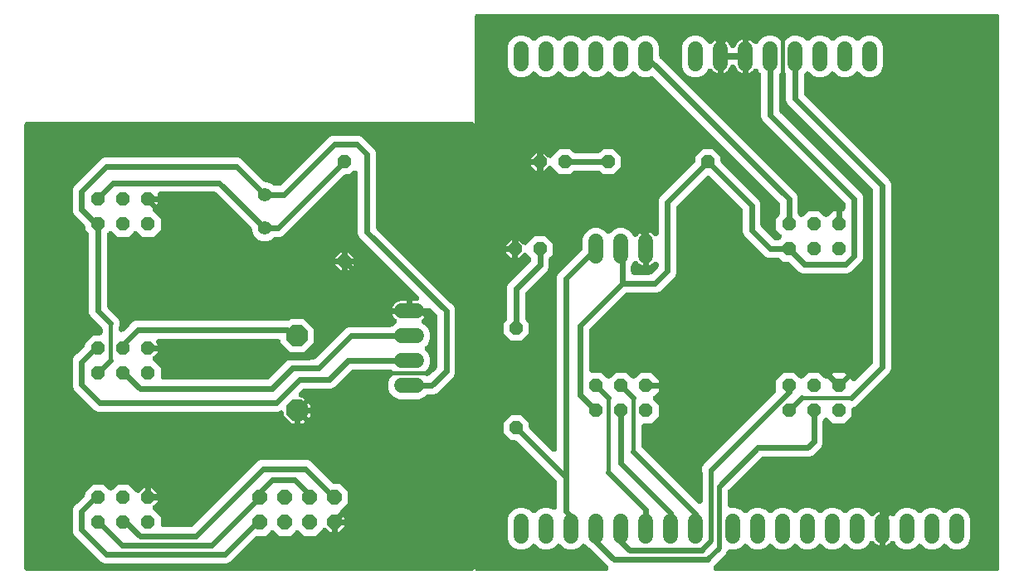
<source format=gbr>
G04 EAGLE Gerber RS-274X export*
G75*
%MOMM*%
%FSLAX34Y34*%
%LPD*%
%INBottom Copper*%
%IPPOS*%
%AMOC8*
5,1,8,0,0,1.08239X$1,22.5*%
G01*
%ADD10C,1.400000*%
%ADD11P,1.429621X8X112.500000*%
%ADD12P,1.539592X8X22.500000*%
%ADD13C,1.524000*%
%ADD14P,1.649562X8X22.500000*%
%ADD15P,2.336880X8X112.500000*%
%ADD16C,1.508000*%
%ADD17P,1.429621X8X202.500000*%
%ADD18P,1.429621X8X292.500000*%
%ADD19C,0.609600*%
%ADD20C,0.406400*%
%ADD21C,0.508000*%

G36*
X457276Y1023D02*
X457276Y1023D01*
X457352Y1021D01*
X457521Y1043D01*
X457692Y1057D01*
X457766Y1075D01*
X457841Y1085D01*
X458005Y1134D01*
X458171Y1175D01*
X458240Y1205D01*
X458314Y1227D01*
X458467Y1303D01*
X458624Y1370D01*
X458688Y1411D01*
X458757Y1444D01*
X458896Y1543D01*
X459040Y1635D01*
X459097Y1686D01*
X459159Y1730D01*
X459280Y1850D01*
X459408Y1964D01*
X459456Y2023D01*
X459510Y2077D01*
X459611Y2215D01*
X459718Y2348D01*
X459755Y2414D01*
X459800Y2475D01*
X459877Y2628D01*
X459962Y2776D01*
X459988Y2848D01*
X460023Y2916D01*
X460074Y3079D01*
X460133Y3239D01*
X460148Y3314D01*
X460171Y3386D01*
X460183Y3491D01*
X460228Y3723D01*
X460235Y3959D01*
X460247Y4064D01*
X460247Y457200D01*
X460241Y457276D01*
X460243Y457352D01*
X460221Y457521D01*
X460207Y457692D01*
X460189Y457766D01*
X460179Y457841D01*
X460130Y458005D01*
X460089Y458171D01*
X460059Y458240D01*
X460037Y458314D01*
X459961Y458467D01*
X459894Y458624D01*
X459853Y458688D01*
X459820Y458757D01*
X459721Y458896D01*
X459629Y459040D01*
X459578Y459097D01*
X459534Y459159D01*
X459414Y459280D01*
X459300Y459408D01*
X459241Y459456D01*
X459187Y459510D01*
X459049Y459611D01*
X458916Y459718D01*
X458850Y459755D01*
X458789Y459800D01*
X458636Y459877D01*
X458488Y459962D01*
X458416Y459988D01*
X458348Y460023D01*
X458185Y460074D01*
X458025Y460133D01*
X457950Y460148D01*
X457878Y460171D01*
X457773Y460183D01*
X457541Y460228D01*
X457305Y460235D01*
X457200Y460247D01*
X4064Y460247D01*
X3988Y460241D01*
X3912Y460243D01*
X3743Y460221D01*
X3572Y460207D01*
X3498Y460189D01*
X3423Y460179D01*
X3259Y460130D01*
X3093Y460089D01*
X3024Y460059D01*
X2950Y460037D01*
X2797Y459961D01*
X2640Y459894D01*
X2576Y459853D01*
X2507Y459820D01*
X2368Y459721D01*
X2224Y459629D01*
X2167Y459578D01*
X2105Y459534D01*
X1984Y459414D01*
X1856Y459300D01*
X1808Y459241D01*
X1754Y459187D01*
X1653Y459049D01*
X1546Y458916D01*
X1509Y458850D01*
X1464Y458789D01*
X1387Y458636D01*
X1302Y458488D01*
X1276Y458416D01*
X1241Y458348D01*
X1190Y458185D01*
X1131Y458025D01*
X1116Y457950D01*
X1093Y457878D01*
X1081Y457773D01*
X1036Y457541D01*
X1029Y457305D01*
X1017Y457200D01*
X1017Y4064D01*
X1023Y3988D01*
X1021Y3912D01*
X1043Y3743D01*
X1057Y3572D01*
X1075Y3498D01*
X1085Y3423D01*
X1134Y3259D01*
X1175Y3093D01*
X1205Y3024D01*
X1227Y2950D01*
X1303Y2797D01*
X1370Y2640D01*
X1411Y2576D01*
X1444Y2507D01*
X1543Y2368D01*
X1635Y2224D01*
X1686Y2167D01*
X1730Y2105D01*
X1850Y1984D01*
X1964Y1856D01*
X2023Y1808D01*
X2077Y1754D01*
X2215Y1653D01*
X2348Y1546D01*
X2414Y1509D01*
X2475Y1464D01*
X2628Y1387D01*
X2776Y1302D01*
X2848Y1276D01*
X2916Y1241D01*
X3079Y1190D01*
X3239Y1131D01*
X3314Y1116D01*
X3386Y1093D01*
X3491Y1081D01*
X3723Y1036D01*
X3959Y1029D01*
X4064Y1017D01*
X457200Y1017D01*
X457276Y1023D01*
G37*
G36*
X594047Y1020D02*
X594047Y1020D01*
X594085Y1018D01*
X594293Y1040D01*
X594501Y1057D01*
X594538Y1066D01*
X594576Y1070D01*
X594777Y1125D01*
X594980Y1175D01*
X595015Y1190D01*
X595051Y1201D01*
X595241Y1288D01*
X595433Y1370D01*
X595465Y1390D01*
X595500Y1406D01*
X595673Y1523D01*
X595849Y1635D01*
X595877Y1660D01*
X595909Y1682D01*
X596061Y1825D01*
X596217Y1964D01*
X596241Y1993D01*
X596269Y2019D01*
X596396Y2185D01*
X596527Y2348D01*
X596546Y2381D01*
X596569Y2411D01*
X596668Y2595D01*
X596771Y2776D01*
X596784Y2812D01*
X596802Y2846D01*
X596870Y3043D01*
X596942Y3239D01*
X596950Y3276D01*
X596962Y3312D01*
X596997Y3519D01*
X597037Y3723D01*
X597038Y3761D01*
X597045Y3799D01*
X597046Y4008D01*
X597052Y4216D01*
X597047Y4254D01*
X597048Y4292D01*
X597015Y4499D01*
X596988Y4705D01*
X596977Y4742D01*
X596971Y4779D01*
X596906Y4978D01*
X596846Y5177D01*
X596829Y5212D01*
X596817Y5248D01*
X596720Y5433D01*
X596629Y5621D01*
X596607Y5652D01*
X596589Y5686D01*
X596531Y5758D01*
X596343Y6023D01*
X596222Y6145D01*
X596164Y6219D01*
X579449Y22934D01*
X578140Y24242D01*
X578133Y24248D01*
X578127Y24256D01*
X577943Y24410D01*
X577764Y24561D01*
X577756Y24566D01*
X577749Y24573D01*
X577713Y24593D01*
X577342Y24816D01*
X577220Y24865D01*
X577152Y24903D01*
X576430Y25202D01*
X573655Y27977D01*
X573597Y28026D01*
X573544Y28082D01*
X573409Y28186D01*
X573279Y28296D01*
X573214Y28336D01*
X573153Y28382D01*
X573003Y28463D01*
X572856Y28551D01*
X572785Y28579D01*
X572718Y28615D01*
X572557Y28671D01*
X572398Y28734D01*
X572324Y28750D01*
X572252Y28775D01*
X572083Y28804D01*
X571916Y28841D01*
X571840Y28845D01*
X571765Y28858D01*
X571594Y28859D01*
X571424Y28868D01*
X571348Y28860D01*
X571272Y28861D01*
X571103Y28834D01*
X570933Y28816D01*
X570860Y28796D01*
X570785Y28784D01*
X570622Y28731D01*
X570458Y28686D01*
X570388Y28654D01*
X570316Y28630D01*
X570165Y28551D01*
X570009Y28480D01*
X569946Y28437D01*
X569878Y28402D01*
X569796Y28336D01*
X569600Y28204D01*
X569428Y28043D01*
X569345Y27977D01*
X566570Y25201D01*
X561528Y23113D01*
X556072Y23113D01*
X551030Y25202D01*
X548255Y27977D01*
X548197Y28026D01*
X548144Y28082D01*
X548009Y28186D01*
X547879Y28296D01*
X547814Y28336D01*
X547753Y28382D01*
X547603Y28463D01*
X547456Y28551D01*
X547385Y28579D01*
X547318Y28615D01*
X547157Y28671D01*
X546998Y28734D01*
X546924Y28750D01*
X546852Y28775D01*
X546683Y28804D01*
X546516Y28841D01*
X546440Y28845D01*
X546365Y28858D01*
X546194Y28859D01*
X546024Y28868D01*
X545948Y28860D01*
X545872Y28861D01*
X545703Y28834D01*
X545533Y28816D01*
X545460Y28796D01*
X545385Y28784D01*
X545222Y28731D01*
X545058Y28686D01*
X544988Y28654D01*
X544916Y28630D01*
X544765Y28551D01*
X544609Y28480D01*
X544546Y28437D01*
X544478Y28402D01*
X544396Y28336D01*
X544200Y28204D01*
X544028Y28043D01*
X543945Y27977D01*
X541170Y25201D01*
X536128Y23113D01*
X530672Y23113D01*
X525630Y25202D01*
X522855Y27977D01*
X522797Y28026D01*
X522744Y28082D01*
X522609Y28186D01*
X522479Y28296D01*
X522414Y28336D01*
X522353Y28382D01*
X522203Y28463D01*
X522056Y28551D01*
X521985Y28579D01*
X521918Y28615D01*
X521757Y28671D01*
X521598Y28734D01*
X521524Y28750D01*
X521452Y28775D01*
X521283Y28804D01*
X521116Y28841D01*
X521040Y28845D01*
X520965Y28858D01*
X520794Y28859D01*
X520624Y28868D01*
X520548Y28860D01*
X520472Y28861D01*
X520303Y28834D01*
X520133Y28816D01*
X520060Y28796D01*
X519985Y28784D01*
X519822Y28731D01*
X519658Y28686D01*
X519588Y28654D01*
X519516Y28630D01*
X519365Y28551D01*
X519209Y28480D01*
X519146Y28437D01*
X519078Y28402D01*
X518996Y28336D01*
X518800Y28204D01*
X518628Y28043D01*
X518545Y27977D01*
X515770Y25201D01*
X510728Y23113D01*
X505272Y23113D01*
X500230Y25202D01*
X496372Y29060D01*
X494283Y34102D01*
X494283Y54798D01*
X496372Y59840D01*
X500230Y63698D01*
X505272Y65787D01*
X510728Y65787D01*
X515770Y63699D01*
X518545Y60923D01*
X518603Y60874D01*
X518655Y60818D01*
X518791Y60714D01*
X518921Y60604D01*
X518987Y60564D01*
X519047Y60518D01*
X519197Y60437D01*
X519344Y60349D01*
X519414Y60321D01*
X519482Y60285D01*
X519643Y60229D01*
X519802Y60166D01*
X519876Y60150D01*
X519948Y60125D01*
X520117Y60096D01*
X520283Y60059D01*
X520360Y60055D01*
X520435Y60042D01*
X520606Y60041D01*
X520776Y60032D01*
X520852Y60040D01*
X520928Y60039D01*
X521097Y60066D01*
X521267Y60084D01*
X521340Y60104D01*
X521415Y60116D01*
X521578Y60169D01*
X521742Y60214D01*
X521812Y60246D01*
X521884Y60270D01*
X522036Y60349D01*
X522191Y60420D01*
X522254Y60463D01*
X522322Y60498D01*
X522404Y60564D01*
X522600Y60696D01*
X522772Y60858D01*
X522855Y60923D01*
X525630Y63698D01*
X530672Y65787D01*
X536128Y65787D01*
X540362Y64033D01*
X540533Y63978D01*
X540703Y63915D01*
X540768Y63902D01*
X540831Y63882D01*
X541010Y63855D01*
X541187Y63820D01*
X541253Y63818D01*
X541319Y63808D01*
X541500Y63811D01*
X541680Y63805D01*
X541746Y63814D01*
X541813Y63815D01*
X541990Y63846D01*
X542169Y63869D01*
X542233Y63889D01*
X542298Y63900D01*
X542468Y63960D01*
X542642Y64012D01*
X542701Y64041D01*
X542764Y64063D01*
X542922Y64149D01*
X543085Y64229D01*
X543139Y64267D01*
X543197Y64299D01*
X543340Y64410D01*
X543487Y64514D01*
X543534Y64561D01*
X543587Y64602D01*
X543710Y64734D01*
X543838Y64861D01*
X543877Y64915D01*
X543922Y64964D01*
X544022Y65114D01*
X544128Y65260D01*
X544158Y65319D01*
X544195Y65375D01*
X544269Y65539D01*
X544351Y65700D01*
X544371Y65764D01*
X544398Y65824D01*
X544445Y65998D01*
X544499Y66171D01*
X544505Y66223D01*
X544526Y66301D01*
X544575Y66792D01*
X544573Y66825D01*
X544575Y66848D01*
X544575Y91470D01*
X544566Y91584D01*
X544567Y91698D01*
X544546Y91829D01*
X544535Y91962D01*
X544508Y92072D01*
X544490Y92185D01*
X544449Y92312D01*
X544417Y92440D01*
X544372Y92545D01*
X544336Y92654D01*
X544274Y92772D01*
X544222Y92894D01*
X544161Y92990D01*
X544108Y93091D01*
X544049Y93165D01*
X543957Y93310D01*
X543741Y93552D01*
X543683Y93625D01*
X503581Y133727D01*
X503494Y133801D01*
X503413Y133882D01*
X503306Y133960D01*
X503205Y134046D01*
X503107Y134105D01*
X503015Y134172D01*
X502896Y134232D01*
X502782Y134301D01*
X502676Y134343D01*
X502574Y134395D01*
X502447Y134435D01*
X502324Y134484D01*
X502213Y134509D01*
X502104Y134543D01*
X502010Y134553D01*
X501842Y134591D01*
X501518Y134609D01*
X501426Y134619D01*
X497659Y134619D01*
X490219Y142059D01*
X490219Y152581D01*
X497659Y160021D01*
X508181Y160021D01*
X515621Y152581D01*
X515621Y148814D01*
X515630Y148700D01*
X515629Y148586D01*
X515650Y148455D01*
X515661Y148322D01*
X515688Y148212D01*
X515706Y148099D01*
X515747Y147972D01*
X515779Y147844D01*
X515824Y147739D01*
X515860Y147630D01*
X515922Y147512D01*
X515974Y147390D01*
X516035Y147294D01*
X516088Y147193D01*
X516147Y147119D01*
X516239Y146974D01*
X516455Y146732D01*
X516513Y146659D01*
X539373Y123799D01*
X539402Y123775D01*
X539428Y123746D01*
X539590Y123615D01*
X539749Y123480D01*
X539782Y123460D01*
X539812Y123436D01*
X539992Y123333D01*
X540172Y123225D01*
X540207Y123211D01*
X540240Y123192D01*
X540436Y123120D01*
X540630Y123042D01*
X540667Y123034D01*
X540703Y123021D01*
X540908Y122981D01*
X541112Y122935D01*
X541150Y122933D01*
X541187Y122926D01*
X541395Y122919D01*
X541604Y122908D01*
X541642Y122912D01*
X541680Y122911D01*
X541887Y122938D01*
X542095Y122960D01*
X542131Y122970D01*
X542169Y122975D01*
X542369Y123035D01*
X542570Y123091D01*
X542605Y123106D01*
X542642Y123117D01*
X542829Y123209D01*
X543019Y123296D01*
X543051Y123318D01*
X543085Y123334D01*
X543254Y123455D01*
X543428Y123572D01*
X543456Y123598D01*
X543487Y123620D01*
X543635Y123766D01*
X543788Y123910D01*
X543811Y123940D01*
X543838Y123967D01*
X543961Y124135D01*
X544088Y124301D01*
X544106Y124334D01*
X544128Y124365D01*
X544222Y124552D01*
X544321Y124736D01*
X544333Y124772D01*
X544351Y124806D01*
X544413Y125005D01*
X544481Y125202D01*
X544487Y125240D01*
X544499Y125276D01*
X544509Y125369D01*
X544564Y125689D01*
X544565Y125861D01*
X544575Y125954D01*
X544575Y301539D01*
X545967Y304900D01*
X569671Y328603D01*
X569745Y328690D01*
X569826Y328771D01*
X569904Y328878D01*
X569990Y328979D01*
X570049Y329077D01*
X570116Y329169D01*
X570176Y329288D01*
X570245Y329402D01*
X570287Y329508D01*
X570339Y329610D01*
X570379Y329737D01*
X570428Y329860D01*
X570453Y329971D01*
X570487Y330080D01*
X570497Y330174D01*
X570535Y330342D01*
X570553Y330666D01*
X570563Y330758D01*
X570563Y340453D01*
X572639Y345465D01*
X576475Y349301D01*
X581487Y351377D01*
X586913Y351377D01*
X591925Y349301D01*
X594745Y346480D01*
X594803Y346431D01*
X594855Y346375D01*
X594991Y346271D01*
X595121Y346161D01*
X595187Y346121D01*
X595247Y346075D01*
X595397Y345994D01*
X595544Y345906D01*
X595614Y345878D01*
X595682Y345842D01*
X595843Y345786D01*
X596002Y345723D01*
X596076Y345706D01*
X596148Y345682D01*
X596317Y345653D01*
X596483Y345616D01*
X596560Y345612D01*
X596635Y345599D01*
X596806Y345598D01*
X596976Y345588D01*
X597052Y345596D01*
X597128Y345596D01*
X597297Y345623D01*
X597467Y345641D01*
X597540Y345661D01*
X597615Y345673D01*
X597778Y345726D01*
X597942Y345771D01*
X598012Y345803D01*
X598084Y345827D01*
X598236Y345906D01*
X598391Y345977D01*
X598454Y346020D01*
X598522Y346055D01*
X598604Y346120D01*
X598800Y346252D01*
X598972Y346414D01*
X599055Y346480D01*
X601875Y349301D01*
X606887Y351377D01*
X612313Y351377D01*
X617325Y349301D01*
X621161Y345465D01*
X621617Y344363D01*
X621696Y344209D01*
X621767Y344052D01*
X621808Y343990D01*
X621842Y343924D01*
X621945Y343785D01*
X622040Y343641D01*
X622091Y343587D01*
X622135Y343527D01*
X622258Y343407D01*
X622376Y343280D01*
X622435Y343234D01*
X622488Y343183D01*
X622629Y343084D01*
X622766Y342978D01*
X622832Y342942D01*
X622892Y342900D01*
X623048Y342825D01*
X623200Y342742D01*
X623270Y342718D01*
X623337Y342686D01*
X623502Y342637D01*
X623666Y342580D01*
X623739Y342567D01*
X623810Y342546D01*
X623981Y342525D01*
X624152Y342495D01*
X624226Y342494D01*
X624299Y342485D01*
X624472Y342491D01*
X624645Y342490D01*
X624718Y342501D01*
X624792Y342503D01*
X624962Y342538D01*
X625133Y342564D01*
X625203Y342587D01*
X625276Y342601D01*
X625438Y342662D01*
X625602Y342716D01*
X625668Y342750D01*
X625737Y342776D01*
X625887Y342862D01*
X626041Y342941D01*
X626101Y342985D01*
X626165Y343022D01*
X626298Y343132D01*
X626437Y343235D01*
X626477Y343278D01*
X626546Y343335D01*
X626873Y343705D01*
X626886Y343725D01*
X626897Y343738D01*
X627311Y344307D01*
X628433Y345429D01*
X629717Y346362D01*
X631130Y347082D01*
X631953Y347349D01*
X631953Y330200D01*
X631953Y313051D01*
X631130Y313318D01*
X629717Y314038D01*
X628433Y314971D01*
X627311Y316093D01*
X626897Y316662D01*
X626785Y316793D01*
X626679Y316929D01*
X626624Y316980D01*
X626576Y317036D01*
X626444Y317147D01*
X626317Y317265D01*
X626255Y317306D01*
X626199Y317354D01*
X626050Y317442D01*
X625906Y317538D01*
X625838Y317568D01*
X625775Y317606D01*
X625614Y317670D01*
X625456Y317741D01*
X625385Y317760D01*
X625316Y317787D01*
X625147Y317824D01*
X624980Y317868D01*
X624906Y317876D01*
X624834Y317891D01*
X624661Y317900D01*
X624489Y317917D01*
X624415Y317913D01*
X624341Y317917D01*
X624169Y317897D01*
X623997Y317887D01*
X623924Y317870D01*
X623851Y317862D01*
X623684Y317815D01*
X623516Y317777D01*
X623447Y317749D01*
X623376Y317729D01*
X623219Y317656D01*
X623059Y317591D01*
X622995Y317552D01*
X622928Y317521D01*
X622785Y317424D01*
X622638Y317334D01*
X622581Y317285D01*
X622520Y317243D01*
X622395Y317125D01*
X622264Y317012D01*
X622216Y316955D01*
X622162Y316904D01*
X622058Y316766D01*
X621947Y316634D01*
X621919Y316583D01*
X621864Y316511D01*
X621633Y316075D01*
X621625Y316052D01*
X621617Y316037D01*
X621161Y314935D01*
X620907Y314682D01*
X620833Y314595D01*
X620752Y314515D01*
X620674Y314407D01*
X620588Y314306D01*
X620529Y314208D01*
X620462Y314116D01*
X620402Y313998D01*
X620333Y313883D01*
X620291Y313777D01*
X620239Y313675D01*
X620199Y313549D01*
X620150Y313425D01*
X620125Y313314D01*
X620091Y313205D01*
X620081Y313111D01*
X620043Y312944D01*
X620025Y312619D01*
X620015Y312527D01*
X620015Y306832D01*
X620021Y306756D01*
X620019Y306680D01*
X620041Y306511D01*
X620055Y306340D01*
X620073Y306266D01*
X620083Y306191D01*
X620132Y306027D01*
X620173Y305861D01*
X620203Y305792D01*
X620225Y305718D01*
X620301Y305565D01*
X620368Y305408D01*
X620409Y305344D01*
X620442Y305275D01*
X620541Y305136D01*
X620633Y304992D01*
X620684Y304935D01*
X620728Y304873D01*
X620848Y304752D01*
X620962Y304624D01*
X621021Y304576D01*
X621075Y304522D01*
X621213Y304421D01*
X621346Y304314D01*
X621412Y304277D01*
X621473Y304232D01*
X621626Y304155D01*
X621774Y304070D01*
X621846Y304044D01*
X621914Y304009D01*
X622077Y303958D01*
X622237Y303899D01*
X622312Y303884D01*
X622384Y303861D01*
X622489Y303849D01*
X622721Y303804D01*
X622957Y303797D01*
X623062Y303785D01*
X638840Y303785D01*
X638954Y303794D01*
X639068Y303793D01*
X639199Y303814D01*
X639332Y303825D01*
X639442Y303852D01*
X639555Y303870D01*
X639682Y303911D01*
X639810Y303943D01*
X639915Y303988D01*
X640024Y304024D01*
X640142Y304086D01*
X640264Y304138D01*
X640360Y304199D01*
X640461Y304252D01*
X640535Y304311D01*
X640680Y304403D01*
X640922Y304619D01*
X640995Y304677D01*
X647188Y310870D01*
X647262Y310957D01*
X647343Y311038D01*
X647421Y311145D01*
X647507Y311246D01*
X647566Y311344D01*
X647633Y311436D01*
X647693Y311555D01*
X647762Y311669D01*
X647804Y311775D01*
X647856Y311877D01*
X647896Y312004D01*
X647945Y312127D01*
X647970Y312238D01*
X648004Y312347D01*
X648014Y312441D01*
X648052Y312609D01*
X648070Y312933D01*
X648080Y313025D01*
X648080Y314135D01*
X648078Y314166D01*
X648080Y314197D01*
X648058Y314411D01*
X648040Y314626D01*
X648033Y314657D01*
X648030Y314688D01*
X647974Y314895D01*
X647922Y315105D01*
X647909Y315134D01*
X647901Y315164D01*
X647812Y315360D01*
X647727Y315559D01*
X647710Y315585D01*
X647698Y315613D01*
X647578Y315793D01*
X647462Y315975D01*
X647441Y315998D01*
X647424Y316024D01*
X647277Y316182D01*
X647133Y316342D01*
X647109Y316362D01*
X647088Y316385D01*
X646917Y316517D01*
X646749Y316652D01*
X646723Y316668D01*
X646698Y316687D01*
X646507Y316790D01*
X646321Y316896D01*
X646292Y316907D01*
X646264Y316922D01*
X646060Y316993D01*
X645858Y317068D01*
X645828Y317074D01*
X645798Y317084D01*
X645585Y317121D01*
X645374Y317163D01*
X645343Y317164D01*
X645312Y317169D01*
X645096Y317171D01*
X644881Y317178D01*
X644850Y317174D01*
X644819Y317174D01*
X644605Y317142D01*
X644392Y317114D01*
X644362Y317105D01*
X644331Y317100D01*
X644126Y317033D01*
X643920Y316971D01*
X643891Y316957D01*
X643862Y316948D01*
X643670Y316849D01*
X643476Y316754D01*
X643451Y316736D01*
X643423Y316722D01*
X643250Y316594D01*
X643074Y316469D01*
X643052Y316447D01*
X643027Y316428D01*
X642969Y316365D01*
X642892Y316289D01*
X642859Y316262D01*
X641567Y314971D01*
X640283Y314038D01*
X638870Y313318D01*
X638047Y313051D01*
X638047Y330200D01*
X638047Y347349D01*
X638870Y347082D01*
X640283Y346362D01*
X641567Y345429D01*
X642844Y344152D01*
X642888Y344101D01*
X642912Y344081D01*
X642933Y344058D01*
X643100Y343922D01*
X643266Y343783D01*
X643292Y343767D01*
X643317Y343748D01*
X643504Y343641D01*
X643689Y343530D01*
X643718Y343519D01*
X643745Y343504D01*
X643948Y343429D01*
X644148Y343349D01*
X644179Y343343D01*
X644208Y343332D01*
X644419Y343291D01*
X644630Y343245D01*
X644662Y343243D01*
X644692Y343237D01*
X644907Y343231D01*
X645123Y343220D01*
X645154Y343223D01*
X645185Y343222D01*
X645399Y343250D01*
X645613Y343274D01*
X645643Y343282D01*
X645674Y343286D01*
X645881Y343349D01*
X646088Y343407D01*
X646117Y343420D01*
X646147Y343429D01*
X646340Y343524D01*
X646536Y343615D01*
X646562Y343632D01*
X646590Y343646D01*
X646765Y343770D01*
X646944Y343892D01*
X646967Y343913D01*
X646992Y343931D01*
X647145Y344083D01*
X647302Y344231D01*
X647321Y344256D01*
X647343Y344278D01*
X647470Y344452D01*
X647600Y344624D01*
X647615Y344652D01*
X647633Y344677D01*
X647731Y344869D01*
X647832Y345060D01*
X647842Y345089D01*
X647856Y345117D01*
X647920Y345323D01*
X647990Y345527D01*
X647995Y345558D01*
X648004Y345588D01*
X648014Y345673D01*
X648070Y346014D01*
X648070Y346175D01*
X648080Y346265D01*
X648080Y379644D01*
X649472Y383005D01*
X652473Y386006D01*
X652474Y386006D01*
X684907Y418439D01*
X684981Y418526D01*
X685062Y418607D01*
X685140Y418714D01*
X685226Y418815D01*
X685285Y418913D01*
X685352Y419005D01*
X685412Y419124D01*
X685481Y419238D01*
X685523Y419344D01*
X685575Y419446D01*
X685615Y419573D01*
X685664Y419696D01*
X685689Y419807D01*
X685723Y419916D01*
X685733Y420010D01*
X685771Y420178D01*
X685789Y420502D01*
X685799Y420594D01*
X685799Y424361D01*
X693239Y431801D01*
X703761Y431801D01*
X711201Y424361D01*
X711201Y420594D01*
X711210Y420480D01*
X711209Y420366D01*
X711230Y420235D01*
X711241Y420102D01*
X711268Y419992D01*
X711286Y419879D01*
X711327Y419752D01*
X711359Y419624D01*
X711404Y419519D01*
X711440Y419410D01*
X711502Y419292D01*
X711554Y419170D01*
X711615Y419074D01*
X711668Y418973D01*
X711727Y418899D01*
X711819Y418754D01*
X712035Y418512D01*
X712093Y418439D01*
X747701Y382831D01*
X750703Y379830D01*
X752095Y376469D01*
X752095Y354300D01*
X752104Y354186D01*
X752103Y354072D01*
X752124Y353941D01*
X752135Y353808D01*
X752162Y353698D01*
X752180Y353585D01*
X752221Y353458D01*
X752253Y353330D01*
X752298Y353225D01*
X752334Y353116D01*
X752396Y352998D01*
X752448Y352876D01*
X752509Y352780D01*
X752562Y352679D01*
X752621Y352605D01*
X752713Y352460D01*
X752929Y352218D01*
X752987Y352145D01*
X764895Y340237D01*
X764982Y340163D01*
X765063Y340082D01*
X765170Y340004D01*
X765271Y339918D01*
X765369Y339859D01*
X765461Y339792D01*
X765580Y339732D01*
X765694Y339663D01*
X765800Y339621D01*
X765902Y339569D01*
X766029Y339529D01*
X766152Y339480D01*
X766263Y339455D01*
X766372Y339421D01*
X766466Y339411D01*
X766634Y339373D01*
X766958Y339355D01*
X767050Y339345D01*
X770253Y339345D01*
X770366Y339354D01*
X770481Y339353D01*
X770612Y339374D01*
X770744Y339385D01*
X770855Y339412D01*
X770968Y339430D01*
X771094Y339471D01*
X771223Y339503D01*
X771328Y339548D01*
X771437Y339584D01*
X771554Y339646D01*
X771677Y339698D01*
X771773Y339759D01*
X771874Y339812D01*
X771948Y339871D01*
X772093Y339963D01*
X772335Y340179D01*
X772407Y340237D01*
X772915Y340745D01*
X772965Y340803D01*
X773020Y340855D01*
X773124Y340991D01*
X773235Y341121D01*
X773274Y341187D01*
X773320Y341247D01*
X773401Y341397D01*
X773489Y341544D01*
X773518Y341615D01*
X773554Y341682D01*
X773609Y341843D01*
X773672Y342002D01*
X773689Y342076D01*
X773714Y342148D01*
X773742Y342317D01*
X773779Y342483D01*
X773784Y342560D01*
X773796Y342635D01*
X773797Y342806D01*
X773807Y342976D01*
X773799Y343052D01*
X773799Y343128D01*
X773773Y343297D01*
X773755Y343467D01*
X773735Y343540D01*
X773723Y343615D01*
X773669Y343778D01*
X773624Y343942D01*
X773592Y344012D01*
X773568Y344084D01*
X773490Y344235D01*
X773418Y344391D01*
X773376Y344454D01*
X773341Y344522D01*
X773275Y344604D01*
X773143Y344800D01*
X772981Y344972D01*
X772915Y345055D01*
X767841Y350129D01*
X767841Y361071D01*
X771013Y364243D01*
X771087Y364330D01*
X771168Y364410D01*
X771246Y364517D01*
X771332Y364619D01*
X771391Y364716D01*
X771458Y364809D01*
X771518Y364927D01*
X771587Y365041D01*
X771629Y365147D01*
X771681Y365249D01*
X771721Y365376D01*
X771770Y365499D01*
X771795Y365611D01*
X771829Y365720D01*
X771839Y365813D01*
X771877Y365981D01*
X771895Y366305D01*
X771905Y366397D01*
X771905Y375950D01*
X771896Y376064D01*
X771897Y376178D01*
X771876Y376309D01*
X771865Y376442D01*
X771838Y376552D01*
X771820Y376665D01*
X771779Y376792D01*
X771747Y376920D01*
X771702Y377025D01*
X771666Y377134D01*
X771604Y377252D01*
X771552Y377374D01*
X771491Y377470D01*
X771438Y377571D01*
X771379Y377645D01*
X771287Y377790D01*
X771071Y378032D01*
X771013Y378105D01*
X643182Y505936D01*
X643015Y506078D01*
X642851Y506222D01*
X642827Y506237D01*
X642806Y506255D01*
X642618Y506369D01*
X642434Y506484D01*
X642408Y506495D01*
X642383Y506510D01*
X642180Y506591D01*
X641979Y506676D01*
X641951Y506683D01*
X641925Y506693D01*
X641712Y506740D01*
X641499Y506792D01*
X641471Y506794D01*
X641443Y506800D01*
X641225Y506812D01*
X641007Y506828D01*
X640979Y506826D01*
X640951Y506827D01*
X640733Y506804D01*
X640516Y506785D01*
X640494Y506779D01*
X640460Y506775D01*
X639984Y506645D01*
X639911Y506611D01*
X639861Y506596D01*
X637728Y505713D01*
X632272Y505713D01*
X627230Y507801D01*
X624455Y510577D01*
X624397Y510626D01*
X624345Y510682D01*
X624209Y510786D01*
X624079Y510896D01*
X624013Y510936D01*
X623953Y510982D01*
X623803Y511063D01*
X623656Y511151D01*
X623586Y511179D01*
X623518Y511215D01*
X623357Y511271D01*
X623198Y511334D01*
X623124Y511350D01*
X623052Y511375D01*
X622883Y511404D01*
X622717Y511441D01*
X622640Y511445D01*
X622565Y511458D01*
X622394Y511459D01*
X622224Y511468D01*
X622148Y511460D01*
X622072Y511461D01*
X621903Y511434D01*
X621733Y511416D01*
X621660Y511396D01*
X621585Y511384D01*
X621422Y511331D01*
X621258Y511286D01*
X621188Y511254D01*
X621116Y511230D01*
X620964Y511151D01*
X620809Y511080D01*
X620746Y511037D01*
X620678Y511002D01*
X620596Y510936D01*
X620400Y510804D01*
X620228Y510642D01*
X620145Y510577D01*
X617370Y507802D01*
X612328Y505713D01*
X606872Y505713D01*
X601830Y507801D01*
X599055Y510577D01*
X598997Y510626D01*
X598945Y510682D01*
X598809Y510786D01*
X598679Y510896D01*
X598613Y510936D01*
X598553Y510982D01*
X598403Y511063D01*
X598256Y511151D01*
X598186Y511179D01*
X598118Y511215D01*
X597957Y511271D01*
X597798Y511334D01*
X597724Y511350D01*
X597652Y511375D01*
X597483Y511404D01*
X597317Y511441D01*
X597240Y511445D01*
X597165Y511458D01*
X596994Y511459D01*
X596824Y511468D01*
X596748Y511460D01*
X596672Y511461D01*
X596503Y511434D01*
X596333Y511416D01*
X596260Y511396D01*
X596185Y511384D01*
X596022Y511331D01*
X595858Y511286D01*
X595788Y511254D01*
X595716Y511230D01*
X595564Y511151D01*
X595409Y511080D01*
X595346Y511037D01*
X595278Y511002D01*
X595196Y510936D01*
X595000Y510804D01*
X594828Y510642D01*
X594745Y510577D01*
X591970Y507802D01*
X586928Y505713D01*
X581472Y505713D01*
X576430Y507801D01*
X573655Y510577D01*
X573597Y510626D01*
X573545Y510682D01*
X573409Y510786D01*
X573279Y510896D01*
X573213Y510936D01*
X573153Y510982D01*
X573003Y511063D01*
X572856Y511151D01*
X572786Y511179D01*
X572718Y511215D01*
X572557Y511271D01*
X572398Y511334D01*
X572324Y511350D01*
X572252Y511375D01*
X572083Y511404D01*
X571917Y511441D01*
X571840Y511445D01*
X571765Y511458D01*
X571594Y511459D01*
X571424Y511468D01*
X571348Y511460D01*
X571272Y511461D01*
X571103Y511434D01*
X570933Y511416D01*
X570860Y511396D01*
X570785Y511384D01*
X570622Y511331D01*
X570458Y511286D01*
X570388Y511254D01*
X570316Y511230D01*
X570164Y511151D01*
X570009Y511080D01*
X569946Y511037D01*
X569878Y511002D01*
X569796Y510936D01*
X569600Y510804D01*
X569428Y510642D01*
X569345Y510577D01*
X566570Y507802D01*
X561528Y505713D01*
X556072Y505713D01*
X551030Y507801D01*
X548255Y510577D01*
X548197Y510626D01*
X548145Y510682D01*
X548009Y510786D01*
X547879Y510896D01*
X547813Y510936D01*
X547753Y510982D01*
X547603Y511063D01*
X547456Y511151D01*
X547386Y511179D01*
X547318Y511215D01*
X547157Y511271D01*
X546998Y511334D01*
X546924Y511350D01*
X546852Y511375D01*
X546683Y511404D01*
X546517Y511441D01*
X546440Y511445D01*
X546365Y511458D01*
X546194Y511459D01*
X546024Y511468D01*
X545948Y511460D01*
X545872Y511461D01*
X545703Y511434D01*
X545533Y511416D01*
X545460Y511396D01*
X545385Y511384D01*
X545222Y511331D01*
X545058Y511286D01*
X544988Y511254D01*
X544916Y511230D01*
X544764Y511151D01*
X544609Y511080D01*
X544546Y511037D01*
X544478Y511002D01*
X544396Y510936D01*
X544200Y510804D01*
X544028Y510642D01*
X543945Y510577D01*
X541170Y507802D01*
X536128Y505713D01*
X530672Y505713D01*
X525630Y507801D01*
X522855Y510577D01*
X522797Y510626D01*
X522745Y510682D01*
X522609Y510786D01*
X522479Y510896D01*
X522413Y510936D01*
X522353Y510982D01*
X522203Y511063D01*
X522056Y511151D01*
X521986Y511179D01*
X521918Y511215D01*
X521757Y511271D01*
X521598Y511334D01*
X521524Y511350D01*
X521452Y511375D01*
X521283Y511404D01*
X521117Y511441D01*
X521040Y511445D01*
X520965Y511458D01*
X520794Y511459D01*
X520624Y511468D01*
X520548Y511460D01*
X520472Y511461D01*
X520303Y511434D01*
X520133Y511416D01*
X520060Y511396D01*
X519985Y511384D01*
X519822Y511331D01*
X519658Y511286D01*
X519588Y511254D01*
X519516Y511230D01*
X519364Y511151D01*
X519209Y511080D01*
X519146Y511037D01*
X519078Y511002D01*
X518996Y510936D01*
X518800Y510804D01*
X518628Y510642D01*
X518545Y510577D01*
X515770Y507802D01*
X510728Y505713D01*
X505272Y505713D01*
X500230Y507802D01*
X496372Y511660D01*
X494283Y516702D01*
X494283Y537398D01*
X496372Y542440D01*
X500230Y546298D01*
X505272Y548387D01*
X510728Y548387D01*
X515770Y546298D01*
X518545Y543523D01*
X518603Y543474D01*
X518656Y543418D01*
X518791Y543314D01*
X518921Y543204D01*
X518986Y543164D01*
X519047Y543118D01*
X519197Y543037D01*
X519344Y542949D01*
X519415Y542921D01*
X519482Y542885D01*
X519643Y542829D01*
X519802Y542766D01*
X519876Y542750D01*
X519948Y542725D01*
X520117Y542696D01*
X520284Y542659D01*
X520360Y542655D01*
X520435Y542642D01*
X520606Y542641D01*
X520776Y542632D01*
X520852Y542640D01*
X520928Y542639D01*
X521097Y542666D01*
X521267Y542684D01*
X521340Y542704D01*
X521415Y542716D01*
X521578Y542769D01*
X521742Y542814D01*
X521812Y542846D01*
X521884Y542870D01*
X522035Y542949D01*
X522191Y543020D01*
X522254Y543063D01*
X522322Y543098D01*
X522404Y543164D01*
X522600Y543296D01*
X522772Y543457D01*
X522855Y543523D01*
X525630Y546299D01*
X530672Y548387D01*
X536128Y548387D01*
X541170Y546298D01*
X543945Y543523D01*
X544003Y543474D01*
X544056Y543418D01*
X544191Y543314D01*
X544321Y543204D01*
X544386Y543164D01*
X544447Y543118D01*
X544597Y543037D01*
X544744Y542949D01*
X544815Y542921D01*
X544882Y542885D01*
X545043Y542829D01*
X545202Y542766D01*
X545276Y542750D01*
X545348Y542725D01*
X545517Y542696D01*
X545684Y542659D01*
X545760Y542655D01*
X545835Y542642D01*
X546006Y542641D01*
X546176Y542632D01*
X546252Y542640D01*
X546328Y542639D01*
X546497Y542666D01*
X546667Y542684D01*
X546740Y542704D01*
X546815Y542716D01*
X546978Y542769D01*
X547142Y542814D01*
X547212Y542846D01*
X547284Y542870D01*
X547435Y542949D01*
X547591Y543020D01*
X547654Y543063D01*
X547722Y543098D01*
X547804Y543164D01*
X548000Y543296D01*
X548172Y543457D01*
X548255Y543523D01*
X551030Y546299D01*
X556072Y548387D01*
X561528Y548387D01*
X566570Y546298D01*
X569345Y543523D01*
X569403Y543474D01*
X569456Y543418D01*
X569591Y543314D01*
X569721Y543204D01*
X569786Y543164D01*
X569847Y543118D01*
X569997Y543037D01*
X570144Y542949D01*
X570215Y542921D01*
X570282Y542885D01*
X570443Y542829D01*
X570602Y542766D01*
X570676Y542750D01*
X570748Y542725D01*
X570917Y542696D01*
X571084Y542659D01*
X571160Y542655D01*
X571235Y542642D01*
X571406Y542641D01*
X571576Y542632D01*
X571652Y542640D01*
X571728Y542639D01*
X571897Y542666D01*
X572067Y542684D01*
X572140Y542704D01*
X572215Y542716D01*
X572378Y542769D01*
X572542Y542814D01*
X572612Y542846D01*
X572684Y542870D01*
X572835Y542949D01*
X572991Y543020D01*
X573054Y543063D01*
X573122Y543098D01*
X573204Y543164D01*
X573400Y543296D01*
X573572Y543457D01*
X573655Y543523D01*
X576430Y546299D01*
X581472Y548387D01*
X586928Y548387D01*
X591970Y546298D01*
X594745Y543523D01*
X594803Y543474D01*
X594856Y543418D01*
X594991Y543314D01*
X595121Y543204D01*
X595186Y543164D01*
X595247Y543118D01*
X595397Y543037D01*
X595544Y542949D01*
X595615Y542921D01*
X595682Y542885D01*
X595843Y542829D01*
X596002Y542766D01*
X596076Y542750D01*
X596148Y542725D01*
X596317Y542696D01*
X596484Y542659D01*
X596560Y542655D01*
X596635Y542642D01*
X596806Y542641D01*
X596976Y542632D01*
X597052Y542640D01*
X597128Y542639D01*
X597297Y542666D01*
X597467Y542684D01*
X597540Y542704D01*
X597615Y542716D01*
X597778Y542769D01*
X597942Y542814D01*
X598012Y542846D01*
X598084Y542870D01*
X598235Y542949D01*
X598391Y543020D01*
X598454Y543063D01*
X598522Y543098D01*
X598604Y543164D01*
X598800Y543296D01*
X598972Y543457D01*
X599055Y543523D01*
X601830Y546299D01*
X606872Y548387D01*
X612328Y548387D01*
X617370Y546298D01*
X620145Y543523D01*
X620203Y543474D01*
X620256Y543418D01*
X620391Y543314D01*
X620521Y543204D01*
X620586Y543164D01*
X620647Y543118D01*
X620797Y543037D01*
X620944Y542949D01*
X621015Y542921D01*
X621082Y542885D01*
X621243Y542829D01*
X621402Y542766D01*
X621476Y542750D01*
X621548Y542725D01*
X621717Y542696D01*
X621884Y542659D01*
X621960Y542655D01*
X622035Y542642D01*
X622206Y542641D01*
X622376Y542632D01*
X622452Y542640D01*
X622528Y542639D01*
X622697Y542666D01*
X622867Y542684D01*
X622940Y542704D01*
X623015Y542716D01*
X623178Y542769D01*
X623342Y542814D01*
X623412Y542846D01*
X623484Y542870D01*
X623635Y542949D01*
X623791Y543020D01*
X623854Y543063D01*
X623922Y543098D01*
X624004Y543164D01*
X624200Y543296D01*
X624372Y543457D01*
X624455Y543523D01*
X627230Y546299D01*
X632272Y548387D01*
X637728Y548387D01*
X642770Y546298D01*
X646628Y542440D01*
X648717Y537398D01*
X648717Y527528D01*
X648726Y527414D01*
X648725Y527300D01*
X648746Y527169D01*
X648757Y527036D01*
X648784Y526926D01*
X648802Y526813D01*
X648843Y526686D01*
X648875Y526558D01*
X648920Y526453D01*
X648956Y526344D01*
X649018Y526226D01*
X649070Y526104D01*
X649131Y526008D01*
X649184Y525907D01*
X649243Y525833D01*
X649335Y525688D01*
X649551Y525446D01*
X649609Y525373D01*
X788803Y386180D01*
X790195Y382819D01*
X790195Y366397D01*
X790204Y366284D01*
X790203Y366169D01*
X790224Y366038D01*
X790235Y365906D01*
X790262Y365795D01*
X790280Y365682D01*
X790321Y365556D01*
X790353Y365427D01*
X790398Y365322D01*
X790434Y365213D01*
X790496Y365095D01*
X790548Y364973D01*
X790609Y364877D01*
X790662Y364776D01*
X790721Y364702D01*
X790813Y364557D01*
X791029Y364315D01*
X791087Y364243D01*
X791595Y363735D01*
X791653Y363685D01*
X791705Y363630D01*
X791841Y363526D01*
X791971Y363415D01*
X792037Y363376D01*
X792097Y363330D01*
X792247Y363249D01*
X792394Y363161D01*
X792465Y363132D01*
X792532Y363096D01*
X792693Y363041D01*
X792852Y362978D01*
X792926Y362961D01*
X792998Y362936D01*
X793167Y362908D01*
X793333Y362871D01*
X793410Y362866D01*
X793485Y362854D01*
X793656Y362853D01*
X793826Y362843D01*
X793902Y362851D01*
X793978Y362851D01*
X794147Y362877D01*
X794317Y362895D01*
X794390Y362915D01*
X794465Y362927D01*
X794628Y362981D01*
X794792Y363026D01*
X794862Y363058D01*
X794934Y363082D01*
X795085Y363160D01*
X795241Y363232D01*
X795304Y363274D01*
X795372Y363309D01*
X795454Y363375D01*
X795650Y363507D01*
X795822Y363669D01*
X795905Y363735D01*
X800979Y368809D01*
X811921Y368809D01*
X816995Y363735D01*
X817053Y363685D01*
X817105Y363630D01*
X817241Y363526D01*
X817371Y363415D01*
X817437Y363376D01*
X817497Y363330D01*
X817647Y363249D01*
X817794Y363161D01*
X817864Y363132D01*
X817932Y363096D01*
X818093Y363041D01*
X818252Y362978D01*
X818326Y362961D01*
X818398Y362936D01*
X818567Y362908D01*
X818733Y362871D01*
X818810Y362866D01*
X818885Y362854D01*
X819056Y362853D01*
X819226Y362843D01*
X819302Y362851D01*
X819378Y362851D01*
X819547Y362877D01*
X819717Y362895D01*
X819790Y362915D01*
X819865Y362927D01*
X820028Y362981D01*
X820192Y363026D01*
X820262Y363058D01*
X820334Y363082D01*
X820485Y363160D01*
X820641Y363232D01*
X820704Y363274D01*
X820772Y363309D01*
X820854Y363375D01*
X821050Y363507D01*
X821223Y363669D01*
X821305Y363735D01*
X826379Y368809D01*
X835533Y368809D01*
X835609Y368815D01*
X835685Y368813D01*
X835854Y368835D01*
X836025Y368849D01*
X836099Y368867D01*
X836174Y368877D01*
X836338Y368926D01*
X836504Y368967D01*
X836573Y368997D01*
X836647Y369019D01*
X836800Y369095D01*
X836957Y369162D01*
X837021Y369203D01*
X837090Y369236D01*
X837229Y369335D01*
X837373Y369427D01*
X837430Y369478D01*
X837492Y369522D01*
X837613Y369642D01*
X837741Y369756D01*
X837789Y369815D01*
X837843Y369869D01*
X837944Y370007D01*
X838051Y370140D01*
X838088Y370206D01*
X838133Y370267D01*
X838210Y370420D01*
X838295Y370568D01*
X838321Y370640D01*
X838356Y370708D01*
X838407Y370871D01*
X838466Y371031D01*
X838481Y371106D01*
X838504Y371178D01*
X838516Y371283D01*
X838561Y371515D01*
X838568Y371751D01*
X838580Y371856D01*
X838580Y375950D01*
X838571Y376064D01*
X838572Y376178D01*
X838551Y376309D01*
X838540Y376442D01*
X838513Y376552D01*
X838495Y376665D01*
X838454Y376792D01*
X838422Y376920D01*
X838377Y377025D01*
X838341Y377134D01*
X838279Y377252D01*
X838227Y377374D01*
X838166Y377470D01*
X838113Y377571D01*
X838054Y377645D01*
X837962Y377790D01*
X837746Y378032D01*
X837688Y378105D01*
X754247Y461545D01*
X752855Y464906D01*
X752855Y507914D01*
X752846Y508028D01*
X752847Y508142D01*
X752826Y508274D01*
X752815Y508406D01*
X752788Y508517D01*
X752770Y508629D01*
X752729Y508756D01*
X752697Y508885D01*
X752652Y508990D01*
X752616Y509098D01*
X752554Y509216D01*
X752502Y509338D01*
X752441Y509434D01*
X752388Y509536D01*
X752329Y509609D01*
X752237Y509754D01*
X752021Y509996D01*
X751963Y510069D01*
X750372Y511660D01*
X749964Y512644D01*
X749885Y512798D01*
X749814Y512956D01*
X749773Y513017D01*
X749739Y513083D01*
X749636Y513223D01*
X749540Y513366D01*
X749490Y513421D01*
X749446Y513480D01*
X749322Y513601D01*
X749204Y513727D01*
X749146Y513773D01*
X749093Y513825D01*
X748951Y513924D01*
X748814Y514030D01*
X748749Y514065D01*
X748689Y514108D01*
X748533Y514183D01*
X748381Y514265D01*
X748311Y514289D01*
X748244Y514322D01*
X748078Y514371D01*
X747915Y514427D01*
X747842Y514440D01*
X747771Y514461D01*
X747599Y514483D01*
X747429Y514512D01*
X747355Y514513D01*
X747281Y514522D01*
X747109Y514516D01*
X746936Y514518D01*
X746862Y514507D01*
X746788Y514504D01*
X746619Y514470D01*
X746448Y514444D01*
X746378Y514421D01*
X746305Y514406D01*
X746143Y514345D01*
X745979Y514292D01*
X745913Y514258D01*
X745843Y514232D01*
X745694Y514145D01*
X745540Y514066D01*
X745480Y514022D01*
X745416Y513985D01*
X745282Y513875D01*
X745143Y513773D01*
X745104Y513730D01*
X745034Y513673D01*
X744708Y513303D01*
X744695Y513282D01*
X744683Y513269D01*
X744350Y512811D01*
X743219Y511680D01*
X741925Y510740D01*
X740500Y510014D01*
X739647Y509737D01*
X739647Y527050D01*
X739647Y544363D01*
X740500Y544086D01*
X741925Y543360D01*
X743219Y542420D01*
X744350Y541289D01*
X744683Y540831D01*
X744796Y540700D01*
X744902Y540563D01*
X744956Y540513D01*
X745005Y540456D01*
X745137Y540345D01*
X745264Y540228D01*
X745326Y540186D01*
X745382Y540139D01*
X745530Y540051D01*
X745675Y539955D01*
X745742Y539924D01*
X745806Y539886D01*
X745967Y539823D01*
X746124Y539752D01*
X746196Y539733D01*
X746265Y539706D01*
X746434Y539669D01*
X746601Y539624D01*
X746675Y539617D01*
X746747Y539601D01*
X746920Y539592D01*
X747092Y539575D01*
X747166Y539580D01*
X747240Y539576D01*
X747412Y539595D01*
X747584Y539606D01*
X747656Y539622D01*
X747730Y539631D01*
X747897Y539677D01*
X748065Y539716D01*
X748134Y539744D01*
X748205Y539764D01*
X748362Y539837D01*
X748522Y539902D01*
X748585Y539940D01*
X748653Y539972D01*
X748796Y540069D01*
X748943Y540159D01*
X748999Y540207D01*
X749061Y540249D01*
X749186Y540368D01*
X749317Y540481D01*
X749365Y540538D01*
X749418Y540589D01*
X749523Y540726D01*
X749634Y540859D01*
X749662Y540910D01*
X749717Y540982D01*
X749948Y541418D01*
X749955Y541441D01*
X749964Y541456D01*
X750372Y542440D01*
X754230Y546298D01*
X759272Y548387D01*
X764728Y548387D01*
X769770Y546298D01*
X772545Y543523D01*
X772603Y543474D01*
X772656Y543418D01*
X772791Y543314D01*
X772921Y543204D01*
X772986Y543164D01*
X773047Y543118D01*
X773197Y543037D01*
X773344Y542949D01*
X773415Y542921D01*
X773482Y542885D01*
X773643Y542829D01*
X773802Y542766D01*
X773876Y542750D01*
X773948Y542725D01*
X774117Y542696D01*
X774284Y542659D01*
X774360Y542655D01*
X774435Y542642D01*
X774606Y542641D01*
X774776Y542632D01*
X774852Y542640D01*
X774928Y542639D01*
X775097Y542666D01*
X775267Y542684D01*
X775340Y542704D01*
X775415Y542716D01*
X775578Y542769D01*
X775742Y542814D01*
X775812Y542846D01*
X775884Y542870D01*
X776035Y542949D01*
X776191Y543020D01*
X776254Y543063D01*
X776322Y543098D01*
X776404Y543164D01*
X776600Y543296D01*
X776772Y543457D01*
X776855Y543523D01*
X779630Y546299D01*
X784672Y548387D01*
X790128Y548387D01*
X795170Y546298D01*
X797945Y543523D01*
X798003Y543474D01*
X798056Y543418D01*
X798191Y543314D01*
X798321Y543204D01*
X798386Y543164D01*
X798447Y543118D01*
X798597Y543037D01*
X798744Y542949D01*
X798815Y542921D01*
X798882Y542885D01*
X799043Y542829D01*
X799202Y542766D01*
X799276Y542750D01*
X799348Y542725D01*
X799517Y542696D01*
X799684Y542659D01*
X799760Y542655D01*
X799835Y542642D01*
X800006Y542641D01*
X800176Y542632D01*
X800252Y542640D01*
X800328Y542639D01*
X800497Y542666D01*
X800667Y542684D01*
X800740Y542704D01*
X800815Y542716D01*
X800978Y542769D01*
X801142Y542814D01*
X801212Y542846D01*
X801284Y542870D01*
X801435Y542949D01*
X801591Y543020D01*
X801654Y543063D01*
X801722Y543098D01*
X801804Y543164D01*
X802000Y543296D01*
X802172Y543457D01*
X802255Y543523D01*
X805030Y546299D01*
X810072Y548387D01*
X815528Y548387D01*
X820570Y546298D01*
X823345Y543523D01*
X823403Y543474D01*
X823456Y543418D01*
X823591Y543314D01*
X823721Y543204D01*
X823786Y543164D01*
X823847Y543118D01*
X823997Y543037D01*
X824144Y542949D01*
X824215Y542921D01*
X824282Y542885D01*
X824443Y542829D01*
X824602Y542766D01*
X824676Y542750D01*
X824748Y542725D01*
X824917Y542696D01*
X825084Y542659D01*
X825160Y542655D01*
X825235Y542642D01*
X825406Y542641D01*
X825576Y542632D01*
X825652Y542640D01*
X825728Y542639D01*
X825897Y542666D01*
X826067Y542684D01*
X826140Y542704D01*
X826215Y542716D01*
X826378Y542769D01*
X826542Y542814D01*
X826612Y542846D01*
X826684Y542870D01*
X826835Y542949D01*
X826991Y543020D01*
X827054Y543063D01*
X827122Y543098D01*
X827204Y543164D01*
X827400Y543296D01*
X827572Y543457D01*
X827655Y543523D01*
X830430Y546299D01*
X835472Y548387D01*
X840928Y548387D01*
X845970Y546299D01*
X848745Y543523D01*
X848803Y543474D01*
X848855Y543418D01*
X848991Y543314D01*
X849121Y543204D01*
X849187Y543164D01*
X849247Y543118D01*
X849397Y543037D01*
X849544Y542949D01*
X849614Y542921D01*
X849682Y542885D01*
X849843Y542829D01*
X850002Y542766D01*
X850076Y542750D01*
X850148Y542725D01*
X850317Y542696D01*
X850483Y542659D01*
X850560Y542655D01*
X850635Y542642D01*
X850806Y542641D01*
X850976Y542632D01*
X851052Y542640D01*
X851128Y542639D01*
X851297Y542666D01*
X851467Y542684D01*
X851540Y542704D01*
X851615Y542716D01*
X851778Y542769D01*
X851942Y542814D01*
X852012Y542846D01*
X852084Y542870D01*
X852236Y542949D01*
X852391Y543020D01*
X852454Y543063D01*
X852522Y543098D01*
X852604Y543164D01*
X852800Y543296D01*
X852972Y543458D01*
X853055Y543523D01*
X855830Y546298D01*
X860872Y548387D01*
X866328Y548387D01*
X871370Y546298D01*
X875228Y542440D01*
X877317Y537398D01*
X877317Y516702D01*
X875228Y511660D01*
X871370Y507802D01*
X866328Y505713D01*
X860872Y505713D01*
X855830Y507802D01*
X853055Y510577D01*
X852997Y510626D01*
X852944Y510682D01*
X852809Y510786D01*
X852679Y510896D01*
X852614Y510936D01*
X852553Y510982D01*
X852403Y511063D01*
X852256Y511151D01*
X852185Y511179D01*
X852118Y511215D01*
X851957Y511271D01*
X851798Y511334D01*
X851724Y511350D01*
X851652Y511375D01*
X851483Y511404D01*
X851316Y511441D01*
X851240Y511445D01*
X851165Y511458D01*
X850994Y511459D01*
X850824Y511468D01*
X850748Y511460D01*
X850672Y511461D01*
X850503Y511434D01*
X850333Y511416D01*
X850260Y511396D01*
X850185Y511384D01*
X850022Y511331D01*
X849858Y511286D01*
X849788Y511254D01*
X849716Y511230D01*
X849565Y511151D01*
X849409Y511080D01*
X849346Y511037D01*
X849278Y511002D01*
X849196Y510936D01*
X849000Y510804D01*
X848828Y510643D01*
X848745Y510577D01*
X845970Y507801D01*
X840928Y505713D01*
X835472Y505713D01*
X830430Y507801D01*
X827655Y510577D01*
X827597Y510626D01*
X827545Y510682D01*
X827409Y510786D01*
X827279Y510896D01*
X827213Y510936D01*
X827153Y510982D01*
X827003Y511063D01*
X826856Y511151D01*
X826786Y511179D01*
X826718Y511215D01*
X826557Y511271D01*
X826398Y511334D01*
X826324Y511350D01*
X826252Y511375D01*
X826083Y511404D01*
X825917Y511441D01*
X825840Y511445D01*
X825765Y511458D01*
X825594Y511459D01*
X825424Y511468D01*
X825348Y511460D01*
X825272Y511461D01*
X825103Y511434D01*
X824933Y511416D01*
X824860Y511396D01*
X824785Y511384D01*
X824622Y511331D01*
X824458Y511286D01*
X824388Y511254D01*
X824316Y511230D01*
X824164Y511151D01*
X824009Y511080D01*
X823946Y511037D01*
X823878Y511002D01*
X823796Y510936D01*
X823600Y510804D01*
X823428Y510642D01*
X823345Y510577D01*
X820570Y507802D01*
X815528Y505713D01*
X810072Y505713D01*
X805030Y507801D01*
X802255Y510577D01*
X802197Y510626D01*
X802145Y510682D01*
X802009Y510786D01*
X801879Y510896D01*
X801813Y510936D01*
X801753Y510982D01*
X801603Y511063D01*
X801456Y511151D01*
X801386Y511179D01*
X801318Y511215D01*
X801157Y511271D01*
X800998Y511334D01*
X800924Y511350D01*
X800852Y511375D01*
X800683Y511404D01*
X800517Y511441D01*
X800440Y511445D01*
X800365Y511458D01*
X800194Y511459D01*
X800024Y511468D01*
X799948Y511460D01*
X799872Y511461D01*
X799703Y511434D01*
X799533Y511416D01*
X799460Y511396D01*
X799385Y511384D01*
X799222Y511331D01*
X799058Y511286D01*
X798988Y511254D01*
X798916Y511230D01*
X798764Y511151D01*
X798609Y511080D01*
X798546Y511037D01*
X798478Y511002D01*
X798396Y510936D01*
X798200Y510804D01*
X798028Y510642D01*
X797945Y510577D01*
X797437Y510069D01*
X797363Y509982D01*
X797282Y509902D01*
X797204Y509794D01*
X797118Y509693D01*
X797059Y509595D01*
X796992Y509503D01*
X796932Y509384D01*
X796863Y509270D01*
X796821Y509164D01*
X796769Y509062D01*
X796729Y508936D01*
X796680Y508812D01*
X796655Y508701D01*
X796621Y508592D01*
X796611Y508498D01*
X796573Y508331D01*
X796555Y508006D01*
X796545Y507914D01*
X796545Y488920D01*
X796554Y488806D01*
X796553Y488692D01*
X796574Y488561D01*
X796585Y488428D01*
X796612Y488318D01*
X796630Y488205D01*
X796671Y488078D01*
X796703Y487950D01*
X796748Y487845D01*
X796784Y487736D01*
X796846Y487618D01*
X796898Y487496D01*
X796959Y487400D01*
X797012Y487299D01*
X797071Y487225D01*
X797163Y487080D01*
X797379Y486838D01*
X797437Y486765D01*
X884053Y400150D01*
X885445Y396789D01*
X885445Y207731D01*
X884053Y204370D01*
X849730Y170048D01*
X846940Y168892D01*
X846745Y168792D01*
X846549Y168696D01*
X846526Y168680D01*
X846501Y168667D01*
X846325Y168537D01*
X846147Y168411D01*
X846127Y168391D01*
X846104Y168374D01*
X845951Y168217D01*
X845796Y168064D01*
X845779Y168041D01*
X845759Y168021D01*
X845634Y167841D01*
X845506Y167665D01*
X845493Y167640D01*
X845477Y167616D01*
X845382Y167419D01*
X845283Y167225D01*
X845275Y167198D01*
X845262Y167172D01*
X845201Y166962D01*
X845135Y166754D01*
X845132Y166731D01*
X845123Y166699D01*
X845062Y166209D01*
X845065Y166129D01*
X845059Y166076D01*
X845059Y159629D01*
X837321Y151891D01*
X826379Y151891D01*
X821305Y156965D01*
X821247Y157015D01*
X821194Y157070D01*
X821059Y157174D01*
X820929Y157285D01*
X820864Y157324D01*
X820803Y157371D01*
X820653Y157451D01*
X820506Y157539D01*
X820435Y157568D01*
X820368Y157604D01*
X820207Y157659D01*
X820048Y157722D01*
X819974Y157739D01*
X819902Y157764D01*
X819733Y157792D01*
X819566Y157829D01*
X819490Y157834D01*
X819415Y157846D01*
X819245Y157847D01*
X819074Y157857D01*
X818998Y157849D01*
X818922Y157849D01*
X818753Y157823D01*
X818583Y157805D01*
X818510Y157784D01*
X818435Y157773D01*
X818272Y157719D01*
X818108Y157674D01*
X818038Y157642D01*
X817966Y157618D01*
X817814Y157540D01*
X817659Y157468D01*
X817596Y157426D01*
X817528Y157391D01*
X817446Y157325D01*
X817250Y157193D01*
X817078Y157031D01*
X816995Y156965D01*
X816487Y156457D01*
X816413Y156370D01*
X816332Y156290D01*
X816254Y156183D01*
X816168Y156081D01*
X816109Y155983D01*
X816042Y155891D01*
X815982Y155773D01*
X815913Y155659D01*
X815871Y155553D01*
X815819Y155451D01*
X815779Y155324D01*
X815730Y155201D01*
X815705Y155089D01*
X815671Y154980D01*
X815661Y154887D01*
X815623Y154719D01*
X815605Y154395D01*
X815595Y154303D01*
X815595Y131531D01*
X814203Y128170D01*
X805280Y119247D01*
X801919Y117855D01*
X754350Y117855D01*
X754236Y117846D01*
X754122Y117847D01*
X753991Y117826D01*
X753858Y117815D01*
X753748Y117788D01*
X753635Y117770D01*
X753508Y117729D01*
X753380Y117697D01*
X753275Y117652D01*
X753166Y117616D01*
X753048Y117554D01*
X752926Y117502D01*
X752830Y117441D01*
X752729Y117388D01*
X752655Y117329D01*
X752510Y117237D01*
X752268Y117021D01*
X752195Y116963D01*
X719459Y84227D01*
X719385Y84140D01*
X719304Y84059D01*
X719226Y83952D01*
X719140Y83851D01*
X719081Y83753D01*
X719014Y83661D01*
X718954Y83542D01*
X718885Y83428D01*
X718843Y83322D01*
X718791Y83220D01*
X718751Y83093D01*
X718702Y82970D01*
X718677Y82859D01*
X718643Y82750D01*
X718633Y82656D01*
X718595Y82488D01*
X718577Y82164D01*
X718567Y82072D01*
X718567Y68834D01*
X718573Y68758D01*
X718571Y68682D01*
X718593Y68513D01*
X718607Y68342D01*
X718625Y68268D01*
X718635Y68193D01*
X718684Y68029D01*
X718725Y67863D01*
X718755Y67794D01*
X718777Y67720D01*
X718853Y67567D01*
X718920Y67410D01*
X718961Y67346D01*
X718994Y67277D01*
X719093Y67138D01*
X719185Y66994D01*
X719236Y66937D01*
X719280Y66875D01*
X719400Y66754D01*
X719514Y66626D01*
X719573Y66578D01*
X719627Y66524D01*
X719765Y66423D01*
X719898Y66316D01*
X719964Y66279D01*
X720025Y66234D01*
X720178Y66157D01*
X720326Y66072D01*
X720398Y66046D01*
X720466Y66011D01*
X720629Y65960D01*
X720789Y65901D01*
X720864Y65886D01*
X720936Y65863D01*
X721041Y65851D01*
X721273Y65806D01*
X721509Y65799D01*
X721614Y65787D01*
X726628Y65787D01*
X731670Y63699D01*
X734445Y60923D01*
X734503Y60874D01*
X734555Y60818D01*
X734691Y60714D01*
X734821Y60604D01*
X734887Y60564D01*
X734947Y60518D01*
X735097Y60437D01*
X735244Y60349D01*
X735314Y60321D01*
X735382Y60285D01*
X735543Y60229D01*
X735702Y60166D01*
X735776Y60150D01*
X735848Y60125D01*
X736017Y60096D01*
X736183Y60059D01*
X736260Y60055D01*
X736335Y60042D01*
X736506Y60041D01*
X736676Y60032D01*
X736752Y60040D01*
X736828Y60039D01*
X736997Y60066D01*
X737167Y60084D01*
X737240Y60104D01*
X737315Y60116D01*
X737478Y60169D01*
X737642Y60214D01*
X737712Y60246D01*
X737784Y60270D01*
X737936Y60349D01*
X738091Y60420D01*
X738154Y60463D01*
X738222Y60498D01*
X738304Y60564D01*
X738500Y60696D01*
X738672Y60858D01*
X738755Y60923D01*
X741530Y63698D01*
X746572Y65787D01*
X752028Y65787D01*
X757070Y63699D01*
X759845Y60923D01*
X759903Y60874D01*
X759955Y60818D01*
X760091Y60714D01*
X760221Y60604D01*
X760287Y60564D01*
X760347Y60518D01*
X760497Y60437D01*
X760644Y60349D01*
X760714Y60321D01*
X760782Y60285D01*
X760943Y60229D01*
X761102Y60166D01*
X761176Y60150D01*
X761248Y60125D01*
X761417Y60096D01*
X761583Y60059D01*
X761660Y60055D01*
X761735Y60042D01*
X761906Y60041D01*
X762076Y60032D01*
X762152Y60040D01*
X762228Y60039D01*
X762397Y60066D01*
X762567Y60084D01*
X762640Y60104D01*
X762715Y60116D01*
X762878Y60169D01*
X763042Y60214D01*
X763112Y60246D01*
X763184Y60270D01*
X763336Y60349D01*
X763491Y60420D01*
X763554Y60463D01*
X763622Y60498D01*
X763704Y60564D01*
X763900Y60696D01*
X764072Y60858D01*
X764155Y60923D01*
X766930Y63698D01*
X771972Y65787D01*
X777428Y65787D01*
X782470Y63699D01*
X785245Y60923D01*
X785303Y60874D01*
X785355Y60818D01*
X785491Y60714D01*
X785621Y60604D01*
X785687Y60564D01*
X785747Y60518D01*
X785897Y60437D01*
X786044Y60349D01*
X786114Y60321D01*
X786182Y60285D01*
X786343Y60229D01*
X786502Y60166D01*
X786576Y60150D01*
X786648Y60125D01*
X786817Y60096D01*
X786983Y60059D01*
X787060Y60055D01*
X787135Y60042D01*
X787306Y60041D01*
X787476Y60032D01*
X787552Y60040D01*
X787628Y60039D01*
X787797Y60066D01*
X787967Y60084D01*
X788040Y60104D01*
X788115Y60116D01*
X788278Y60169D01*
X788442Y60214D01*
X788512Y60246D01*
X788584Y60270D01*
X788736Y60349D01*
X788891Y60420D01*
X788954Y60463D01*
X789022Y60498D01*
X789104Y60564D01*
X789300Y60696D01*
X789472Y60858D01*
X789555Y60923D01*
X792330Y63698D01*
X797372Y65787D01*
X802828Y65787D01*
X807870Y63699D01*
X810645Y60923D01*
X810703Y60874D01*
X810755Y60818D01*
X810891Y60714D01*
X811021Y60604D01*
X811087Y60564D01*
X811147Y60518D01*
X811297Y60437D01*
X811444Y60349D01*
X811514Y60321D01*
X811582Y60285D01*
X811743Y60229D01*
X811902Y60166D01*
X811976Y60150D01*
X812048Y60125D01*
X812217Y60096D01*
X812383Y60059D01*
X812460Y60055D01*
X812535Y60042D01*
X812706Y60041D01*
X812876Y60032D01*
X812952Y60040D01*
X813028Y60039D01*
X813197Y60066D01*
X813367Y60084D01*
X813440Y60104D01*
X813515Y60116D01*
X813678Y60169D01*
X813842Y60214D01*
X813912Y60246D01*
X813984Y60270D01*
X814136Y60349D01*
X814291Y60420D01*
X814354Y60463D01*
X814422Y60498D01*
X814504Y60564D01*
X814700Y60696D01*
X814872Y60858D01*
X814955Y60923D01*
X817730Y63698D01*
X822772Y65787D01*
X828228Y65787D01*
X833270Y63699D01*
X836045Y60923D01*
X836103Y60874D01*
X836155Y60818D01*
X836291Y60714D01*
X836421Y60604D01*
X836487Y60564D01*
X836547Y60518D01*
X836697Y60437D01*
X836844Y60349D01*
X836914Y60321D01*
X836982Y60285D01*
X837143Y60229D01*
X837302Y60166D01*
X837376Y60150D01*
X837448Y60125D01*
X837617Y60096D01*
X837783Y60059D01*
X837860Y60055D01*
X837935Y60042D01*
X838106Y60041D01*
X838276Y60032D01*
X838352Y60040D01*
X838428Y60039D01*
X838597Y60066D01*
X838767Y60084D01*
X838840Y60104D01*
X838915Y60116D01*
X839078Y60169D01*
X839242Y60214D01*
X839312Y60246D01*
X839384Y60270D01*
X839536Y60349D01*
X839691Y60420D01*
X839754Y60463D01*
X839822Y60498D01*
X839904Y60564D01*
X840100Y60696D01*
X840272Y60858D01*
X840355Y60923D01*
X843130Y63698D01*
X848172Y65787D01*
X853628Y65787D01*
X858670Y63698D01*
X862528Y59840D01*
X862936Y58856D01*
X863015Y58702D01*
X863086Y58544D01*
X863127Y58483D01*
X863161Y58417D01*
X863264Y58277D01*
X863360Y58134D01*
X863410Y58079D01*
X863454Y58020D01*
X863578Y57899D01*
X863696Y57773D01*
X863754Y57727D01*
X863807Y57675D01*
X863949Y57576D01*
X864086Y57470D01*
X864151Y57435D01*
X864211Y57392D01*
X864367Y57317D01*
X864519Y57235D01*
X864589Y57211D01*
X864656Y57178D01*
X864822Y57129D01*
X864985Y57073D01*
X865058Y57060D01*
X865129Y57039D01*
X865301Y57017D01*
X865471Y56988D01*
X865545Y56987D01*
X865619Y56978D01*
X865791Y56984D01*
X865964Y56982D01*
X866038Y56993D01*
X866112Y56996D01*
X866281Y57030D01*
X866452Y57056D01*
X866522Y57079D01*
X866595Y57094D01*
X866757Y57155D01*
X866921Y57208D01*
X866987Y57242D01*
X867057Y57268D01*
X867206Y57355D01*
X867360Y57434D01*
X867420Y57478D01*
X867484Y57515D01*
X867618Y57625D01*
X867757Y57727D01*
X867796Y57770D01*
X867866Y57827D01*
X868192Y58197D01*
X868205Y58218D01*
X868217Y58231D01*
X868550Y58689D01*
X869681Y59820D01*
X870975Y60760D01*
X872400Y61486D01*
X873253Y61763D01*
X873253Y44450D01*
X873253Y27137D01*
X872400Y27414D01*
X870975Y28140D01*
X869681Y29080D01*
X868550Y30211D01*
X868217Y30669D01*
X868104Y30800D01*
X867998Y30937D01*
X867944Y30987D01*
X867895Y31044D01*
X867763Y31155D01*
X867636Y31272D01*
X867574Y31314D01*
X867518Y31361D01*
X867370Y31449D01*
X867225Y31545D01*
X867158Y31576D01*
X867094Y31614D01*
X866933Y31677D01*
X866776Y31748D01*
X866704Y31767D01*
X866635Y31794D01*
X866466Y31831D01*
X866299Y31876D01*
X866225Y31883D01*
X866153Y31899D01*
X865980Y31908D01*
X865808Y31925D01*
X865734Y31920D01*
X865660Y31924D01*
X865488Y31905D01*
X865316Y31894D01*
X865244Y31878D01*
X865170Y31869D01*
X865003Y31823D01*
X864835Y31784D01*
X864766Y31756D01*
X864695Y31736D01*
X864538Y31663D01*
X864378Y31598D01*
X864315Y31560D01*
X864247Y31528D01*
X864104Y31431D01*
X863957Y31341D01*
X863901Y31293D01*
X863839Y31251D01*
X863714Y31132D01*
X863583Y31019D01*
X863535Y30962D01*
X863482Y30911D01*
X863377Y30774D01*
X863266Y30641D01*
X863238Y30590D01*
X863183Y30518D01*
X862952Y30082D01*
X862945Y30059D01*
X862936Y30044D01*
X862528Y29060D01*
X858670Y25202D01*
X853628Y23113D01*
X848172Y23113D01*
X843130Y25202D01*
X840355Y27977D01*
X840297Y28026D01*
X840244Y28082D01*
X840109Y28186D01*
X839979Y28296D01*
X839914Y28336D01*
X839853Y28382D01*
X839703Y28463D01*
X839556Y28551D01*
X839485Y28579D01*
X839418Y28615D01*
X839257Y28671D01*
X839098Y28734D01*
X839024Y28750D01*
X838952Y28775D01*
X838783Y28804D01*
X838616Y28841D01*
X838540Y28845D01*
X838465Y28858D01*
X838294Y28859D01*
X838124Y28868D01*
X838048Y28860D01*
X837972Y28861D01*
X837803Y28834D01*
X837633Y28816D01*
X837560Y28796D01*
X837485Y28784D01*
X837322Y28731D01*
X837158Y28686D01*
X837088Y28654D01*
X837016Y28630D01*
X836865Y28551D01*
X836709Y28480D01*
X836646Y28437D01*
X836578Y28402D01*
X836496Y28336D01*
X836300Y28204D01*
X836128Y28043D01*
X836045Y27977D01*
X833270Y25201D01*
X828228Y23113D01*
X822772Y23113D01*
X817730Y25202D01*
X814955Y27977D01*
X814897Y28026D01*
X814844Y28082D01*
X814709Y28186D01*
X814579Y28296D01*
X814514Y28336D01*
X814453Y28382D01*
X814303Y28463D01*
X814156Y28551D01*
X814085Y28579D01*
X814018Y28615D01*
X813857Y28671D01*
X813698Y28734D01*
X813624Y28750D01*
X813552Y28775D01*
X813383Y28804D01*
X813216Y28841D01*
X813140Y28845D01*
X813065Y28858D01*
X812894Y28859D01*
X812724Y28868D01*
X812648Y28860D01*
X812572Y28861D01*
X812403Y28834D01*
X812233Y28816D01*
X812160Y28796D01*
X812085Y28784D01*
X811922Y28731D01*
X811758Y28686D01*
X811688Y28654D01*
X811616Y28630D01*
X811465Y28551D01*
X811309Y28480D01*
X811246Y28437D01*
X811178Y28402D01*
X811096Y28336D01*
X810900Y28204D01*
X810728Y28043D01*
X810645Y27977D01*
X807870Y25201D01*
X802828Y23113D01*
X797372Y23113D01*
X792330Y25202D01*
X789555Y27977D01*
X789497Y28026D01*
X789444Y28082D01*
X789309Y28186D01*
X789179Y28296D01*
X789114Y28336D01*
X789053Y28382D01*
X788903Y28463D01*
X788756Y28551D01*
X788685Y28579D01*
X788618Y28615D01*
X788457Y28671D01*
X788298Y28734D01*
X788224Y28750D01*
X788152Y28775D01*
X787983Y28804D01*
X787816Y28841D01*
X787740Y28845D01*
X787665Y28858D01*
X787494Y28859D01*
X787324Y28868D01*
X787248Y28860D01*
X787172Y28861D01*
X787003Y28834D01*
X786833Y28816D01*
X786760Y28796D01*
X786685Y28784D01*
X786522Y28731D01*
X786358Y28686D01*
X786288Y28654D01*
X786216Y28630D01*
X786065Y28551D01*
X785909Y28480D01*
X785846Y28437D01*
X785778Y28402D01*
X785696Y28336D01*
X785500Y28204D01*
X785328Y28043D01*
X785245Y27977D01*
X782470Y25201D01*
X777428Y23113D01*
X771972Y23113D01*
X766930Y25202D01*
X764155Y27977D01*
X764097Y28026D01*
X764044Y28082D01*
X763909Y28186D01*
X763779Y28296D01*
X763714Y28336D01*
X763653Y28382D01*
X763503Y28463D01*
X763356Y28551D01*
X763285Y28579D01*
X763218Y28615D01*
X763057Y28671D01*
X762898Y28734D01*
X762824Y28750D01*
X762752Y28775D01*
X762583Y28804D01*
X762416Y28841D01*
X762340Y28845D01*
X762265Y28858D01*
X762094Y28859D01*
X761924Y28868D01*
X761848Y28860D01*
X761772Y28861D01*
X761603Y28834D01*
X761433Y28816D01*
X761360Y28796D01*
X761285Y28784D01*
X761122Y28731D01*
X760958Y28686D01*
X760888Y28654D01*
X760816Y28630D01*
X760665Y28551D01*
X760509Y28480D01*
X760446Y28437D01*
X760378Y28402D01*
X760296Y28336D01*
X760100Y28204D01*
X759928Y28043D01*
X759845Y27977D01*
X757070Y25201D01*
X752028Y23113D01*
X746572Y23113D01*
X741530Y25202D01*
X738755Y27977D01*
X738697Y28026D01*
X738644Y28082D01*
X738509Y28186D01*
X738379Y28296D01*
X738314Y28336D01*
X738253Y28382D01*
X738103Y28463D01*
X737956Y28551D01*
X737885Y28579D01*
X737818Y28615D01*
X737657Y28671D01*
X737498Y28734D01*
X737424Y28750D01*
X737352Y28775D01*
X737183Y28804D01*
X737016Y28841D01*
X736940Y28845D01*
X736865Y28858D01*
X736694Y28859D01*
X736524Y28868D01*
X736448Y28860D01*
X736372Y28861D01*
X736203Y28834D01*
X736033Y28816D01*
X735960Y28796D01*
X735885Y28784D01*
X735722Y28731D01*
X735558Y28686D01*
X735488Y28654D01*
X735416Y28630D01*
X735265Y28551D01*
X735109Y28480D01*
X735046Y28437D01*
X734978Y28402D01*
X734896Y28336D01*
X734700Y28204D01*
X734528Y28043D01*
X734445Y27977D01*
X731670Y25201D01*
X726628Y23113D01*
X720893Y23113D01*
X720675Y23096D01*
X720458Y23082D01*
X720430Y23076D01*
X720402Y23073D01*
X720189Y23021D01*
X719977Y22972D01*
X719950Y22961D01*
X719923Y22955D01*
X719722Y22869D01*
X719520Y22786D01*
X719495Y22771D01*
X719469Y22760D01*
X719286Y22643D01*
X719099Y22529D01*
X719077Y22510D01*
X719053Y22495D01*
X718891Y22350D01*
X718725Y22207D01*
X718707Y22185D01*
X718685Y22166D01*
X718548Y21996D01*
X718408Y21829D01*
X718397Y21809D01*
X718375Y21782D01*
X718131Y21354D01*
X718103Y21278D01*
X718078Y21232D01*
X717252Y19238D01*
X714394Y16380D01*
X707189Y9175D01*
X707183Y9168D01*
X707175Y9161D01*
X707023Y8980D01*
X706870Y8799D01*
X706865Y8791D01*
X706858Y8783D01*
X706839Y8748D01*
X706615Y8376D01*
X706566Y8255D01*
X706529Y8186D01*
X706253Y7520D01*
X704951Y6219D01*
X704927Y6190D01*
X704898Y6164D01*
X704767Y6002D01*
X704632Y5843D01*
X704612Y5810D01*
X704588Y5780D01*
X704485Y5599D01*
X704377Y5420D01*
X704363Y5385D01*
X704344Y5352D01*
X704271Y5156D01*
X704194Y4962D01*
X704186Y4925D01*
X704173Y4889D01*
X704133Y4685D01*
X704087Y4481D01*
X704085Y4442D01*
X704078Y4405D01*
X704071Y4197D01*
X704060Y3988D01*
X704064Y3950D01*
X704063Y3912D01*
X704090Y3705D01*
X704112Y3497D01*
X704122Y3461D01*
X704127Y3423D01*
X704187Y3222D01*
X704243Y3022D01*
X704258Y2987D01*
X704269Y2950D01*
X704361Y2763D01*
X704448Y2573D01*
X704470Y2542D01*
X704486Y2507D01*
X704607Y2337D01*
X704724Y2164D01*
X704750Y2136D01*
X704772Y2105D01*
X704919Y1957D01*
X705061Y1804D01*
X705092Y1781D01*
X705119Y1754D01*
X705287Y1631D01*
X705453Y1504D01*
X705487Y1486D01*
X705517Y1464D01*
X705704Y1370D01*
X705888Y1271D01*
X705924Y1259D01*
X705958Y1241D01*
X706157Y1178D01*
X706354Y1111D01*
X706392Y1105D01*
X706428Y1093D01*
X706521Y1083D01*
X706841Y1028D01*
X707013Y1027D01*
X707106Y1017D01*
X992886Y1017D01*
X992962Y1023D01*
X993038Y1021D01*
X993207Y1043D01*
X993378Y1057D01*
X993452Y1075D01*
X993527Y1085D01*
X993691Y1134D01*
X993857Y1175D01*
X993926Y1205D01*
X994000Y1227D01*
X994153Y1303D01*
X994310Y1370D01*
X994374Y1411D01*
X994443Y1444D01*
X994582Y1543D01*
X994726Y1635D01*
X994783Y1686D01*
X994845Y1730D01*
X994966Y1850D01*
X995094Y1964D01*
X995142Y2023D01*
X995196Y2077D01*
X995297Y2215D01*
X995404Y2348D01*
X995441Y2414D01*
X995486Y2475D01*
X995563Y2628D01*
X995648Y2776D01*
X995674Y2848D01*
X995709Y2916D01*
X995760Y3079D01*
X995819Y3239D01*
X995834Y3314D01*
X995857Y3386D01*
X995869Y3491D01*
X995914Y3723D01*
X995921Y3959D01*
X995933Y4064D01*
X995933Y567436D01*
X995927Y567512D01*
X995929Y567588D01*
X995907Y567757D01*
X995893Y567928D01*
X995875Y568002D01*
X995865Y568077D01*
X995816Y568241D01*
X995775Y568407D01*
X995745Y568476D01*
X995723Y568550D01*
X995647Y568703D01*
X995580Y568860D01*
X995539Y568924D01*
X995506Y568993D01*
X995407Y569132D01*
X995315Y569276D01*
X995264Y569333D01*
X995220Y569395D01*
X995100Y569516D01*
X994986Y569644D01*
X994927Y569692D01*
X994873Y569746D01*
X994735Y569847D01*
X994602Y569954D01*
X994536Y569991D01*
X994475Y570036D01*
X994322Y570113D01*
X994174Y570198D01*
X994102Y570224D01*
X994034Y570259D01*
X993871Y570310D01*
X993711Y570369D01*
X993636Y570384D01*
X993564Y570407D01*
X993459Y570419D01*
X993227Y570464D01*
X992991Y570471D01*
X992886Y570483D01*
X463550Y570483D01*
X463474Y570477D01*
X463398Y570479D01*
X463229Y570457D01*
X463058Y570443D01*
X462984Y570425D01*
X462909Y570415D01*
X462745Y570366D01*
X462579Y570325D01*
X462510Y570295D01*
X462437Y570273D01*
X462283Y570197D01*
X462126Y570130D01*
X462062Y570089D01*
X461993Y570056D01*
X461854Y569957D01*
X461710Y569865D01*
X461653Y569814D01*
X461591Y569770D01*
X461470Y569650D01*
X461342Y569536D01*
X461294Y569477D01*
X461240Y569423D01*
X461139Y569285D01*
X461032Y569152D01*
X460995Y569086D01*
X460950Y569025D01*
X460873Y568872D01*
X460788Y568724D01*
X460762Y568652D01*
X460727Y568584D01*
X460676Y568421D01*
X460617Y568261D01*
X460602Y568186D01*
X460579Y568114D01*
X460567Y568009D01*
X460522Y567777D01*
X460515Y567541D01*
X460503Y567436D01*
X460503Y4064D01*
X460509Y3988D01*
X460507Y3912D01*
X460529Y3743D01*
X460543Y3572D01*
X460561Y3498D01*
X460571Y3423D01*
X460620Y3259D01*
X460661Y3093D01*
X460691Y3024D01*
X460713Y2950D01*
X460789Y2797D01*
X460856Y2640D01*
X460897Y2576D01*
X460930Y2507D01*
X461029Y2368D01*
X461121Y2224D01*
X461172Y2167D01*
X461216Y2105D01*
X461336Y1984D01*
X461450Y1856D01*
X461509Y1808D01*
X461563Y1754D01*
X461701Y1653D01*
X461834Y1546D01*
X461900Y1509D01*
X461961Y1464D01*
X462114Y1387D01*
X462262Y1302D01*
X462334Y1276D01*
X462402Y1241D01*
X462565Y1190D01*
X462725Y1131D01*
X462800Y1116D01*
X462872Y1093D01*
X462977Y1081D01*
X463209Y1036D01*
X463445Y1029D01*
X463550Y1017D01*
X594009Y1017D01*
X594047Y1020D01*
G37*
%LPC*%
G36*
X273876Y151764D02*
X273876Y151764D01*
X266064Y159576D01*
X266064Y162083D01*
X266050Y162263D01*
X266043Y162443D01*
X266030Y162508D01*
X266024Y162575D01*
X265981Y162750D01*
X265945Y162927D01*
X265922Y162989D01*
X265906Y163054D01*
X265834Y163220D01*
X265771Y163388D01*
X265737Y163446D01*
X265711Y163507D01*
X265614Y163659D01*
X265524Y163816D01*
X265482Y163867D01*
X265446Y163923D01*
X265326Y164057D01*
X265211Y164197D01*
X265162Y164241D01*
X265117Y164291D01*
X264977Y164404D01*
X264842Y164524D01*
X264785Y164559D01*
X264733Y164601D01*
X264577Y164690D01*
X264424Y164786D01*
X264363Y164812D01*
X264305Y164845D01*
X264135Y164908D01*
X263969Y164978D01*
X263905Y164993D01*
X263842Y165017D01*
X263665Y165051D01*
X263490Y165093D01*
X263423Y165098D01*
X263358Y165111D01*
X263178Y165117D01*
X262998Y165130D01*
X262931Y165124D01*
X262865Y165127D01*
X262686Y165103D01*
X262506Y165087D01*
X262456Y165073D01*
X262376Y165062D01*
X261904Y164920D01*
X261873Y164905D01*
X261851Y164898D01*
X259883Y164083D01*
X75905Y164083D01*
X72544Y165475D01*
X51683Y186336D01*
X50291Y189697D01*
X50291Y216703D01*
X51683Y220064D01*
X54684Y223065D01*
X54685Y223065D01*
X62099Y230479D01*
X62114Y230497D01*
X62126Y230507D01*
X62175Y230568D01*
X62254Y230647D01*
X62332Y230754D01*
X62418Y230855D01*
X62477Y230953D01*
X62544Y231045D01*
X62604Y231164D01*
X62673Y231278D01*
X62715Y231384D01*
X62767Y231486D01*
X62807Y231613D01*
X62856Y231736D01*
X62881Y231847D01*
X62915Y231956D01*
X62925Y232050D01*
X62963Y232218D01*
X62981Y232542D01*
X62991Y232634D01*
X62991Y234071D01*
X70729Y241809D01*
X77724Y241809D01*
X77800Y241815D01*
X77876Y241813D01*
X78045Y241835D01*
X78216Y241849D01*
X78290Y241867D01*
X78365Y241877D01*
X78529Y241926D01*
X78695Y241967D01*
X78764Y241997D01*
X78838Y242019D01*
X78991Y242095D01*
X79148Y242162D01*
X79212Y242203D01*
X79281Y242236D01*
X79420Y242335D01*
X79564Y242427D01*
X79621Y242478D01*
X79683Y242522D01*
X79804Y242642D01*
X79932Y242756D01*
X79980Y242815D01*
X80034Y242869D01*
X80135Y243007D01*
X80242Y243140D01*
X80279Y243206D01*
X80324Y243267D01*
X80401Y243420D01*
X80486Y243568D01*
X80512Y243640D01*
X80547Y243708D01*
X80598Y243871D01*
X80657Y244031D01*
X80672Y244106D01*
X80695Y244178D01*
X80707Y244283D01*
X80752Y244515D01*
X80759Y244751D01*
X80771Y244856D01*
X80771Y247934D01*
X80767Y247985D01*
X80767Y247996D01*
X80764Y248020D01*
X80762Y248048D01*
X80763Y248162D01*
X80742Y248293D01*
X80731Y248426D01*
X80704Y248536D01*
X80686Y248649D01*
X80645Y248776D01*
X80613Y248904D01*
X80568Y249009D01*
X80532Y249118D01*
X80470Y249236D01*
X80418Y249358D01*
X80357Y249454D01*
X80304Y249555D01*
X80245Y249629D01*
X80153Y249774D01*
X79937Y250016D01*
X79879Y250089D01*
X71449Y258519D01*
X71448Y258519D01*
X68447Y261520D01*
X67055Y264881D01*
X67055Y344803D01*
X67046Y344916D01*
X67047Y345031D01*
X67026Y345162D01*
X67015Y345294D01*
X66988Y345405D01*
X66970Y345518D01*
X66929Y345644D01*
X66897Y345773D01*
X66852Y345878D01*
X66816Y345987D01*
X66754Y346104D01*
X66702Y346226D01*
X66641Y346323D01*
X66588Y346424D01*
X66529Y346498D01*
X66437Y346643D01*
X66221Y346885D01*
X66163Y346957D01*
X62991Y350129D01*
X62991Y352582D01*
X62982Y352696D01*
X62983Y352810D01*
X62962Y352941D01*
X62951Y353074D01*
X62924Y353184D01*
X62906Y353297D01*
X62865Y353424D01*
X62833Y353552D01*
X62788Y353657D01*
X62752Y353766D01*
X62690Y353884D01*
X62638Y354006D01*
X62577Y354102D01*
X62524Y354203D01*
X62465Y354277D01*
X62373Y354422D01*
X62157Y354664D01*
X62099Y354737D01*
X51683Y365152D01*
X50291Y368513D01*
X50291Y390947D01*
X51683Y394308D01*
X79656Y422281D01*
X83017Y423673D01*
X218971Y423673D01*
X222332Y422281D01*
X225333Y419280D01*
X225333Y419279D01*
X245323Y399289D01*
X245410Y399215D01*
X245491Y399134D01*
X245598Y399056D01*
X245699Y398970D01*
X245797Y398911D01*
X245889Y398844D01*
X246008Y398784D01*
X246122Y398715D01*
X246228Y398673D01*
X246330Y398621D01*
X246457Y398581D01*
X246580Y398532D01*
X246691Y398507D01*
X246800Y398473D01*
X246894Y398463D01*
X247062Y398425D01*
X247386Y398407D01*
X247478Y398397D01*
X248985Y398397D01*
X253799Y396403D01*
X254864Y395337D01*
X254951Y395263D01*
X255032Y395182D01*
X255139Y395104D01*
X255240Y395018D01*
X255338Y394959D01*
X255430Y394892D01*
X255549Y394832D01*
X255663Y394763D01*
X255769Y394721D01*
X255871Y394669D01*
X255998Y394629D01*
X256121Y394580D01*
X256232Y394555D01*
X256341Y394521D01*
X256435Y394511D01*
X256603Y394473D01*
X256927Y394455D01*
X257019Y394445D01*
X260870Y394445D01*
X260984Y394454D01*
X261098Y394453D01*
X261229Y394474D01*
X261362Y394485D01*
X261472Y394512D01*
X261585Y394530D01*
X261712Y394571D01*
X261840Y394603D01*
X261945Y394648D01*
X262054Y394684D01*
X262172Y394746D01*
X262294Y394798D01*
X262390Y394859D01*
X262491Y394912D01*
X262565Y394971D01*
X262710Y395063D01*
X262952Y395279D01*
X263025Y395337D01*
X312320Y444633D01*
X315681Y446025D01*
X342179Y446025D01*
X345540Y444633D01*
X358273Y431900D01*
X359665Y428539D01*
X359665Y352522D01*
X359674Y352408D01*
X359673Y352294D01*
X359694Y352163D01*
X359705Y352030D01*
X359732Y351920D01*
X359750Y351807D01*
X359791Y351680D01*
X359823Y351552D01*
X359868Y351447D01*
X359904Y351338D01*
X359966Y351220D01*
X360018Y351098D01*
X360079Y351002D01*
X360132Y350901D01*
X360191Y350827D01*
X360283Y350682D01*
X360499Y350440D01*
X360557Y350367D01*
X436043Y274881D01*
X436044Y274881D01*
X439045Y271880D01*
X440437Y268519D01*
X440437Y203413D01*
X439045Y200052D01*
X421740Y182747D01*
X418379Y181355D01*
X412836Y181355D01*
X412722Y181346D01*
X412608Y181347D01*
X412476Y181326D01*
X412344Y181315D01*
X412233Y181288D01*
X412120Y181270D01*
X411994Y181229D01*
X411865Y181197D01*
X411760Y181152D01*
X411652Y181116D01*
X411534Y181054D01*
X411412Y181002D01*
X411316Y180941D01*
X411214Y180888D01*
X411141Y180829D01*
X410996Y180737D01*
X410754Y180521D01*
X410681Y180463D01*
X409090Y178871D01*
X404048Y176783D01*
X383352Y176783D01*
X378310Y178872D01*
X374452Y182730D01*
X372363Y187772D01*
X372363Y193228D01*
X374451Y198270D01*
X377227Y201045D01*
X377276Y201103D01*
X377332Y201155D01*
X377436Y201291D01*
X377546Y201421D01*
X377586Y201486D01*
X377632Y201547D01*
X377713Y201698D01*
X377801Y201844D01*
X377829Y201914D01*
X377865Y201982D01*
X377921Y202143D01*
X377984Y202302D01*
X378000Y202376D01*
X378025Y202448D01*
X378054Y202617D01*
X378091Y202783D01*
X378095Y202860D01*
X378108Y202935D01*
X378109Y203105D01*
X378118Y203276D01*
X378110Y203352D01*
X378111Y203428D01*
X378084Y203597D01*
X378066Y203767D01*
X378046Y203840D01*
X378034Y203915D01*
X377981Y204078D01*
X377936Y204242D01*
X377904Y204312D01*
X377880Y204384D01*
X377801Y204535D01*
X377730Y204691D01*
X377687Y204754D01*
X377652Y204821D01*
X377587Y204904D01*
X377454Y205100D01*
X377293Y205272D01*
X377227Y205355D01*
X376719Y205863D01*
X376632Y205937D01*
X376552Y206018D01*
X376444Y206096D01*
X376343Y206182D01*
X376245Y206241D01*
X376153Y206308D01*
X376034Y206368D01*
X375920Y206437D01*
X375814Y206479D01*
X375712Y206531D01*
X375586Y206571D01*
X375462Y206620D01*
X375351Y206645D01*
X375242Y206679D01*
X375148Y206689D01*
X374981Y206727D01*
X374657Y206745D01*
X374564Y206755D01*
X336266Y206755D01*
X336152Y206746D01*
X336038Y206747D01*
X335907Y206726D01*
X335774Y206715D01*
X335664Y206688D01*
X335551Y206670D01*
X335424Y206629D01*
X335296Y206597D01*
X335191Y206552D01*
X335082Y206516D01*
X334964Y206454D01*
X334842Y206402D01*
X334746Y206341D01*
X334645Y206288D01*
X334571Y206229D01*
X334426Y206137D01*
X334184Y205921D01*
X334111Y205863D01*
X317092Y188843D01*
X313731Y187451D01*
X286482Y187451D01*
X286368Y187442D01*
X286254Y187443D01*
X286123Y187422D01*
X285990Y187411D01*
X285880Y187384D01*
X285767Y187366D01*
X285641Y187325D01*
X285512Y187293D01*
X285407Y187248D01*
X285298Y187212D01*
X285180Y187151D01*
X285058Y187098D01*
X284962Y187037D01*
X284861Y186984D01*
X284787Y186925D01*
X284642Y186833D01*
X284400Y186617D01*
X284327Y186559D01*
X281406Y183638D01*
X281382Y183609D01*
X281353Y183583D01*
X281222Y183421D01*
X281087Y183262D01*
X281067Y183229D01*
X281043Y183199D01*
X280940Y183018D01*
X280832Y182839D01*
X280818Y182804D01*
X280799Y182771D01*
X280726Y182575D01*
X280649Y182381D01*
X280641Y182344D01*
X280628Y182308D01*
X280587Y182103D01*
X280542Y181899D01*
X280540Y181861D01*
X280533Y181824D01*
X280526Y181616D01*
X280515Y181407D01*
X280519Y181369D01*
X280518Y181331D01*
X280545Y181124D01*
X280567Y180916D01*
X280577Y180880D01*
X280582Y180842D01*
X280643Y180641D01*
X280698Y180441D01*
X280713Y180406D01*
X280724Y180369D01*
X280816Y180182D01*
X280903Y179992D01*
X280925Y179961D01*
X280941Y179926D01*
X281062Y179756D01*
X281179Y179583D01*
X281205Y179555D01*
X281227Y179524D01*
X281373Y179376D01*
X281516Y179223D01*
X281547Y179200D01*
X281574Y179173D01*
X281742Y179050D01*
X281908Y178923D01*
X281941Y178905D01*
X281972Y178883D01*
X282158Y178789D01*
X282343Y178690D01*
X282379Y178677D01*
X282413Y178660D01*
X282612Y178598D01*
X282809Y178530D01*
X282847Y178524D01*
X282883Y178512D01*
X282976Y178502D01*
X283296Y178447D01*
X283468Y178446D01*
X283561Y178436D01*
X284924Y178436D01*
X292736Y170624D01*
X292736Y168147D01*
X279400Y168147D01*
X279324Y168141D01*
X279248Y168144D01*
X279079Y168121D01*
X278909Y168107D01*
X278835Y168089D01*
X278759Y168079D01*
X278595Y168030D01*
X278430Y167989D01*
X278360Y167959D01*
X278287Y167937D01*
X278133Y167862D01*
X277976Y167794D01*
X277912Y167753D01*
X277844Y167720D01*
X277704Y167621D01*
X277560Y167529D01*
X277504Y167478D01*
X277441Y167434D01*
X277320Y167314D01*
X277192Y167200D01*
X277144Y167141D01*
X277090Y167087D01*
X276989Y166949D01*
X276882Y166816D01*
X276844Y166750D01*
X276799Y166688D01*
X276723Y166536D01*
X276638Y166387D01*
X276611Y166316D01*
X276577Y166248D01*
X276526Y166085D01*
X276466Y165925D01*
X276452Y165850D01*
X276429Y165777D01*
X276417Y165673D01*
X276372Y165441D01*
X276364Y165205D01*
X276353Y165100D01*
X276353Y151764D01*
X273876Y151764D01*
G37*
%LPD*%
G36*
X690105Y69699D02*
X690105Y69699D01*
X690143Y69698D01*
X690350Y69725D01*
X690558Y69747D01*
X690594Y69757D01*
X690632Y69762D01*
X690832Y69822D01*
X691033Y69878D01*
X691068Y69893D01*
X691105Y69904D01*
X691292Y69996D01*
X691482Y70083D01*
X691514Y70105D01*
X691548Y70121D01*
X691718Y70242D01*
X691891Y70359D01*
X691919Y70385D01*
X691950Y70407D01*
X692099Y70554D01*
X692251Y70697D01*
X692274Y70727D01*
X692301Y70754D01*
X692424Y70922D01*
X692551Y71088D01*
X692569Y71121D01*
X692591Y71152D01*
X692685Y71339D01*
X692784Y71523D01*
X692796Y71559D01*
X692814Y71593D01*
X692876Y71792D01*
X692944Y71989D01*
X692950Y72027D01*
X692962Y72063D01*
X692972Y72156D01*
X693027Y72476D01*
X693028Y72648D01*
X693038Y72741D01*
X693038Y101123D01*
X693037Y101133D01*
X693038Y101143D01*
X693018Y101378D01*
X692998Y101615D01*
X692996Y101625D01*
X692995Y101634D01*
X692984Y101673D01*
X692880Y102094D01*
X692828Y102214D01*
X692806Y102290D01*
X692530Y102956D01*
X692530Y106594D01*
X693922Y109955D01*
X766949Y182981D01*
X767023Y183068D01*
X767104Y183149D01*
X767182Y183256D01*
X767268Y183357D01*
X767327Y183455D01*
X767394Y183547D01*
X767454Y183666D01*
X767523Y183780D01*
X767565Y183886D01*
X767617Y183988D01*
X767657Y184115D01*
X767706Y184238D01*
X767731Y184349D01*
X767765Y184458D01*
X767775Y184552D01*
X767813Y184720D01*
X767831Y185044D01*
X767841Y185136D01*
X767841Y195971D01*
X775579Y203709D01*
X786521Y203709D01*
X791595Y198635D01*
X791653Y198585D01*
X791705Y198530D01*
X791841Y198426D01*
X791971Y198315D01*
X792037Y198276D01*
X792097Y198230D01*
X792247Y198149D01*
X792394Y198061D01*
X792464Y198032D01*
X792532Y197996D01*
X792693Y197941D01*
X792852Y197878D01*
X792926Y197861D01*
X792998Y197836D01*
X793167Y197808D01*
X793333Y197771D01*
X793410Y197766D01*
X793485Y197754D01*
X793656Y197753D01*
X793826Y197743D01*
X793902Y197751D01*
X793978Y197751D01*
X794147Y197777D01*
X794317Y197795D01*
X794390Y197815D01*
X794465Y197827D01*
X794628Y197881D01*
X794792Y197926D01*
X794862Y197958D01*
X794934Y197982D01*
X795085Y198060D01*
X795241Y198132D01*
X795304Y198174D01*
X795372Y198209D01*
X795454Y198275D01*
X795650Y198407D01*
X795823Y198569D01*
X795905Y198635D01*
X800979Y203709D01*
X811921Y203709D01*
X816995Y198635D01*
X817053Y198585D01*
X817105Y198530D01*
X817241Y198426D01*
X817371Y198315D01*
X817437Y198276D01*
X817497Y198230D01*
X817647Y198149D01*
X817794Y198061D01*
X817864Y198032D01*
X817932Y197996D01*
X818093Y197941D01*
X818252Y197878D01*
X818326Y197861D01*
X818398Y197836D01*
X818567Y197808D01*
X818733Y197771D01*
X818810Y197766D01*
X818885Y197754D01*
X819056Y197753D01*
X819226Y197743D01*
X819302Y197751D01*
X819378Y197751D01*
X819547Y197777D01*
X819717Y197795D01*
X819790Y197815D01*
X819865Y197827D01*
X820028Y197881D01*
X820192Y197926D01*
X820262Y197958D01*
X820334Y197982D01*
X820485Y198060D01*
X820641Y198132D01*
X820704Y198174D01*
X820772Y198209D01*
X820854Y198275D01*
X821050Y198407D01*
X821223Y198569D01*
X821305Y198635D01*
X826379Y203709D01*
X837321Y203709D01*
X845269Y195761D01*
X845327Y195712D01*
X845379Y195656D01*
X845515Y195552D01*
X845645Y195442D01*
X845710Y195402D01*
X845771Y195356D01*
X845921Y195275D01*
X846067Y195187D01*
X846138Y195159D01*
X846205Y195123D01*
X846367Y195067D01*
X846526Y195004D01*
X846600Y194987D01*
X846672Y194963D01*
X846841Y194934D01*
X847007Y194897D01*
X847083Y194893D01*
X847158Y194880D01*
X847329Y194879D01*
X847500Y194869D01*
X847576Y194877D01*
X847652Y194877D01*
X847821Y194904D01*
X847990Y194922D01*
X848064Y194942D01*
X848139Y194954D01*
X848301Y195007D01*
X848466Y195052D01*
X848535Y195084D01*
X848608Y195108D01*
X848759Y195187D01*
X848914Y195258D01*
X848978Y195301D01*
X849045Y195336D01*
X849128Y195401D01*
X849324Y195533D01*
X849496Y195695D01*
X849578Y195761D01*
X866263Y212445D01*
X866337Y212532D01*
X866418Y212613D01*
X866496Y212720D01*
X866582Y212821D01*
X866641Y212919D01*
X866708Y213011D01*
X866768Y213130D01*
X866837Y213244D01*
X866879Y213350D01*
X866931Y213452D01*
X866971Y213579D01*
X867020Y213702D01*
X867045Y213813D01*
X867079Y213922D01*
X867089Y214016D01*
X867127Y214184D01*
X867145Y214508D01*
X867155Y214600D01*
X867155Y389920D01*
X867146Y390034D01*
X867147Y390148D01*
X867126Y390279D01*
X867115Y390412D01*
X867088Y390522D01*
X867070Y390635D01*
X867029Y390762D01*
X866997Y390890D01*
X866952Y390995D01*
X866916Y391104D01*
X866854Y391222D01*
X866802Y391344D01*
X866741Y391440D01*
X866688Y391541D01*
X866629Y391615D01*
X866537Y391760D01*
X866321Y392002D01*
X866263Y392075D01*
X779647Y478690D01*
X778255Y482051D01*
X778255Y507914D01*
X778246Y508028D01*
X778247Y508142D01*
X778226Y508273D01*
X778215Y508406D01*
X778188Y508516D01*
X778170Y508629D01*
X778129Y508756D01*
X778097Y508885D01*
X778052Y508990D01*
X778016Y509098D01*
X777955Y509216D01*
X777902Y509338D01*
X777841Y509434D01*
X777788Y509536D01*
X777729Y509609D01*
X777637Y509754D01*
X777421Y509996D01*
X777363Y510069D01*
X776855Y510577D01*
X776797Y510626D01*
X776745Y510682D01*
X776609Y510786D01*
X776479Y510896D01*
X776414Y510936D01*
X776353Y510982D01*
X776203Y511063D01*
X776056Y511151D01*
X775986Y511179D01*
X775918Y511215D01*
X775756Y511271D01*
X775598Y511334D01*
X775524Y511350D01*
X775452Y511375D01*
X775283Y511404D01*
X775117Y511441D01*
X775041Y511445D01*
X774965Y511458D01*
X774794Y511459D01*
X774624Y511468D01*
X774548Y511460D01*
X774472Y511461D01*
X774303Y511434D01*
X774133Y511416D01*
X774060Y511396D01*
X773985Y511384D01*
X773822Y511331D01*
X773658Y511286D01*
X773589Y511254D01*
X773516Y511230D01*
X773364Y511151D01*
X773209Y511080D01*
X773146Y511037D01*
X773078Y511002D01*
X772996Y510936D01*
X772800Y510805D01*
X772628Y510642D01*
X772545Y510577D01*
X772037Y510069D01*
X771963Y509982D01*
X771882Y509902D01*
X771804Y509794D01*
X771718Y509693D01*
X771659Y509595D01*
X771592Y509503D01*
X771532Y509384D01*
X771463Y509270D01*
X771421Y509164D01*
X771369Y509062D01*
X771329Y508936D01*
X771280Y508812D01*
X771255Y508701D01*
X771221Y508592D01*
X771211Y508498D01*
X771173Y508331D01*
X771155Y508006D01*
X771145Y507914D01*
X771145Y471775D01*
X771154Y471661D01*
X771153Y471547D01*
X771174Y471416D01*
X771185Y471283D01*
X771212Y471173D01*
X771230Y471060D01*
X771271Y470933D01*
X771303Y470805D01*
X771348Y470700D01*
X771384Y470591D01*
X771446Y470473D01*
X771498Y470351D01*
X771559Y470255D01*
X771612Y470154D01*
X771671Y470080D01*
X771763Y469935D01*
X771979Y469693D01*
X772037Y469620D01*
X855478Y386180D01*
X856870Y382819D01*
X856870Y321396D01*
X855478Y318035D01*
X844015Y306572D01*
X840654Y305180D01*
X795106Y305180D01*
X791745Y306572D01*
X782219Y316099D01*
X782132Y316173D01*
X782051Y316254D01*
X781944Y316332D01*
X781843Y316418D01*
X781745Y316477D01*
X781653Y316544D01*
X781534Y316604D01*
X781420Y316673D01*
X781314Y316715D01*
X781212Y316767D01*
X781085Y316807D01*
X780962Y316856D01*
X780851Y316881D01*
X780742Y316915D01*
X780648Y316925D01*
X780480Y316963D01*
X780156Y316981D01*
X780064Y316991D01*
X775579Y316991D01*
X772407Y320163D01*
X772326Y320232D01*
X772317Y320241D01*
X772314Y320243D01*
X772240Y320318D01*
X772133Y320396D01*
X772031Y320482D01*
X771934Y320541D01*
X771841Y320608D01*
X771723Y320668D01*
X771609Y320737D01*
X771503Y320779D01*
X771401Y320831D01*
X771274Y320871D01*
X771151Y320920D01*
X771039Y320945D01*
X770930Y320979D01*
X770837Y320989D01*
X770669Y321027D01*
X770345Y321045D01*
X770253Y321055D01*
X760181Y321055D01*
X756820Y322447D01*
X735197Y344070D01*
X733805Y347431D01*
X733805Y369600D01*
X733796Y369714D01*
X733797Y369828D01*
X733776Y369959D01*
X733765Y370092D01*
X733738Y370202D01*
X733720Y370315D01*
X733679Y370442D01*
X733647Y370570D01*
X733602Y370675D01*
X733566Y370784D01*
X733504Y370902D01*
X733452Y371024D01*
X733391Y371120D01*
X733338Y371221D01*
X733279Y371295D01*
X733187Y371440D01*
X732971Y371682D01*
X732913Y371755D01*
X700655Y404013D01*
X700597Y404062D01*
X700544Y404118D01*
X700409Y404222D01*
X700279Y404332D01*
X700213Y404372D01*
X700153Y404418D01*
X700003Y404498D01*
X699856Y404587D01*
X699785Y404615D01*
X699718Y404651D01*
X699557Y404707D01*
X699398Y404770D01*
X699324Y404786D01*
X699252Y404811D01*
X699083Y404840D01*
X698916Y404877D01*
X698840Y404881D01*
X698765Y404894D01*
X698594Y404895D01*
X698424Y404904D01*
X698348Y404896D01*
X698272Y404897D01*
X698103Y404870D01*
X697933Y404852D01*
X697860Y404832D01*
X697785Y404820D01*
X697622Y404767D01*
X697458Y404721D01*
X697388Y404690D01*
X697316Y404666D01*
X697165Y404587D01*
X697009Y404516D01*
X696946Y404473D01*
X696878Y404438D01*
X696796Y404372D01*
X696600Y404240D01*
X696428Y404078D01*
X696345Y404013D01*
X667262Y374930D01*
X667240Y374903D01*
X667215Y374881D01*
X667167Y374822D01*
X667107Y374762D01*
X667029Y374655D01*
X666943Y374554D01*
X666920Y374515D01*
X666905Y374498D01*
X666874Y374442D01*
X666817Y374364D01*
X666757Y374245D01*
X666688Y374131D01*
X666668Y374080D01*
X666661Y374069D01*
X666643Y374021D01*
X666594Y373923D01*
X666554Y373796D01*
X666505Y373673D01*
X666491Y373610D01*
X666490Y373606D01*
X666486Y373588D01*
X666480Y373562D01*
X666446Y373453D01*
X666436Y373359D01*
X666398Y373191D01*
X666380Y372867D01*
X666370Y372775D01*
X666370Y306156D01*
X664978Y302795D01*
X649070Y286887D01*
X645709Y285495D01*
X615920Y285495D01*
X615806Y285486D01*
X615692Y285487D01*
X615561Y285466D01*
X615428Y285455D01*
X615318Y285428D01*
X615205Y285410D01*
X615078Y285369D01*
X614950Y285337D01*
X614845Y285292D01*
X614736Y285256D01*
X614618Y285194D01*
X614496Y285142D01*
X614400Y285081D01*
X614299Y285028D01*
X614225Y284969D01*
X614080Y284877D01*
X613838Y284661D01*
X613765Y284603D01*
X578362Y249200D01*
X578288Y249113D01*
X578207Y249032D01*
X578129Y248925D01*
X578043Y248824D01*
X577984Y248726D01*
X577917Y248634D01*
X577857Y248515D01*
X577788Y248401D01*
X577746Y248295D01*
X577694Y248193D01*
X577654Y248066D01*
X577605Y247943D01*
X577580Y247832D01*
X577546Y247723D01*
X577536Y247629D01*
X577498Y247461D01*
X577480Y247137D01*
X577470Y247045D01*
X577470Y206756D01*
X577476Y206680D01*
X577474Y206604D01*
X577496Y206435D01*
X577510Y206264D01*
X577528Y206190D01*
X577538Y206115D01*
X577587Y205951D01*
X577628Y205785D01*
X577658Y205716D01*
X577680Y205642D01*
X577756Y205489D01*
X577823Y205332D01*
X577864Y205268D01*
X577897Y205199D01*
X577996Y205060D01*
X578088Y204916D01*
X578139Y204859D01*
X578183Y204797D01*
X578303Y204676D01*
X578417Y204548D01*
X578476Y204500D01*
X578530Y204446D01*
X578668Y204345D01*
X578801Y204238D01*
X578867Y204201D01*
X578928Y204156D01*
X579081Y204079D01*
X579229Y203994D01*
X579301Y203968D01*
X579369Y203933D01*
X579532Y203882D01*
X579692Y203823D01*
X579767Y203808D01*
X579839Y203785D01*
X579944Y203773D01*
X580176Y203728D01*
X580412Y203721D01*
X580517Y203709D01*
X589671Y203709D01*
X594745Y198635D01*
X594803Y198585D01*
X594855Y198530D01*
X594991Y198426D01*
X595121Y198315D01*
X595187Y198276D01*
X595247Y198230D01*
X595397Y198149D01*
X595544Y198061D01*
X595614Y198032D01*
X595682Y197996D01*
X595843Y197941D01*
X596002Y197878D01*
X596076Y197861D01*
X596148Y197836D01*
X596317Y197808D01*
X596483Y197771D01*
X596560Y197766D01*
X596635Y197754D01*
X596806Y197753D01*
X596976Y197743D01*
X597052Y197751D01*
X597128Y197751D01*
X597297Y197777D01*
X597467Y197795D01*
X597540Y197815D01*
X597615Y197827D01*
X597778Y197881D01*
X597942Y197926D01*
X598012Y197958D01*
X598084Y197982D01*
X598235Y198060D01*
X598391Y198132D01*
X598454Y198174D01*
X598522Y198209D01*
X598604Y198275D01*
X598800Y198407D01*
X598973Y198569D01*
X599055Y198635D01*
X604129Y203709D01*
X615071Y203709D01*
X620145Y198635D01*
X620203Y198585D01*
X620255Y198530D01*
X620391Y198426D01*
X620521Y198315D01*
X620587Y198276D01*
X620647Y198230D01*
X620797Y198149D01*
X620944Y198061D01*
X621014Y198032D01*
X621082Y197996D01*
X621243Y197941D01*
X621402Y197878D01*
X621476Y197861D01*
X621548Y197836D01*
X621717Y197808D01*
X621883Y197771D01*
X621960Y197766D01*
X622035Y197754D01*
X622206Y197753D01*
X622376Y197743D01*
X622452Y197751D01*
X622528Y197751D01*
X622697Y197777D01*
X622867Y197795D01*
X622940Y197815D01*
X623015Y197827D01*
X623178Y197881D01*
X623342Y197926D01*
X623412Y197958D01*
X623484Y197982D01*
X623635Y198060D01*
X623791Y198132D01*
X623854Y198174D01*
X623922Y198209D01*
X624004Y198275D01*
X624200Y198407D01*
X624373Y198569D01*
X624455Y198635D01*
X629529Y203709D01*
X640471Y203709D01*
X648209Y195971D01*
X648209Y185029D01*
X643135Y179955D01*
X643085Y179897D01*
X643030Y179844D01*
X642926Y179709D01*
X642815Y179579D01*
X642776Y179513D01*
X642730Y179453D01*
X642649Y179303D01*
X642561Y179156D01*
X642532Y179085D01*
X642496Y179018D01*
X642441Y178857D01*
X642378Y178698D01*
X642361Y178624D01*
X642336Y178552D01*
X642308Y178383D01*
X642271Y178216D01*
X642266Y178140D01*
X642254Y178065D01*
X642253Y177894D01*
X642243Y177724D01*
X642251Y177648D01*
X642251Y177572D01*
X642277Y177403D01*
X642295Y177233D01*
X642315Y177160D01*
X642327Y177085D01*
X642381Y176922D01*
X642426Y176758D01*
X642458Y176688D01*
X642482Y176616D01*
X642560Y176465D01*
X642632Y176309D01*
X642674Y176246D01*
X642709Y176178D01*
X642775Y176096D01*
X642907Y175900D01*
X642984Y175818D01*
X642998Y175798D01*
X643074Y175722D01*
X643135Y175645D01*
X648209Y170571D01*
X648209Y159629D01*
X640471Y151891D01*
X633476Y151891D01*
X633400Y151885D01*
X633324Y151887D01*
X633155Y151865D01*
X632984Y151851D01*
X632910Y151833D01*
X632835Y151823D01*
X632671Y151774D01*
X632505Y151733D01*
X632436Y151703D01*
X632362Y151681D01*
X632209Y151605D01*
X632052Y151538D01*
X631988Y151497D01*
X631919Y151464D01*
X631780Y151365D01*
X631636Y151273D01*
X631579Y151222D01*
X631517Y151178D01*
X631396Y151058D01*
X631268Y150944D01*
X631220Y150885D01*
X631166Y150831D01*
X631065Y150693D01*
X630958Y150560D01*
X630921Y150494D01*
X630876Y150433D01*
X630799Y150280D01*
X630714Y150132D01*
X630688Y150060D01*
X630653Y149992D01*
X630602Y149829D01*
X630543Y149669D01*
X630528Y149594D01*
X630505Y149522D01*
X630493Y149417D01*
X630448Y149185D01*
X630441Y148949D01*
X630429Y148844D01*
X630429Y129256D01*
X630438Y129142D01*
X630437Y129028D01*
X630458Y128897D01*
X630469Y128764D01*
X630496Y128654D01*
X630514Y128541D01*
X630555Y128414D01*
X630587Y128286D01*
X630632Y128181D01*
X630668Y128072D01*
X630730Y127954D01*
X630782Y127832D01*
X630843Y127736D01*
X630896Y127635D01*
X630955Y127561D01*
X631047Y127416D01*
X631263Y127174D01*
X631321Y127101D01*
X687836Y70586D01*
X687865Y70562D01*
X687891Y70533D01*
X688053Y70402D01*
X688212Y70267D01*
X688245Y70247D01*
X688275Y70223D01*
X688455Y70120D01*
X688635Y70012D01*
X688670Y69998D01*
X688703Y69979D01*
X688899Y69907D01*
X689093Y69829D01*
X689130Y69821D01*
X689166Y69808D01*
X689371Y69768D01*
X689575Y69722D01*
X689613Y69720D01*
X689650Y69713D01*
X689858Y69706D01*
X690067Y69695D01*
X690105Y69699D01*
G37*
G36*
X248556Y196606D02*
X248556Y196606D01*
X248670Y196605D01*
X248801Y196626D01*
X248934Y196637D01*
X249044Y196664D01*
X249157Y196682D01*
X249284Y196723D01*
X249412Y196755D01*
X249517Y196800D01*
X249626Y196836D01*
X249744Y196898D01*
X249866Y196950D01*
X249962Y197011D01*
X250063Y197064D01*
X250137Y197123D01*
X250282Y197215D01*
X250524Y197431D01*
X250597Y197489D01*
X269140Y216033D01*
X272501Y217425D01*
X296194Y217425D01*
X296308Y217434D01*
X296422Y217433D01*
X296553Y217454D01*
X296686Y217465D01*
X296796Y217492D01*
X296909Y217510D01*
X297036Y217551D01*
X297164Y217583D01*
X297269Y217628D01*
X297378Y217664D01*
X297496Y217726D01*
X297618Y217778D01*
X297714Y217839D01*
X297815Y217892D01*
X297889Y217951D01*
X298034Y218043D01*
X298276Y218259D01*
X298349Y218317D01*
X329084Y249053D01*
X332445Y250445D01*
X374564Y250445D01*
X374678Y250454D01*
X374792Y250453D01*
X374924Y250474D01*
X375056Y250485D01*
X375167Y250512D01*
X375280Y250530D01*
X375406Y250571D01*
X375535Y250603D01*
X375640Y250648D01*
X375748Y250684D01*
X375866Y250746D01*
X375988Y250798D01*
X376084Y250859D01*
X376186Y250912D01*
X376259Y250971D01*
X376404Y251063D01*
X376646Y251279D01*
X376719Y251337D01*
X378310Y252928D01*
X379294Y253336D01*
X379448Y253415D01*
X379606Y253486D01*
X379667Y253527D01*
X379733Y253561D01*
X379872Y253664D01*
X380016Y253760D01*
X380071Y253810D01*
X380130Y253854D01*
X380251Y253978D01*
X380378Y254096D01*
X380423Y254154D01*
X380475Y254207D01*
X380574Y254349D01*
X380680Y254486D01*
X380715Y254551D01*
X380758Y254611D01*
X380833Y254767D01*
X380915Y254919D01*
X380940Y254989D01*
X380972Y255056D01*
X381021Y255222D01*
X381077Y255385D01*
X381090Y255458D01*
X381111Y255529D01*
X381133Y255701D01*
X381162Y255871D01*
X381163Y255945D01*
X381172Y256019D01*
X381166Y256191D01*
X381168Y256364D01*
X381157Y256438D01*
X381154Y256512D01*
X381120Y256681D01*
X381094Y256852D01*
X381071Y256923D01*
X381056Y256995D01*
X380995Y257157D01*
X380942Y257321D01*
X380908Y257387D01*
X380882Y257457D01*
X380795Y257606D01*
X380716Y257760D01*
X380672Y257820D01*
X380635Y257884D01*
X380526Y258017D01*
X380423Y258157D01*
X380380Y258196D01*
X380323Y258266D01*
X379953Y258592D01*
X379932Y258605D01*
X379919Y258617D01*
X379461Y258950D01*
X378330Y260081D01*
X377390Y261375D01*
X376664Y262800D01*
X376387Y263653D01*
X393700Y263653D01*
X411013Y263653D01*
X410736Y262800D01*
X410010Y261375D01*
X409070Y260081D01*
X407939Y258950D01*
X407481Y258617D01*
X407350Y258504D01*
X407213Y258398D01*
X407163Y258344D01*
X407106Y258295D01*
X406995Y258163D01*
X406877Y258036D01*
X406836Y257974D01*
X406789Y257918D01*
X406700Y257769D01*
X406605Y257625D01*
X406574Y257558D01*
X406536Y257494D01*
X406473Y257333D01*
X406402Y257176D01*
X406383Y257104D01*
X406356Y257035D01*
X406319Y256866D01*
X406274Y256699D01*
X406267Y256625D01*
X406251Y256553D01*
X406242Y256380D01*
X406225Y256208D01*
X406230Y256134D01*
X406226Y256060D01*
X406245Y255888D01*
X406256Y255716D01*
X406272Y255644D01*
X406281Y255570D01*
X406327Y255403D01*
X406366Y255235D01*
X406394Y255166D01*
X406414Y255095D01*
X406486Y254938D01*
X406552Y254778D01*
X406590Y254715D01*
X406622Y254647D01*
X406719Y254505D01*
X406809Y254357D01*
X406857Y254301D01*
X406899Y254240D01*
X407018Y254114D01*
X407131Y253983D01*
X407188Y253935D01*
X407239Y253882D01*
X407376Y253777D01*
X407509Y253666D01*
X407560Y253638D01*
X407632Y253583D01*
X408067Y253352D01*
X408091Y253344D01*
X408106Y253336D01*
X409090Y252928D01*
X412948Y249070D01*
X415037Y244028D01*
X415037Y238572D01*
X412948Y233530D01*
X410173Y230755D01*
X410124Y230697D01*
X410068Y230644D01*
X409964Y230509D01*
X409854Y230379D01*
X409814Y230314D01*
X409768Y230253D01*
X409687Y230103D01*
X409599Y229956D01*
X409571Y229885D01*
X409535Y229818D01*
X409479Y229657D01*
X409416Y229498D01*
X409400Y229424D01*
X409375Y229352D01*
X409346Y229183D01*
X409309Y229016D01*
X409305Y228940D01*
X409292Y228865D01*
X409291Y228694D01*
X409282Y228524D01*
X409290Y228448D01*
X409289Y228372D01*
X409316Y228203D01*
X409334Y228033D01*
X409354Y227960D01*
X409366Y227885D01*
X409419Y227722D01*
X409464Y227558D01*
X409496Y227488D01*
X409520Y227416D01*
X409599Y227265D01*
X409670Y227109D01*
X409713Y227046D01*
X409748Y226978D01*
X409814Y226896D01*
X409946Y226700D01*
X410107Y226528D01*
X410173Y226445D01*
X412949Y223670D01*
X415037Y218628D01*
X415037Y213172D01*
X412936Y208099D01*
X412892Y207963D01*
X412839Y207831D01*
X412816Y207729D01*
X412784Y207630D01*
X412763Y207489D01*
X412732Y207349D01*
X412726Y207245D01*
X412711Y207142D01*
X412713Y206999D01*
X412705Y206857D01*
X412716Y206753D01*
X412717Y206648D01*
X412742Y206508D01*
X412757Y206366D01*
X412785Y206266D01*
X412803Y206163D01*
X412850Y206028D01*
X412888Y205891D01*
X412931Y205796D01*
X412966Y205697D01*
X413034Y205572D01*
X413093Y205442D01*
X413152Y205356D01*
X413202Y205264D01*
X413289Y205151D01*
X413369Y205033D01*
X413440Y204957D01*
X413504Y204874D01*
X413609Y204777D01*
X413706Y204673D01*
X413789Y204610D01*
X413866Y204539D01*
X413985Y204460D01*
X414098Y204373D01*
X414190Y204324D01*
X414277Y204266D01*
X414407Y204207D01*
X414533Y204140D01*
X414631Y204106D01*
X414727Y204063D01*
X414864Y204026D01*
X414999Y203980D01*
X415103Y203962D01*
X415203Y203935D01*
X415345Y203921D01*
X415486Y203897D01*
X415590Y203897D01*
X415694Y203886D01*
X415836Y203895D01*
X415979Y203894D01*
X416082Y203911D01*
X416187Y203917D01*
X416325Y203949D01*
X416466Y203971D01*
X416566Y204004D01*
X416668Y204027D01*
X416800Y204081D01*
X416935Y204125D01*
X417028Y204173D01*
X417124Y204213D01*
X417246Y204287D01*
X417372Y204353D01*
X417434Y204402D01*
X417545Y204470D01*
X417874Y204753D01*
X417906Y204778D01*
X421255Y208127D01*
X421329Y208214D01*
X421410Y208295D01*
X421488Y208402D01*
X421574Y208503D01*
X421633Y208601D01*
X421700Y208693D01*
X421760Y208812D01*
X421829Y208926D01*
X421871Y209032D01*
X421923Y209134D01*
X421963Y209261D01*
X422012Y209384D01*
X422037Y209495D01*
X422071Y209604D01*
X422081Y209698D01*
X422119Y209866D01*
X422137Y210190D01*
X422147Y210282D01*
X422147Y261650D01*
X422138Y261764D01*
X422139Y261878D01*
X422118Y262009D01*
X422107Y262142D01*
X422080Y262252D01*
X422062Y262365D01*
X422021Y262492D01*
X421989Y262620D01*
X421944Y262725D01*
X421908Y262834D01*
X421846Y262952D01*
X421794Y263074D01*
X421733Y263170D01*
X421680Y263271D01*
X421621Y263345D01*
X421529Y263490D01*
X421313Y263732D01*
X421255Y263805D01*
X416683Y268377D01*
X416654Y268401D01*
X416628Y268430D01*
X416466Y268561D01*
X416435Y268587D01*
X416384Y268659D01*
X416163Y268882D01*
X416100Y268955D01*
X416067Y268980D01*
X416038Y269010D01*
X416037Y269010D01*
X415872Y269130D01*
X415709Y269256D01*
X415672Y269276D01*
X415638Y269300D01*
X415455Y269393D01*
X415275Y269490D01*
X415235Y269504D01*
X415198Y269523D01*
X415002Y269584D01*
X414808Y269651D01*
X414767Y269659D01*
X414728Y269671D01*
X414632Y269682D01*
X414322Y269735D01*
X414145Y269737D01*
X414050Y269747D01*
X396747Y269747D01*
X396747Y276861D01*
X400842Y276861D01*
X400880Y276864D01*
X400918Y276862D01*
X401126Y276884D01*
X401334Y276901D01*
X401371Y276910D01*
X401409Y276914D01*
X401610Y276969D01*
X401813Y277019D01*
X401848Y277034D01*
X401884Y277045D01*
X402074Y277132D01*
X402266Y277214D01*
X402298Y277234D01*
X402333Y277250D01*
X402506Y277367D01*
X402682Y277479D01*
X402710Y277504D01*
X402742Y277526D01*
X402894Y277669D01*
X403050Y277808D01*
X403074Y277837D01*
X403102Y277863D01*
X403229Y278029D01*
X403360Y278192D01*
X403379Y278225D01*
X403402Y278255D01*
X403501Y278439D01*
X403604Y278620D01*
X403617Y278656D01*
X403635Y278690D01*
X403703Y278887D01*
X403775Y279083D01*
X403783Y279120D01*
X403795Y279156D01*
X403830Y279363D01*
X403870Y279567D01*
X403871Y279605D01*
X403878Y279643D01*
X403879Y279852D01*
X403885Y280060D01*
X403880Y280098D01*
X403881Y280136D01*
X403848Y280343D01*
X403821Y280549D01*
X403810Y280586D01*
X403804Y280623D01*
X403739Y280822D01*
X403679Y281021D01*
X403662Y281056D01*
X403650Y281092D01*
X403553Y281277D01*
X403462Y281465D01*
X403440Y281496D01*
X403422Y281530D01*
X403364Y281602D01*
X403176Y281867D01*
X403055Y281989D01*
X402997Y282063D01*
X342767Y342292D01*
X341375Y345653D01*
X341375Y407497D01*
X341372Y407535D01*
X341374Y407573D01*
X341352Y407781D01*
X341335Y407989D01*
X341326Y408026D01*
X341322Y408064D01*
X341267Y408265D01*
X341217Y408468D01*
X341202Y408503D01*
X341191Y408539D01*
X341104Y408729D01*
X341022Y408921D01*
X341002Y408953D01*
X340986Y408988D01*
X340869Y409161D01*
X340757Y409337D01*
X340732Y409365D01*
X340710Y409397D01*
X340567Y409549D01*
X340428Y409705D01*
X340399Y409729D01*
X340373Y409757D01*
X340206Y409884D01*
X340044Y410015D01*
X340012Y410034D01*
X339981Y410057D01*
X339797Y410156D01*
X339616Y410259D01*
X339580Y410272D01*
X339546Y410290D01*
X339349Y410358D01*
X339153Y410430D01*
X339116Y410438D01*
X339080Y410450D01*
X338873Y410485D01*
X338669Y410525D01*
X338631Y410526D01*
X338593Y410533D01*
X338384Y410534D01*
X338176Y410540D01*
X338138Y410536D01*
X338100Y410536D01*
X337893Y410503D01*
X337687Y410476D01*
X337650Y410465D01*
X337613Y410459D01*
X337414Y410394D01*
X337215Y410334D01*
X337180Y410317D01*
X337144Y410305D01*
X336959Y410208D01*
X336771Y410117D01*
X336740Y410095D01*
X336706Y410077D01*
X336634Y410019D01*
X336369Y409831D01*
X336247Y409710D01*
X336173Y409652D01*
X332921Y406399D01*
X329154Y406399D01*
X329040Y406390D01*
X328926Y406391D01*
X328795Y406370D01*
X328662Y406359D01*
X328552Y406332D01*
X328439Y406314D01*
X328312Y406273D01*
X328184Y406241D01*
X328079Y406196D01*
X327970Y406160D01*
X327852Y406098D01*
X327730Y406046D01*
X327634Y405985D01*
X327533Y405932D01*
X327459Y405873D01*
X327314Y405781D01*
X327072Y405565D01*
X326999Y405507D01*
X265040Y343547D01*
X261679Y342155D01*
X257019Y342155D01*
X256905Y342146D01*
X256791Y342147D01*
X256660Y342126D01*
X256527Y342115D01*
X256417Y342088D01*
X256304Y342070D01*
X256177Y342029D01*
X256048Y341997D01*
X255943Y341952D01*
X255835Y341916D01*
X255717Y341855D01*
X255595Y341802D01*
X255499Y341741D01*
X255397Y341688D01*
X255324Y341629D01*
X255179Y341537D01*
X254937Y341321D01*
X254864Y341263D01*
X253799Y340197D01*
X248985Y338203D01*
X243775Y338203D01*
X238961Y340197D01*
X235277Y343881D01*
X233283Y348695D01*
X233283Y350202D01*
X233274Y350316D01*
X233275Y350430D01*
X233254Y350561D01*
X233243Y350694D01*
X233216Y350804D01*
X233198Y350917D01*
X233157Y351044D01*
X233125Y351172D01*
X233080Y351277D01*
X233044Y351386D01*
X232982Y351504D01*
X232930Y351626D01*
X232869Y351722D01*
X232816Y351823D01*
X232757Y351897D01*
X232665Y352042D01*
X232449Y352284D01*
X232391Y352357D01*
X197021Y387727D01*
X196934Y387801D01*
X196853Y387882D01*
X196746Y387960D01*
X196645Y388046D01*
X196547Y388105D01*
X196455Y388172D01*
X196336Y388232D01*
X196222Y388301D01*
X196116Y388343D01*
X196014Y388395D01*
X195887Y388435D01*
X195764Y388484D01*
X195653Y388509D01*
X195544Y388543D01*
X195450Y388553D01*
X195282Y388591D01*
X194958Y388609D01*
X194866Y388619D01*
X139700Y388619D01*
X139624Y388613D01*
X139548Y388615D01*
X139379Y388593D01*
X139208Y388579D01*
X139134Y388561D01*
X139059Y388551D01*
X138895Y388502D01*
X138729Y388461D01*
X138660Y388431D01*
X138586Y388409D01*
X138433Y388333D01*
X138276Y388266D01*
X138212Y388225D01*
X138143Y388192D01*
X138004Y388093D01*
X137860Y388001D01*
X137803Y387950D01*
X137741Y387906D01*
X137620Y387786D01*
X137492Y387672D01*
X137444Y387613D01*
X137390Y387559D01*
X137289Y387421D01*
X137182Y387288D01*
X137145Y387222D01*
X137100Y387161D01*
X137023Y387008D01*
X136938Y386860D01*
X136912Y386788D01*
X136877Y386720D01*
X136826Y386557D01*
X136767Y386397D01*
X136752Y386322D01*
X136729Y386250D01*
X136717Y386145D01*
X136672Y385913D01*
X136665Y385677D01*
X136653Y385572D01*
X136653Y384047D01*
X127000Y384047D01*
X126924Y384041D01*
X126848Y384044D01*
X126679Y384021D01*
X126509Y384007D01*
X126435Y383989D01*
X126359Y383979D01*
X126195Y383930D01*
X126030Y383889D01*
X125960Y383859D01*
X125887Y383837D01*
X125733Y383762D01*
X125576Y383694D01*
X125512Y383653D01*
X125444Y383620D01*
X125304Y383521D01*
X125160Y383429D01*
X125104Y383378D01*
X125041Y383334D01*
X124920Y383214D01*
X124792Y383100D01*
X124745Y383041D01*
X124690Y382988D01*
X124590Y382849D01*
X124483Y382717D01*
X124445Y382650D01*
X124400Y382589D01*
X124323Y382436D01*
X124239Y382288D01*
X124212Y382216D01*
X124178Y382148D01*
X124126Y381986D01*
X124067Y381825D01*
X124052Y381751D01*
X124029Y381678D01*
X124018Y381573D01*
X123972Y381341D01*
X123965Y381105D01*
X123953Y381000D01*
X123959Y380924D01*
X123957Y380848D01*
X123979Y380678D01*
X123993Y380508D01*
X124011Y380434D01*
X124021Y380359D01*
X124071Y380195D01*
X124112Y380029D01*
X124142Y379959D01*
X124164Y379886D01*
X124239Y379733D01*
X124306Y379576D01*
X124347Y379512D01*
X124381Y379443D01*
X124480Y379304D01*
X124571Y379160D01*
X124622Y379103D01*
X124666Y379041D01*
X124786Y378919D01*
X124900Y378792D01*
X124959Y378744D01*
X125013Y378690D01*
X125151Y378589D01*
X125284Y378482D01*
X125350Y378444D01*
X125412Y378399D01*
X125564Y378323D01*
X125713Y378238D01*
X125784Y378211D01*
X125852Y378177D01*
X126015Y378126D01*
X126175Y378066D01*
X126250Y378052D01*
X126323Y378029D01*
X126427Y378017D01*
X126659Y377972D01*
X126895Y377964D01*
X127000Y377953D01*
X136653Y377953D01*
X136653Y377002D01*
X132620Y372969D01*
X132571Y372911D01*
X132515Y372859D01*
X132411Y372724D01*
X132301Y372593D01*
X132261Y372528D01*
X132215Y372468D01*
X132134Y372317D01*
X132046Y372171D01*
X132018Y372100D01*
X131982Y372033D01*
X131926Y371871D01*
X131863Y371713D01*
X131847Y371638D01*
X131822Y371566D01*
X131793Y371398D01*
X131756Y371231D01*
X131752Y371155D01*
X131739Y371080D01*
X131738Y370909D01*
X131729Y370738D01*
X131737Y370663D01*
X131736Y370586D01*
X131763Y370417D01*
X131781Y370248D01*
X131801Y370175D01*
X131813Y370099D01*
X131866Y369937D01*
X131911Y369772D01*
X131943Y369703D01*
X131967Y369631D01*
X132046Y369479D01*
X132117Y369324D01*
X132160Y369260D01*
X132195Y369193D01*
X132261Y369111D01*
X132393Y368914D01*
X132555Y368742D01*
X132620Y368660D01*
X140209Y361071D01*
X140209Y350129D01*
X132471Y342391D01*
X121529Y342391D01*
X116455Y347465D01*
X116397Y347515D01*
X116344Y347570D01*
X116209Y347674D01*
X116079Y347785D01*
X116013Y347824D01*
X115953Y347870D01*
X115803Y347951D01*
X115656Y348039D01*
X115585Y348068D01*
X115518Y348104D01*
X115357Y348159D01*
X115198Y348222D01*
X115124Y348239D01*
X115052Y348264D01*
X114883Y348292D01*
X114716Y348329D01*
X114640Y348334D01*
X114565Y348346D01*
X114394Y348347D01*
X114224Y348357D01*
X114148Y348349D01*
X114072Y348349D01*
X113903Y348323D01*
X113733Y348305D01*
X113660Y348285D01*
X113585Y348273D01*
X113422Y348219D01*
X113258Y348174D01*
X113188Y348142D01*
X113116Y348118D01*
X112965Y348040D01*
X112809Y347968D01*
X112746Y347926D01*
X112678Y347891D01*
X112596Y347825D01*
X112400Y347693D01*
X112228Y347531D01*
X112145Y347465D01*
X107071Y342391D01*
X96129Y342391D01*
X91055Y347465D01*
X90997Y347515D01*
X90944Y347570D01*
X90809Y347674D01*
X90679Y347785D01*
X90614Y347824D01*
X90553Y347871D01*
X90403Y347951D01*
X90256Y348039D01*
X90185Y348068D01*
X90118Y348104D01*
X89957Y348159D01*
X89798Y348222D01*
X89724Y348239D01*
X89652Y348264D01*
X89483Y348292D01*
X89316Y348329D01*
X89240Y348334D01*
X89165Y348346D01*
X88995Y348347D01*
X88824Y348357D01*
X88748Y348349D01*
X88672Y348349D01*
X88503Y348323D01*
X88333Y348305D01*
X88260Y348284D01*
X88185Y348273D01*
X88022Y348219D01*
X87858Y348174D01*
X87788Y348142D01*
X87716Y348118D01*
X87564Y348040D01*
X87409Y347968D01*
X87346Y347926D01*
X87278Y347891D01*
X87196Y347825D01*
X87000Y347693D01*
X86828Y347531D01*
X86745Y347465D01*
X86237Y346957D01*
X86163Y346870D01*
X86082Y346790D01*
X86004Y346683D01*
X85918Y346581D01*
X85859Y346483D01*
X85792Y346391D01*
X85732Y346273D01*
X85663Y346159D01*
X85621Y346053D01*
X85569Y345951D01*
X85529Y345824D01*
X85480Y345701D01*
X85455Y345589D01*
X85421Y345480D01*
X85411Y345387D01*
X85373Y345219D01*
X85355Y344895D01*
X85345Y344803D01*
X85345Y271750D01*
X85354Y271636D01*
X85353Y271522D01*
X85374Y271391D01*
X85385Y271258D01*
X85412Y271148D01*
X85430Y271035D01*
X85471Y270908D01*
X85503Y270780D01*
X85548Y270675D01*
X85584Y270566D01*
X85646Y270448D01*
X85698Y270326D01*
X85759Y270230D01*
X85812Y270129D01*
X85871Y270055D01*
X85963Y269910D01*
X86179Y269668D01*
X86237Y269595D01*
X96653Y259180D01*
X98045Y255819D01*
X98045Y252181D01*
X97261Y250288D01*
X97258Y250279D01*
X97253Y250270D01*
X97182Y250044D01*
X97109Y249819D01*
X97108Y249809D01*
X97105Y249800D01*
X97101Y249760D01*
X97036Y249331D01*
X97038Y249200D01*
X97029Y249122D01*
X97029Y248382D01*
X97032Y248344D01*
X97030Y248306D01*
X97052Y248098D01*
X97069Y247890D01*
X97078Y247853D01*
X97082Y247815D01*
X97137Y247614D01*
X97187Y247411D01*
X97202Y247376D01*
X97213Y247340D01*
X97300Y247150D01*
X97382Y246958D01*
X97402Y246926D01*
X97418Y246891D01*
X97535Y246718D01*
X97647Y246542D01*
X97672Y246514D01*
X97694Y246482D01*
X97837Y246330D01*
X97976Y246174D01*
X98005Y246150D01*
X98031Y246122D01*
X98197Y245995D01*
X98360Y245864D01*
X98393Y245845D01*
X98423Y245822D01*
X98607Y245723D01*
X98788Y245620D01*
X98824Y245607D01*
X98858Y245589D01*
X99055Y245521D01*
X99251Y245449D01*
X99288Y245441D01*
X99324Y245429D01*
X99531Y245394D01*
X99735Y245354D01*
X99773Y245353D01*
X99811Y245346D01*
X100020Y245345D01*
X100228Y245339D01*
X100266Y245344D01*
X100304Y245343D01*
X100511Y245376D01*
X100717Y245403D01*
X100754Y245414D01*
X100791Y245420D01*
X100990Y245485D01*
X101189Y245545D01*
X101224Y245562D01*
X101260Y245574D01*
X101445Y245671D01*
X101633Y245762D01*
X101664Y245784D01*
X101698Y245802D01*
X101770Y245860D01*
X102035Y246048D01*
X102157Y246169D01*
X102231Y246227D01*
X108151Y252147D01*
X108151Y252148D01*
X111152Y255149D01*
X114513Y256541D01*
X269490Y256541D01*
X269604Y256550D01*
X269718Y256549D01*
X269849Y256570D01*
X269982Y256581D01*
X270092Y256608D01*
X270205Y256626D01*
X270332Y256667D01*
X270461Y256699D01*
X270565Y256744D01*
X270674Y256780D01*
X270792Y256842D01*
X270914Y256894D01*
X271010Y256955D01*
X271112Y257008D01*
X271185Y257067D01*
X271330Y257159D01*
X271572Y257375D01*
X271645Y257433D01*
X272403Y258192D01*
X286397Y258192D01*
X296292Y248297D01*
X296292Y234303D01*
X286397Y224408D01*
X272403Y224408D01*
X262508Y234303D01*
X262508Y235204D01*
X262502Y235280D01*
X262504Y235356D01*
X262482Y235525D01*
X262468Y235696D01*
X262450Y235770D01*
X262440Y235845D01*
X262391Y236009D01*
X262350Y236175D01*
X262320Y236244D01*
X262298Y236318D01*
X262222Y236471D01*
X262155Y236628D01*
X262114Y236692D01*
X262081Y236761D01*
X261982Y236900D01*
X261890Y237044D01*
X261839Y237101D01*
X261795Y237163D01*
X261675Y237284D01*
X261561Y237412D01*
X261502Y237460D01*
X261448Y237514D01*
X261310Y237615D01*
X261177Y237722D01*
X261111Y237759D01*
X261050Y237804D01*
X260897Y237881D01*
X260749Y237966D01*
X260677Y237992D01*
X260609Y238027D01*
X260446Y238078D01*
X260286Y238137D01*
X260211Y238152D01*
X260139Y238175D01*
X260034Y238187D01*
X259802Y238232D01*
X259566Y238239D01*
X259461Y238251D01*
X138356Y238251D01*
X138318Y238248D01*
X138280Y238250D01*
X138072Y238228D01*
X137865Y238211D01*
X137828Y238202D01*
X137790Y238198D01*
X137589Y238143D01*
X137386Y238093D01*
X137351Y238078D01*
X137314Y238067D01*
X137125Y237981D01*
X136932Y237898D01*
X136900Y237878D01*
X136866Y237862D01*
X136692Y237745D01*
X136516Y237633D01*
X136488Y237608D01*
X136456Y237586D01*
X136304Y237443D01*
X136149Y237304D01*
X136125Y237275D01*
X136097Y237248D01*
X135969Y237083D01*
X135839Y236920D01*
X135820Y236887D01*
X135797Y236857D01*
X135698Y236673D01*
X135595Y236492D01*
X135581Y236456D01*
X135563Y236422D01*
X135496Y236225D01*
X135423Y236029D01*
X135416Y235992D01*
X135403Y235956D01*
X135368Y235749D01*
X135328Y235545D01*
X135327Y235507D01*
X135321Y235469D01*
X135319Y235260D01*
X135313Y235052D01*
X135318Y235014D01*
X135318Y234976D01*
X135350Y234769D01*
X135377Y234563D01*
X135388Y234526D01*
X135394Y234489D01*
X135460Y234291D01*
X135520Y234091D01*
X135537Y234056D01*
X135549Y234020D01*
X135645Y233835D01*
X135737Y233647D01*
X135759Y233616D01*
X135776Y233582D01*
X135834Y233510D01*
X136022Y233245D01*
X136143Y233123D01*
X136202Y233049D01*
X136653Y232598D01*
X136653Y231647D01*
X127000Y231647D01*
X126924Y231641D01*
X126848Y231644D01*
X126679Y231621D01*
X126509Y231607D01*
X126435Y231589D01*
X126359Y231579D01*
X126195Y231530D01*
X126030Y231489D01*
X125960Y231459D01*
X125887Y231437D01*
X125733Y231362D01*
X125576Y231294D01*
X125512Y231253D01*
X125444Y231220D01*
X125304Y231121D01*
X125160Y231029D01*
X125104Y230978D01*
X125041Y230934D01*
X124920Y230814D01*
X124792Y230700D01*
X124745Y230641D01*
X124690Y230588D01*
X124590Y230449D01*
X124483Y230317D01*
X124445Y230250D01*
X124400Y230189D01*
X124323Y230036D01*
X124239Y229888D01*
X124212Y229816D01*
X124178Y229748D01*
X124126Y229586D01*
X124067Y229425D01*
X124052Y229351D01*
X124029Y229278D01*
X124018Y229173D01*
X123972Y228941D01*
X123965Y228705D01*
X123953Y228600D01*
X123959Y228524D01*
X123957Y228448D01*
X123979Y228278D01*
X123993Y228108D01*
X124011Y228034D01*
X124021Y227959D01*
X124071Y227795D01*
X124112Y227629D01*
X124142Y227559D01*
X124164Y227486D01*
X124239Y227333D01*
X124306Y227176D01*
X124347Y227112D01*
X124381Y227043D01*
X124480Y226904D01*
X124571Y226760D01*
X124622Y226703D01*
X124666Y226641D01*
X124786Y226519D01*
X124900Y226392D01*
X124959Y226344D01*
X125013Y226290D01*
X125151Y226189D01*
X125284Y226082D01*
X125350Y226044D01*
X125412Y225999D01*
X125564Y225923D01*
X125713Y225838D01*
X125784Y225811D01*
X125852Y225777D01*
X126015Y225726D01*
X126175Y225666D01*
X126250Y225652D01*
X126323Y225629D01*
X126427Y225617D01*
X126659Y225572D01*
X126895Y225564D01*
X127000Y225553D01*
X136653Y225553D01*
X136653Y224602D01*
X132620Y220569D01*
X132571Y220511D01*
X132515Y220459D01*
X132411Y220324D01*
X132301Y220193D01*
X132261Y220128D01*
X132215Y220068D01*
X132134Y219917D01*
X132046Y219771D01*
X132018Y219700D01*
X131982Y219633D01*
X131926Y219471D01*
X131863Y219313D01*
X131847Y219238D01*
X131822Y219166D01*
X131793Y218997D01*
X131756Y218831D01*
X131752Y218755D01*
X131739Y218680D01*
X131738Y218509D01*
X131729Y218338D01*
X131737Y218263D01*
X131736Y218186D01*
X131763Y218017D01*
X131781Y217848D01*
X131801Y217775D01*
X131813Y217699D01*
X131866Y217537D01*
X131911Y217372D01*
X131943Y217303D01*
X131967Y217231D01*
X132046Y217079D01*
X132117Y216924D01*
X132160Y216860D01*
X132195Y216793D01*
X132261Y216711D01*
X132393Y216514D01*
X132555Y216342D01*
X132620Y216260D01*
X140209Y208671D01*
X140209Y199644D01*
X140215Y199568D01*
X140213Y199492D01*
X140235Y199323D01*
X140249Y199152D01*
X140267Y199078D01*
X140277Y199003D01*
X140326Y198839D01*
X140367Y198673D01*
X140397Y198604D01*
X140419Y198530D01*
X140495Y198377D01*
X140562Y198220D01*
X140603Y198156D01*
X140636Y198087D01*
X140735Y197948D01*
X140827Y197804D01*
X140878Y197747D01*
X140922Y197685D01*
X141042Y197564D01*
X141156Y197436D01*
X141215Y197388D01*
X141269Y197334D01*
X141407Y197233D01*
X141540Y197126D01*
X141606Y197089D01*
X141667Y197044D01*
X141820Y196967D01*
X141968Y196882D01*
X142040Y196856D01*
X142108Y196821D01*
X142271Y196770D01*
X142431Y196711D01*
X142506Y196696D01*
X142578Y196673D01*
X142683Y196661D01*
X142915Y196616D01*
X143151Y196609D01*
X143256Y196597D01*
X248442Y196597D01*
X248556Y196606D01*
G37*
%LPC*%
G36*
X82509Y9143D02*
X82509Y9143D01*
X79148Y10535D01*
X51683Y38000D01*
X50291Y41361D01*
X50291Y63795D01*
X51683Y67156D01*
X54684Y70157D01*
X54685Y70157D01*
X62099Y77571D01*
X62173Y77658D01*
X62254Y77739D01*
X62332Y77846D01*
X62418Y77947D01*
X62477Y78045D01*
X62544Y78137D01*
X62604Y78256D01*
X62673Y78370D01*
X62715Y78476D01*
X62767Y78578D01*
X62807Y78705D01*
X62856Y78828D01*
X62881Y78939D01*
X62915Y79048D01*
X62925Y79142D01*
X62963Y79310D01*
X62981Y79634D01*
X62991Y79726D01*
X62991Y81671D01*
X70729Y89409D01*
X81671Y89409D01*
X86745Y84335D01*
X86803Y84285D01*
X86855Y84230D01*
X86991Y84126D01*
X87121Y84015D01*
X87187Y83976D01*
X87247Y83930D01*
X87397Y83849D01*
X87544Y83761D01*
X87614Y83732D01*
X87682Y83696D01*
X87843Y83641D01*
X88002Y83578D01*
X88076Y83561D01*
X88148Y83536D01*
X88317Y83508D01*
X88483Y83471D01*
X88560Y83466D01*
X88635Y83454D01*
X88806Y83453D01*
X88976Y83443D01*
X89052Y83451D01*
X89128Y83451D01*
X89297Y83477D01*
X89467Y83495D01*
X89540Y83515D01*
X89615Y83527D01*
X89778Y83581D01*
X89942Y83626D01*
X90012Y83658D01*
X90084Y83682D01*
X90235Y83760D01*
X90391Y83832D01*
X90454Y83874D01*
X90522Y83909D01*
X90604Y83975D01*
X90800Y84107D01*
X90973Y84269D01*
X91055Y84335D01*
X96129Y89409D01*
X107071Y89409D01*
X114660Y81820D01*
X114718Y81771D01*
X114770Y81715D01*
X114905Y81611D01*
X115036Y81501D01*
X115101Y81461D01*
X115161Y81415D01*
X115312Y81334D01*
X115458Y81246D01*
X115529Y81218D01*
X115596Y81182D01*
X115758Y81126D01*
X115916Y81063D01*
X115991Y81047D01*
X116063Y81022D01*
X116231Y80993D01*
X116398Y80956D01*
X116474Y80952D01*
X116549Y80939D01*
X116720Y80938D01*
X116891Y80929D01*
X116966Y80937D01*
X117043Y80936D01*
X117212Y80963D01*
X117381Y80981D01*
X117454Y81001D01*
X117530Y81013D01*
X117692Y81066D01*
X117857Y81111D01*
X117926Y81143D01*
X117998Y81167D01*
X118150Y81246D01*
X118305Y81317D01*
X118368Y81360D01*
X118436Y81395D01*
X118518Y81460D01*
X118715Y81593D01*
X118887Y81755D01*
X118969Y81820D01*
X123002Y85853D01*
X123953Y85853D01*
X123953Y76200D01*
X123959Y76124D01*
X123956Y76048D01*
X123979Y75879D01*
X123993Y75709D01*
X124011Y75635D01*
X124021Y75559D01*
X124070Y75395D01*
X124111Y75230D01*
X124141Y75160D01*
X124163Y75087D01*
X124238Y74933D01*
X124306Y74776D01*
X124347Y74712D01*
X124380Y74644D01*
X124479Y74504D01*
X124571Y74360D01*
X124622Y74304D01*
X124666Y74241D01*
X124786Y74120D01*
X124900Y73992D01*
X124959Y73944D01*
X125012Y73890D01*
X125013Y73890D01*
X125151Y73789D01*
X125284Y73682D01*
X125350Y73644D01*
X125412Y73599D01*
X125564Y73523D01*
X125713Y73438D01*
X125784Y73411D01*
X125852Y73377D01*
X126015Y73326D01*
X126175Y73266D01*
X126250Y73252D01*
X126323Y73229D01*
X126427Y73217D01*
X126659Y73172D01*
X126895Y73164D01*
X127000Y73153D01*
X136653Y73153D01*
X136653Y72202D01*
X132620Y68169D01*
X132571Y68111D01*
X132515Y68059D01*
X132411Y67924D01*
X132301Y67793D01*
X132261Y67728D01*
X132215Y67668D01*
X132134Y67517D01*
X132046Y67371D01*
X132018Y67300D01*
X131982Y67233D01*
X131926Y67071D01*
X131863Y66913D01*
X131847Y66838D01*
X131822Y66766D01*
X131793Y66598D01*
X131756Y66431D01*
X131752Y66355D01*
X131739Y66280D01*
X131738Y66109D01*
X131729Y65938D01*
X131737Y65863D01*
X131736Y65786D01*
X131763Y65617D01*
X131781Y65448D01*
X131801Y65375D01*
X131813Y65299D01*
X131866Y65137D01*
X131911Y64972D01*
X131943Y64903D01*
X131967Y64831D01*
X132046Y64679D01*
X132117Y64524D01*
X132160Y64460D01*
X132195Y64393D01*
X132261Y64311D01*
X132393Y64114D01*
X132555Y63942D01*
X132620Y63860D01*
X140209Y56271D01*
X140209Y48768D01*
X140215Y48692D01*
X140213Y48616D01*
X140235Y48447D01*
X140249Y48276D01*
X140267Y48202D01*
X140277Y48127D01*
X140326Y47963D01*
X140367Y47797D01*
X140397Y47728D01*
X140419Y47654D01*
X140495Y47501D01*
X140562Y47344D01*
X140603Y47280D01*
X140636Y47211D01*
X140735Y47072D01*
X140827Y46928D01*
X140878Y46871D01*
X140922Y46809D01*
X141042Y46688D01*
X141156Y46560D01*
X141215Y46512D01*
X141269Y46458D01*
X141407Y46357D01*
X141540Y46250D01*
X141606Y46213D01*
X141667Y46168D01*
X141820Y46091D01*
X141968Y46006D01*
X142040Y45980D01*
X142108Y45945D01*
X142271Y45894D01*
X142431Y45835D01*
X142506Y45820D01*
X142578Y45797D01*
X142683Y45785D01*
X142915Y45740D01*
X143151Y45733D01*
X143256Y45721D01*
X170718Y45721D01*
X170832Y45730D01*
X170946Y45729D01*
X171077Y45750D01*
X171210Y45761D01*
X171320Y45788D01*
X171433Y45806D01*
X171560Y45847D01*
X171688Y45879D01*
X171793Y45924D01*
X171902Y45960D01*
X172020Y46022D01*
X172142Y46074D01*
X172238Y46135D01*
X172339Y46188D01*
X172413Y46247D01*
X172558Y46339D01*
X172800Y46555D01*
X172873Y46613D01*
X239676Y113417D01*
X243037Y114809D01*
X289347Y114809D01*
X292708Y113417D01*
X315315Y90809D01*
X315402Y90735D01*
X315483Y90654D01*
X315590Y90576D01*
X315691Y90490D01*
X315789Y90431D01*
X315881Y90364D01*
X316000Y90304D01*
X316114Y90235D01*
X316220Y90193D01*
X316322Y90141D01*
X316449Y90101D01*
X316572Y90052D01*
X316683Y90027D01*
X316792Y89993D01*
X316886Y89983D01*
X317054Y89945D01*
X317378Y89927D01*
X317470Y89917D01*
X323182Y89917D01*
X331217Y81882D01*
X331217Y70518D01*
X323839Y63140D01*
X323789Y63082D01*
X323734Y63030D01*
X323630Y62894D01*
X323519Y62764D01*
X323480Y62699D01*
X323433Y62639D01*
X323353Y62488D01*
X323265Y62342D01*
X323236Y62271D01*
X323200Y62204D01*
X323145Y62042D01*
X323081Y61884D01*
X323065Y61809D01*
X323040Y61737D01*
X323012Y61569D01*
X322975Y61402D01*
X322970Y61326D01*
X322958Y61251D01*
X322957Y61080D01*
X322947Y60909D01*
X322955Y60834D01*
X322955Y60757D01*
X322981Y60588D01*
X322999Y60419D01*
X323019Y60346D01*
X323031Y60270D01*
X323085Y60108D01*
X323130Y59943D01*
X323162Y59874D01*
X323186Y59802D01*
X323264Y59650D01*
X323336Y59495D01*
X323378Y59432D01*
X323413Y59364D01*
X323479Y59282D01*
X323611Y59085D01*
X323773Y58913D01*
X323839Y58831D01*
X327661Y55009D01*
X327661Y53847D01*
X317500Y53847D01*
X317424Y53841D01*
X317348Y53844D01*
X317179Y53821D01*
X317009Y53807D01*
X316935Y53789D01*
X316859Y53779D01*
X316695Y53730D01*
X316530Y53689D01*
X316460Y53659D01*
X316387Y53637D01*
X316233Y53562D01*
X316076Y53494D01*
X316012Y53453D01*
X315944Y53420D01*
X315804Y53321D01*
X315660Y53229D01*
X315604Y53178D01*
X315541Y53134D01*
X315420Y53014D01*
X315292Y52900D01*
X315244Y52841D01*
X315190Y52787D01*
X315089Y52649D01*
X314982Y52516D01*
X314944Y52450D01*
X314899Y52388D01*
X314823Y52236D01*
X314738Y52087D01*
X314711Y52016D01*
X314677Y51948D01*
X314626Y51785D01*
X314566Y51625D01*
X314552Y51550D01*
X314529Y51477D01*
X314517Y51373D01*
X314472Y51141D01*
X314464Y50905D01*
X314453Y50800D01*
X314453Y40639D01*
X313291Y40639D01*
X309469Y44461D01*
X309411Y44511D01*
X309359Y44566D01*
X309223Y44670D01*
X309093Y44781D01*
X309028Y44820D01*
X308968Y44867D01*
X308817Y44947D01*
X308671Y45035D01*
X308600Y45064D01*
X308533Y45100D01*
X308371Y45155D01*
X308213Y45219D01*
X308138Y45235D01*
X308066Y45260D01*
X307897Y45288D01*
X307731Y45325D01*
X307655Y45330D01*
X307580Y45342D01*
X307409Y45343D01*
X307238Y45353D01*
X307163Y45345D01*
X307086Y45345D01*
X306917Y45319D01*
X306748Y45301D01*
X306674Y45281D01*
X306599Y45269D01*
X306437Y45215D01*
X306272Y45170D01*
X306203Y45138D01*
X306130Y45114D01*
X305979Y45036D01*
X305824Y44964D01*
X305760Y44922D01*
X305693Y44887D01*
X305611Y44821D01*
X305414Y44689D01*
X305242Y44527D01*
X305160Y44461D01*
X297782Y37083D01*
X286418Y37083D01*
X281555Y41947D01*
X281497Y41996D01*
X281444Y42052D01*
X281309Y42156D01*
X281179Y42266D01*
X281113Y42306D01*
X281053Y42352D01*
X280903Y42433D01*
X280756Y42521D01*
X280685Y42549D01*
X280618Y42585D01*
X280457Y42641D01*
X280298Y42704D01*
X280224Y42720D01*
X280152Y42745D01*
X279983Y42774D01*
X279816Y42811D01*
X279740Y42815D01*
X279665Y42828D01*
X279494Y42829D01*
X279324Y42838D01*
X279248Y42830D01*
X279172Y42831D01*
X279003Y42804D01*
X278833Y42786D01*
X278760Y42766D01*
X278685Y42754D01*
X278522Y42701D01*
X278358Y42656D01*
X278288Y42624D01*
X278216Y42600D01*
X278065Y42521D01*
X277909Y42450D01*
X277846Y42407D01*
X277778Y42372D01*
X277696Y42306D01*
X277500Y42174D01*
X277328Y42013D01*
X277245Y41947D01*
X272382Y37083D01*
X261018Y37083D01*
X256155Y41947D01*
X256097Y41996D01*
X256044Y42052D01*
X255909Y42156D01*
X255779Y42266D01*
X255713Y42306D01*
X255653Y42352D01*
X255503Y42433D01*
X255356Y42521D01*
X255285Y42549D01*
X255218Y42585D01*
X255057Y42641D01*
X254898Y42704D01*
X254824Y42720D01*
X254752Y42745D01*
X254583Y42774D01*
X254416Y42811D01*
X254340Y42815D01*
X254265Y42828D01*
X254094Y42829D01*
X253924Y42838D01*
X253848Y42830D01*
X253772Y42831D01*
X253603Y42804D01*
X253433Y42786D01*
X253360Y42766D01*
X253285Y42754D01*
X253122Y42701D01*
X252958Y42656D01*
X252888Y42624D01*
X252816Y42600D01*
X252665Y42521D01*
X252509Y42450D01*
X252446Y42407D01*
X252378Y42372D01*
X252296Y42306D01*
X252100Y42174D01*
X251928Y42013D01*
X251845Y41947D01*
X246982Y37083D01*
X238730Y37083D01*
X238616Y37074D01*
X238502Y37075D01*
X238371Y37054D01*
X238238Y37043D01*
X238128Y37016D01*
X238015Y36998D01*
X237888Y36957D01*
X237760Y36925D01*
X237655Y36880D01*
X237546Y36844D01*
X237428Y36782D01*
X237306Y36730D01*
X237210Y36669D01*
X237109Y36616D01*
X237035Y36557D01*
X236890Y36465D01*
X236648Y36249D01*
X236575Y36191D01*
X210920Y10535D01*
X207559Y9143D01*
X82509Y9143D01*
G37*
%LPD*%
%LPC*%
G36*
X898972Y23113D02*
X898972Y23113D01*
X893930Y25202D01*
X890072Y29060D01*
X889664Y30044D01*
X889585Y30198D01*
X889514Y30356D01*
X889473Y30417D01*
X889439Y30483D01*
X889336Y30623D01*
X889240Y30766D01*
X889190Y30821D01*
X889146Y30880D01*
X889022Y31001D01*
X888904Y31127D01*
X888846Y31173D01*
X888793Y31225D01*
X888651Y31324D01*
X888514Y31430D01*
X888449Y31465D01*
X888389Y31508D01*
X888233Y31583D01*
X888081Y31665D01*
X888011Y31689D01*
X887944Y31722D01*
X887778Y31771D01*
X887615Y31827D01*
X887542Y31840D01*
X887471Y31861D01*
X887299Y31883D01*
X887129Y31912D01*
X887055Y31913D01*
X886981Y31922D01*
X886809Y31916D01*
X886636Y31918D01*
X886562Y31907D01*
X886488Y31904D01*
X886319Y31870D01*
X886148Y31844D01*
X886078Y31821D01*
X886005Y31806D01*
X885843Y31745D01*
X885679Y31692D01*
X885613Y31658D01*
X885543Y31632D01*
X885394Y31545D01*
X885240Y31466D01*
X885180Y31422D01*
X885116Y31385D01*
X884982Y31275D01*
X884843Y31173D01*
X884804Y31130D01*
X884734Y31073D01*
X884408Y30703D01*
X884395Y30682D01*
X884383Y30669D01*
X884050Y30211D01*
X882919Y29080D01*
X881625Y28140D01*
X880200Y27414D01*
X879347Y27137D01*
X879347Y44450D01*
X879347Y61763D01*
X880200Y61486D01*
X881625Y60760D01*
X882919Y59820D01*
X884050Y58689D01*
X884383Y58231D01*
X884496Y58100D01*
X884602Y57963D01*
X884656Y57913D01*
X884705Y57856D01*
X884837Y57745D01*
X884964Y57628D01*
X885026Y57586D01*
X885082Y57539D01*
X885230Y57451D01*
X885375Y57355D01*
X885442Y57324D01*
X885506Y57286D01*
X885667Y57223D01*
X885824Y57152D01*
X885896Y57133D01*
X885965Y57106D01*
X886134Y57069D01*
X886301Y57024D01*
X886375Y57017D01*
X886447Y57001D01*
X886620Y56992D01*
X886792Y56975D01*
X886866Y56980D01*
X886940Y56976D01*
X887112Y56995D01*
X887284Y57006D01*
X887356Y57022D01*
X887430Y57031D01*
X887597Y57077D01*
X887765Y57116D01*
X887834Y57144D01*
X887905Y57164D01*
X888062Y57237D01*
X888222Y57302D01*
X888285Y57340D01*
X888353Y57372D01*
X888496Y57469D01*
X888643Y57559D01*
X888699Y57607D01*
X888761Y57649D01*
X888886Y57768D01*
X889017Y57881D01*
X889065Y57938D01*
X889118Y57989D01*
X889223Y58126D01*
X889334Y58259D01*
X889362Y58310D01*
X889417Y58382D01*
X889648Y58818D01*
X889655Y58841D01*
X889664Y58856D01*
X890072Y59840D01*
X893930Y63698D01*
X898972Y65787D01*
X904428Y65787D01*
X909470Y63698D01*
X912245Y60923D01*
X912303Y60874D01*
X912356Y60818D01*
X912491Y60714D01*
X912621Y60604D01*
X912686Y60564D01*
X912747Y60518D01*
X912897Y60437D01*
X913044Y60349D01*
X913115Y60321D01*
X913182Y60285D01*
X913343Y60229D01*
X913502Y60166D01*
X913576Y60150D01*
X913648Y60125D01*
X913817Y60096D01*
X913984Y60059D01*
X914060Y60055D01*
X914135Y60042D01*
X914306Y60041D01*
X914476Y60032D01*
X914552Y60040D01*
X914628Y60039D01*
X914797Y60066D01*
X914967Y60084D01*
X915040Y60104D01*
X915115Y60116D01*
X915278Y60169D01*
X915442Y60214D01*
X915512Y60246D01*
X915584Y60270D01*
X915735Y60349D01*
X915891Y60420D01*
X915954Y60463D01*
X916022Y60498D01*
X916104Y60564D01*
X916300Y60696D01*
X916472Y60857D01*
X916555Y60923D01*
X919330Y63699D01*
X924372Y65787D01*
X929828Y65787D01*
X934870Y63699D01*
X937645Y60923D01*
X937703Y60874D01*
X937755Y60818D01*
X937891Y60714D01*
X938021Y60604D01*
X938087Y60564D01*
X938147Y60518D01*
X938297Y60437D01*
X938444Y60349D01*
X938514Y60321D01*
X938582Y60285D01*
X938743Y60229D01*
X938902Y60166D01*
X938976Y60150D01*
X939048Y60125D01*
X939217Y60096D01*
X939383Y60059D01*
X939460Y60055D01*
X939535Y60042D01*
X939706Y60041D01*
X939876Y60032D01*
X939952Y60040D01*
X940028Y60039D01*
X940197Y60066D01*
X940367Y60084D01*
X940440Y60104D01*
X940515Y60116D01*
X940678Y60169D01*
X940842Y60214D01*
X940912Y60246D01*
X940984Y60270D01*
X941136Y60349D01*
X941291Y60420D01*
X941354Y60463D01*
X941422Y60498D01*
X941504Y60564D01*
X941700Y60696D01*
X941872Y60858D01*
X941955Y60923D01*
X944730Y63698D01*
X949772Y65787D01*
X955228Y65787D01*
X960270Y63698D01*
X964128Y59840D01*
X966217Y54798D01*
X966217Y34102D01*
X964128Y29060D01*
X960270Y25202D01*
X955228Y23113D01*
X949772Y23113D01*
X944730Y25202D01*
X941955Y27977D01*
X941897Y28026D01*
X941844Y28082D01*
X941709Y28186D01*
X941579Y28296D01*
X941514Y28336D01*
X941453Y28382D01*
X941303Y28463D01*
X941156Y28551D01*
X941085Y28579D01*
X941018Y28615D01*
X940857Y28671D01*
X940698Y28734D01*
X940624Y28750D01*
X940552Y28775D01*
X940383Y28804D01*
X940216Y28841D01*
X940140Y28845D01*
X940065Y28858D01*
X939894Y28859D01*
X939724Y28868D01*
X939648Y28860D01*
X939572Y28861D01*
X939403Y28834D01*
X939233Y28816D01*
X939160Y28796D01*
X939085Y28784D01*
X938922Y28731D01*
X938758Y28686D01*
X938688Y28654D01*
X938616Y28630D01*
X938465Y28551D01*
X938309Y28480D01*
X938246Y28437D01*
X938178Y28402D01*
X938096Y28336D01*
X937900Y28204D01*
X937728Y28043D01*
X937645Y27977D01*
X934870Y25201D01*
X929828Y23113D01*
X924372Y23113D01*
X919330Y25201D01*
X916555Y27977D01*
X916497Y28026D01*
X916445Y28082D01*
X916309Y28186D01*
X916179Y28296D01*
X916113Y28336D01*
X916053Y28382D01*
X915903Y28463D01*
X915756Y28551D01*
X915686Y28579D01*
X915618Y28615D01*
X915457Y28671D01*
X915298Y28734D01*
X915224Y28750D01*
X915152Y28775D01*
X914983Y28804D01*
X914817Y28841D01*
X914740Y28845D01*
X914665Y28858D01*
X914494Y28859D01*
X914324Y28868D01*
X914248Y28860D01*
X914172Y28861D01*
X914003Y28834D01*
X913833Y28816D01*
X913760Y28796D01*
X913685Y28784D01*
X913522Y28731D01*
X913358Y28686D01*
X913288Y28654D01*
X913216Y28630D01*
X913064Y28551D01*
X912909Y28480D01*
X912846Y28437D01*
X912778Y28402D01*
X912696Y28336D01*
X912500Y28204D01*
X912328Y28042D01*
X912245Y27977D01*
X909470Y25202D01*
X904428Y23113D01*
X898972Y23113D01*
G37*
%LPD*%
%LPC*%
G36*
X497659Y236219D02*
X497659Y236219D01*
X490219Y243659D01*
X490219Y254181D01*
X492883Y256844D01*
X492957Y256931D01*
X493038Y257012D01*
X493116Y257119D01*
X493202Y257220D01*
X493261Y257318D01*
X493328Y257410D01*
X493388Y257529D01*
X493457Y257643D01*
X493499Y257749D01*
X493551Y257851D01*
X493591Y257978D01*
X493640Y258101D01*
X493665Y258212D01*
X493699Y258321D01*
X493709Y258415D01*
X493747Y258582D01*
X493765Y258907D01*
X493775Y258999D01*
X493775Y291379D01*
X495167Y294740D01*
X498168Y297741D01*
X498169Y297741D01*
X517013Y316585D01*
X517087Y316672D01*
X517168Y316753D01*
X517246Y316860D01*
X517332Y316961D01*
X517391Y317059D01*
X517458Y317151D01*
X517518Y317270D01*
X517587Y317384D01*
X517629Y317490D01*
X517681Y317592D01*
X517721Y317719D01*
X517770Y317842D01*
X517795Y317953D01*
X517829Y318062D01*
X517839Y318156D01*
X517877Y318324D01*
X517895Y318648D01*
X517905Y318740D01*
X517905Y320121D01*
X517896Y320235D01*
X517897Y320349D01*
X517876Y320480D01*
X517865Y320613D01*
X517838Y320724D01*
X517820Y320836D01*
X517779Y320963D01*
X517747Y321092D01*
X517702Y321197D01*
X517666Y321305D01*
X517605Y321423D01*
X517552Y321545D01*
X517491Y321641D01*
X517438Y321743D01*
X517379Y321816D01*
X517287Y321961D01*
X517071Y322203D01*
X517013Y322276D01*
X513990Y325298D01*
X513932Y325348D01*
X513880Y325403D01*
X513745Y325507D01*
X513614Y325618D01*
X513549Y325657D01*
X513489Y325703D01*
X513338Y325784D01*
X513192Y325872D01*
X513121Y325901D01*
X513054Y325937D01*
X512892Y325992D01*
X512734Y326055D01*
X512659Y326072D01*
X512587Y326097D01*
X512419Y326125D01*
X512252Y326162D01*
X512176Y326166D01*
X512101Y326179D01*
X511930Y326180D01*
X511759Y326190D01*
X511684Y326182D01*
X511608Y326182D01*
X511439Y326156D01*
X511269Y326138D01*
X511196Y326117D01*
X511120Y326106D01*
X510958Y326052D01*
X510793Y326007D01*
X510724Y325975D01*
X510652Y325951D01*
X510500Y325872D01*
X510345Y325801D01*
X510282Y325759D01*
X510214Y325723D01*
X510132Y325658D01*
X509935Y325526D01*
X509763Y325364D01*
X509681Y325298D01*
X505438Y321055D01*
X504697Y321055D01*
X504697Y330200D01*
X504697Y339345D01*
X505438Y339345D01*
X509681Y335102D01*
X509739Y335053D01*
X509791Y334997D01*
X509927Y334893D01*
X510057Y334782D01*
X510122Y334743D01*
X510182Y334697D01*
X510333Y334616D01*
X510479Y334528D01*
X510550Y334499D01*
X510617Y334463D01*
X510779Y334408D01*
X510937Y334345D01*
X511012Y334328D01*
X511084Y334303D01*
X511253Y334275D01*
X511419Y334238D01*
X511495Y334234D01*
X511570Y334221D01*
X511741Y334220D01*
X511912Y334210D01*
X511987Y334218D01*
X512064Y334218D01*
X512233Y334244D01*
X512402Y334262D01*
X512476Y334283D01*
X512551Y334294D01*
X512713Y334348D01*
X512878Y334393D01*
X512947Y334425D01*
X513020Y334449D01*
X513171Y334528D01*
X513326Y334599D01*
X513390Y334641D01*
X513457Y334677D01*
X513539Y334742D01*
X513736Y334874D01*
X513908Y335036D01*
X513990Y335102D01*
X521789Y342901D01*
X532311Y342901D01*
X539751Y335461D01*
X539751Y324939D01*
X537087Y322276D01*
X537013Y322189D01*
X536932Y322108D01*
X536854Y322001D01*
X536768Y321900D01*
X536709Y321802D01*
X536642Y321710D01*
X536582Y321591D01*
X536513Y321477D01*
X536471Y321371D01*
X536419Y321269D01*
X536379Y321142D01*
X536330Y321019D01*
X536305Y320908D01*
X536271Y320799D01*
X536261Y320705D01*
X536223Y320537D01*
X536205Y320213D01*
X536195Y320121D01*
X536195Y311871D01*
X534803Y308510D01*
X512957Y286665D01*
X512883Y286578D01*
X512802Y286497D01*
X512724Y286390D01*
X512638Y286289D01*
X512579Y286191D01*
X512512Y286099D01*
X512452Y285980D01*
X512383Y285866D01*
X512341Y285760D01*
X512289Y285658D01*
X512249Y285531D01*
X512200Y285408D01*
X512175Y285297D01*
X512141Y285188D01*
X512131Y285094D01*
X512093Y284926D01*
X512075Y284602D01*
X512065Y284510D01*
X512065Y258999D01*
X512074Y258885D01*
X512073Y258771D01*
X512094Y258640D01*
X512105Y258507D01*
X512132Y258397D01*
X512150Y258284D01*
X512191Y258157D01*
X512223Y258028D01*
X512268Y257924D01*
X512304Y257815D01*
X512366Y257697D01*
X512418Y257575D01*
X512479Y257479D01*
X512532Y257377D01*
X512591Y257304D01*
X512683Y257159D01*
X512899Y256917D01*
X512957Y256844D01*
X515621Y254181D01*
X515621Y243659D01*
X508181Y236219D01*
X497659Y236219D01*
G37*
%LPD*%
%LPC*%
G36*
X547189Y406399D02*
X547189Y406399D01*
X539390Y414198D01*
X539332Y414247D01*
X539280Y414303D01*
X539144Y414407D01*
X539014Y414518D01*
X538949Y414557D01*
X538889Y414603D01*
X538738Y414684D01*
X538592Y414772D01*
X538521Y414801D01*
X538454Y414837D01*
X538292Y414892D01*
X538134Y414955D01*
X538059Y414972D01*
X537987Y414997D01*
X537819Y415025D01*
X537652Y415062D01*
X537576Y415066D01*
X537501Y415079D01*
X537330Y415080D01*
X537159Y415090D01*
X537084Y415082D01*
X537007Y415082D01*
X536838Y415056D01*
X536669Y415038D01*
X536596Y415017D01*
X536520Y415006D01*
X536358Y414952D01*
X536193Y414907D01*
X536124Y414875D01*
X536052Y414851D01*
X535900Y414772D01*
X535745Y414701D01*
X535682Y414659D01*
X535614Y414623D01*
X535532Y414558D01*
X535335Y414426D01*
X535163Y414264D01*
X535081Y414198D01*
X530838Y409955D01*
X530097Y409955D01*
X530097Y419100D01*
X530097Y428245D01*
X530838Y428245D01*
X535081Y424002D01*
X535139Y423952D01*
X535191Y423897D01*
X535326Y423793D01*
X535457Y423682D01*
X535522Y423643D01*
X535582Y423597D01*
X535733Y423516D01*
X535879Y423428D01*
X535950Y423399D01*
X536017Y423363D01*
X536179Y423308D01*
X536337Y423245D01*
X536412Y423228D01*
X536484Y423203D01*
X536652Y423175D01*
X536819Y423138D01*
X536895Y423134D01*
X536970Y423121D01*
X537141Y423120D01*
X537312Y423110D01*
X537387Y423118D01*
X537464Y423118D01*
X537632Y423144D01*
X537802Y423162D01*
X537875Y423183D01*
X537951Y423194D01*
X538113Y423248D01*
X538278Y423293D01*
X538347Y423325D01*
X538419Y423349D01*
X538571Y423428D01*
X538726Y423499D01*
X538790Y423541D01*
X538857Y423577D01*
X538939Y423642D01*
X539136Y423774D01*
X539308Y423936D01*
X539390Y424002D01*
X547189Y431801D01*
X557711Y431801D01*
X560374Y429137D01*
X560461Y429063D01*
X560542Y428982D01*
X560649Y428904D01*
X560750Y428818D01*
X560848Y428759D01*
X560940Y428692D01*
X561059Y428632D01*
X561173Y428563D01*
X561279Y428521D01*
X561381Y428469D01*
X561508Y428429D01*
X561631Y428380D01*
X561742Y428355D01*
X561851Y428321D01*
X561945Y428311D01*
X562113Y428273D01*
X562437Y428255D01*
X562529Y428245D01*
X586821Y428245D01*
X586935Y428254D01*
X587049Y428253D01*
X587180Y428274D01*
X587313Y428285D01*
X587423Y428312D01*
X587536Y428330D01*
X587663Y428371D01*
X587792Y428403D01*
X587896Y428448D01*
X588005Y428484D01*
X588123Y428546D01*
X588245Y428598D01*
X588341Y428659D01*
X588443Y428712D01*
X588516Y428771D01*
X588661Y428863D01*
X588903Y429079D01*
X588976Y429137D01*
X591639Y431801D01*
X602161Y431801D01*
X609601Y424361D01*
X609601Y413839D01*
X602161Y406399D01*
X591639Y406399D01*
X588976Y409063D01*
X588889Y409137D01*
X588808Y409218D01*
X588701Y409296D01*
X588600Y409382D01*
X588502Y409441D01*
X588410Y409508D01*
X588291Y409568D01*
X588177Y409637D01*
X588071Y409679D01*
X587969Y409731D01*
X587842Y409771D01*
X587719Y409820D01*
X587608Y409845D01*
X587499Y409879D01*
X587405Y409889D01*
X587237Y409927D01*
X586913Y409945D01*
X586821Y409955D01*
X562529Y409955D01*
X562415Y409946D01*
X562301Y409947D01*
X562170Y409926D01*
X562037Y409915D01*
X561927Y409888D01*
X561814Y409870D01*
X561687Y409829D01*
X561558Y409797D01*
X561454Y409752D01*
X561345Y409716D01*
X561227Y409654D01*
X561105Y409602D01*
X561009Y409541D01*
X560907Y409488D01*
X560834Y409429D01*
X560689Y409337D01*
X560447Y409121D01*
X560374Y409063D01*
X557711Y406399D01*
X547189Y406399D01*
G37*
%LPD*%
%LPC*%
G36*
X683072Y505713D02*
X683072Y505713D01*
X678030Y507802D01*
X674172Y511660D01*
X672083Y516702D01*
X672083Y537398D01*
X674172Y542440D01*
X678030Y546298D01*
X683072Y548387D01*
X688528Y548387D01*
X693570Y546298D01*
X697428Y542440D01*
X697836Y541456D01*
X697915Y541302D01*
X697986Y541144D01*
X698027Y541083D01*
X698061Y541017D01*
X698164Y540878D01*
X698260Y540734D01*
X698310Y540679D01*
X698354Y540620D01*
X698478Y540499D01*
X698596Y540372D01*
X698654Y540327D01*
X698707Y540275D01*
X698849Y540176D01*
X698986Y540070D01*
X699051Y540035D01*
X699111Y539992D01*
X699267Y539917D01*
X699419Y539835D01*
X699489Y539810D01*
X699556Y539778D01*
X699722Y539729D01*
X699885Y539673D01*
X699958Y539660D01*
X700029Y539639D01*
X700201Y539617D01*
X700371Y539588D01*
X700445Y539587D01*
X700519Y539578D01*
X700691Y539584D01*
X700864Y539582D01*
X700938Y539593D01*
X701012Y539596D01*
X701181Y539630D01*
X701352Y539656D01*
X701423Y539679D01*
X701495Y539694D01*
X701657Y539755D01*
X701821Y539808D01*
X701887Y539842D01*
X701957Y539868D01*
X702106Y539955D01*
X702260Y540034D01*
X702320Y540078D01*
X702384Y540115D01*
X702517Y540224D01*
X702657Y540327D01*
X702696Y540370D01*
X702766Y540427D01*
X703092Y540797D01*
X703105Y540818D01*
X703117Y540831D01*
X703450Y541289D01*
X704581Y542420D01*
X705875Y543360D01*
X707300Y544086D01*
X708153Y544363D01*
X708153Y527050D01*
X708153Y509737D01*
X707300Y510014D01*
X705875Y510740D01*
X704581Y511680D01*
X703450Y512811D01*
X703117Y513269D01*
X703004Y513400D01*
X702898Y513537D01*
X702844Y513587D01*
X702795Y513644D01*
X702663Y513755D01*
X702536Y513873D01*
X702474Y513914D01*
X702418Y513961D01*
X702269Y514050D01*
X702125Y514145D01*
X702058Y514176D01*
X701994Y514214D01*
X701833Y514277D01*
X701676Y514348D01*
X701604Y514367D01*
X701535Y514394D01*
X701366Y514431D01*
X701199Y514476D01*
X701125Y514483D01*
X701053Y514499D01*
X700880Y514508D01*
X700708Y514525D01*
X700634Y514520D01*
X700560Y514524D01*
X700388Y514505D01*
X700216Y514494D01*
X700144Y514478D01*
X700070Y514469D01*
X699903Y514423D01*
X699735Y514384D01*
X699666Y514356D01*
X699595Y514336D01*
X699438Y514264D01*
X699278Y514198D01*
X699215Y514160D01*
X699147Y514128D01*
X699005Y514031D01*
X698857Y513941D01*
X698801Y513893D01*
X698740Y513851D01*
X698614Y513732D01*
X698483Y513619D01*
X698435Y513562D01*
X698382Y513511D01*
X698277Y513374D01*
X698166Y513241D01*
X698138Y513190D01*
X698083Y513118D01*
X697852Y512683D01*
X697844Y512659D01*
X697836Y512644D01*
X697428Y511660D01*
X693570Y507802D01*
X688528Y505713D01*
X683072Y505713D01*
G37*
%LPD*%
%LPC*%
G36*
X714247Y530097D02*
X714247Y530097D01*
X714247Y544363D01*
X715100Y544086D01*
X716525Y543360D01*
X717819Y542420D01*
X718950Y541289D01*
X719890Y539995D01*
X720616Y538570D01*
X721002Y537384D01*
X721014Y537356D01*
X721021Y537326D01*
X721108Y537128D01*
X721192Y536928D01*
X721208Y536903D01*
X721220Y536875D01*
X721339Y536693D01*
X721453Y536510D01*
X721473Y536487D01*
X721489Y536461D01*
X721636Y536301D01*
X721778Y536139D01*
X721801Y536119D01*
X721822Y536097D01*
X721992Y535962D01*
X722158Y535825D01*
X722185Y535809D01*
X722209Y535790D01*
X722398Y535685D01*
X722585Y535577D01*
X722613Y535566D01*
X722640Y535551D01*
X722844Y535477D01*
X723046Y535400D01*
X723075Y535394D01*
X723104Y535384D01*
X723318Y535344D01*
X723529Y535301D01*
X723559Y535300D01*
X723589Y535294D01*
X723806Y535289D01*
X724022Y535281D01*
X724052Y535284D01*
X724082Y535284D01*
X724297Y535314D01*
X724511Y535340D01*
X724541Y535349D01*
X724571Y535353D01*
X724777Y535417D01*
X724985Y535478D01*
X725013Y535491D01*
X725042Y535500D01*
X725235Y535597D01*
X725430Y535690D01*
X725455Y535708D01*
X725483Y535721D01*
X725658Y535848D01*
X725835Y535972D01*
X725858Y535993D01*
X725882Y536011D01*
X726034Y536164D01*
X726190Y536315D01*
X726208Y536339D01*
X726230Y536361D01*
X726355Y536537D01*
X726484Y536711D01*
X726498Y536738D01*
X726516Y536763D01*
X726551Y536840D01*
X726711Y537149D01*
X726761Y537302D01*
X726798Y537384D01*
X727184Y538570D01*
X727910Y539995D01*
X728850Y541289D01*
X729981Y542420D01*
X731275Y543360D01*
X732700Y544086D01*
X733553Y544363D01*
X733553Y530097D01*
X714247Y530097D01*
G37*
%LPD*%
%LPC*%
G36*
X732700Y510014D02*
X732700Y510014D01*
X731275Y510740D01*
X729981Y511680D01*
X728850Y512811D01*
X727910Y514105D01*
X727184Y515530D01*
X726798Y516716D01*
X726786Y516744D01*
X726779Y516774D01*
X726691Y516973D01*
X726608Y517172D01*
X726592Y517197D01*
X726580Y517225D01*
X726461Y517408D01*
X726347Y517590D01*
X726327Y517613D01*
X726310Y517639D01*
X726164Y517799D01*
X726022Y517961D01*
X725999Y517981D01*
X725978Y518003D01*
X725808Y518138D01*
X725642Y518275D01*
X725615Y518291D01*
X725591Y518310D01*
X725402Y518415D01*
X725215Y518523D01*
X725187Y518534D01*
X725160Y518549D01*
X724957Y518622D01*
X724754Y518700D01*
X724724Y518706D01*
X724696Y518716D01*
X724484Y518755D01*
X724271Y518799D01*
X724241Y518800D01*
X724211Y518806D01*
X723994Y518811D01*
X723778Y518819D01*
X723748Y518816D01*
X723717Y518816D01*
X723503Y518786D01*
X723289Y518760D01*
X723259Y518751D01*
X723229Y518747D01*
X723022Y518683D01*
X722815Y518622D01*
X722787Y518609D01*
X722758Y518600D01*
X722564Y518503D01*
X722370Y518410D01*
X722345Y518392D01*
X722317Y518379D01*
X722142Y518252D01*
X721964Y518128D01*
X721942Y518107D01*
X721918Y518089D01*
X721766Y517936D01*
X721610Y517785D01*
X721592Y517761D01*
X721570Y517739D01*
X721445Y517563D01*
X721316Y517389D01*
X721302Y517362D01*
X721284Y517337D01*
X721249Y517260D01*
X721089Y516951D01*
X721039Y516798D01*
X721002Y516716D01*
X720616Y515530D01*
X719890Y514105D01*
X718950Y512811D01*
X717819Y511680D01*
X716525Y510740D01*
X715100Y510014D01*
X714247Y509737D01*
X714247Y524003D01*
X733553Y524003D01*
X733553Y509737D01*
X732700Y510014D01*
G37*
%LPD*%
%LPC*%
G36*
X376387Y269747D02*
X376387Y269747D01*
X376664Y270600D01*
X377390Y272025D01*
X378330Y273319D01*
X379461Y274450D01*
X380755Y275390D01*
X382180Y276116D01*
X383701Y276611D01*
X385280Y276861D01*
X390653Y276861D01*
X390653Y269747D01*
X376387Y269747D01*
G37*
%LPD*%
%LPC*%
G36*
X282447Y162053D02*
X282447Y162053D01*
X292736Y162053D01*
X292736Y159576D01*
X284924Y151764D01*
X282447Y151764D01*
X282447Y162053D01*
G37*
%LPD*%
%LPC*%
G36*
X320547Y40639D02*
X320547Y40639D01*
X320547Y47753D01*
X327661Y47753D01*
X327661Y46591D01*
X321709Y40639D01*
X320547Y40639D01*
G37*
%LPD*%
%LPC*%
G36*
X130047Y79247D02*
X130047Y79247D01*
X130047Y85853D01*
X130998Y85853D01*
X136653Y80198D01*
X136653Y79247D01*
X130047Y79247D01*
G37*
%LPD*%
%LPC*%
G36*
X330707Y320547D02*
X330707Y320547D01*
X330707Y326645D01*
X331448Y326645D01*
X336805Y321288D01*
X336805Y320547D01*
X330707Y320547D01*
G37*
%LPD*%
%LPC*%
G36*
X517905Y422147D02*
X517905Y422147D01*
X517905Y422888D01*
X523262Y428245D01*
X524003Y428245D01*
X524003Y422147D01*
X517905Y422147D01*
G37*
%LPD*%
%LPC*%
G36*
X492505Y333247D02*
X492505Y333247D01*
X492505Y333988D01*
X497862Y339345D01*
X498603Y339345D01*
X498603Y333247D01*
X492505Y333247D01*
G37*
%LPD*%
%LPC*%
G36*
X318515Y320547D02*
X318515Y320547D01*
X318515Y321288D01*
X323872Y326645D01*
X324613Y326645D01*
X324613Y320547D01*
X318515Y320547D01*
G37*
%LPD*%
%LPC*%
G36*
X330707Y308355D02*
X330707Y308355D01*
X330707Y314453D01*
X336805Y314453D01*
X336805Y313712D01*
X331448Y308355D01*
X330707Y308355D01*
G37*
%LPD*%
%LPC*%
G36*
X523262Y409955D02*
X523262Y409955D01*
X517905Y415312D01*
X517905Y416053D01*
X524003Y416053D01*
X524003Y409955D01*
X523262Y409955D01*
G37*
%LPD*%
%LPC*%
G36*
X497862Y321055D02*
X497862Y321055D01*
X492505Y326412D01*
X492505Y327153D01*
X498603Y327153D01*
X498603Y321055D01*
X497862Y321055D01*
G37*
%LPD*%
%LPC*%
G36*
X323872Y308355D02*
X323872Y308355D01*
X318515Y313712D01*
X318515Y314453D01*
X324613Y314453D01*
X324613Y308355D01*
X323872Y308355D01*
G37*
%LPD*%
D10*
X246380Y385300D03*
X246380Y351300D03*
D11*
X327660Y317500D03*
X327660Y419100D03*
D12*
X76200Y355600D03*
X76200Y381000D03*
X101600Y355600D03*
X101600Y381000D03*
X127000Y355600D03*
X127000Y381000D03*
X76200Y203200D03*
X76200Y228600D03*
X101600Y203200D03*
X101600Y228600D03*
X127000Y203200D03*
X127000Y228600D03*
X76200Y50800D03*
X76200Y76200D03*
X101600Y50800D03*
X101600Y76200D03*
X127000Y50800D03*
X127000Y76200D03*
D13*
X386080Y190500D02*
X401320Y190500D01*
X401320Y215900D02*
X386080Y215900D01*
X386080Y241300D02*
X401320Y241300D01*
X401320Y266700D02*
X386080Y266700D01*
D14*
X241300Y50800D03*
X266700Y50800D03*
X292100Y50800D03*
X317500Y50800D03*
X241300Y76200D03*
X266700Y76200D03*
X292100Y76200D03*
X317500Y76200D03*
D15*
X279400Y165100D03*
X279400Y241300D03*
D13*
X508000Y52070D02*
X508000Y36830D01*
X533400Y36830D02*
X533400Y52070D01*
X558800Y52070D02*
X558800Y36830D01*
X584200Y36830D02*
X584200Y52070D01*
X609600Y52070D02*
X609600Y36830D01*
X635000Y36830D02*
X635000Y52070D01*
X660400Y52070D02*
X660400Y36830D01*
X685800Y36830D02*
X685800Y52070D01*
X723900Y52070D02*
X723900Y36830D01*
X749300Y36830D02*
X749300Y52070D01*
X774700Y52070D02*
X774700Y36830D01*
X800100Y36830D02*
X800100Y52070D01*
X825500Y52070D02*
X825500Y36830D01*
X850900Y36830D02*
X850900Y52070D01*
X876300Y52070D02*
X876300Y36830D01*
X901700Y36830D02*
X901700Y52070D01*
X635000Y519430D02*
X635000Y534670D01*
X609600Y534670D02*
X609600Y519430D01*
X584200Y519430D02*
X584200Y534670D01*
X558800Y534670D02*
X558800Y519430D01*
X533400Y519430D02*
X533400Y534670D01*
X508000Y534670D02*
X508000Y519430D01*
X812800Y519430D02*
X812800Y534670D01*
X787400Y534670D02*
X787400Y519430D01*
X762000Y519430D02*
X762000Y534670D01*
X736600Y534670D02*
X736600Y519430D01*
X711200Y519430D02*
X711200Y534670D01*
X685800Y534670D02*
X685800Y519430D01*
D12*
X781050Y330200D03*
X781050Y355600D03*
X806450Y330200D03*
X806450Y355600D03*
X831850Y330200D03*
X831850Y355600D03*
X584200Y165100D03*
X584200Y190500D03*
X609600Y165100D03*
X609600Y190500D03*
X635000Y165100D03*
X635000Y190500D03*
X781050Y165100D03*
X781050Y190500D03*
X806450Y165100D03*
X806450Y190500D03*
X831850Y165100D03*
X831850Y190500D03*
D16*
X584200Y322660D02*
X584200Y337740D01*
X609600Y337740D02*
X609600Y322660D01*
X635000Y322660D02*
X635000Y337740D01*
D17*
X698500Y419100D03*
X596900Y419100D03*
X552450Y419100D03*
X527050Y419100D03*
D13*
X927100Y52070D02*
X927100Y36830D01*
X952500Y36830D02*
X952500Y52070D01*
X838200Y519430D02*
X838200Y534670D01*
X863600Y534670D02*
X863600Y519430D01*
D17*
X527050Y330200D03*
X501650Y330200D03*
D18*
X502920Y248920D03*
X502920Y147320D03*
D19*
X91440Y397764D02*
X77724Y384048D01*
X91440Y397764D02*
X199916Y397764D01*
X77724Y384048D02*
X76200Y381000D01*
X199916Y397764D02*
X246380Y351300D01*
X259860Y351300D01*
X327660Y419100D01*
X217152Y414528D02*
X84836Y414528D01*
X59436Y389128D01*
X59436Y370332D01*
X73152Y356616D01*
X76200Y355600D01*
X416560Y190500D02*
X431292Y205232D01*
X431292Y266700D01*
X416560Y190500D02*
X393700Y190500D01*
X88900Y215900D02*
X76200Y203200D01*
D20*
X88900Y215900D02*
X88900Y254000D01*
D19*
X76200Y266700D01*
X76200Y355600D01*
X217152Y414528D02*
X246380Y385300D01*
X265920Y385300D01*
X317500Y436880D01*
X340360Y436880D01*
X350520Y426720D01*
X350520Y347472D01*
X431292Y266700D01*
X73152Y228600D02*
X59436Y214884D01*
X59436Y191516D01*
X77724Y173228D01*
X258064Y173228D01*
X281432Y196596D01*
X311912Y196596D01*
X331216Y215900D01*
X76200Y228600D02*
X73152Y228600D01*
X331216Y215900D02*
X393700Y215900D01*
X118872Y187452D02*
X105156Y201168D01*
X118872Y187452D02*
X253492Y187452D01*
X274320Y208280D01*
X301244Y208280D01*
X105156Y201168D02*
X101600Y203200D01*
X334264Y241300D02*
X393700Y241300D01*
X334264Y241300D02*
X301244Y208280D01*
X116332Y247396D02*
X101600Y232664D01*
X101600Y228600D01*
X116332Y247396D02*
X269240Y247396D01*
X275336Y241300D02*
X279400Y241300D01*
X275336Y241300D02*
X269240Y247396D01*
X77724Y50292D02*
X100584Y27432D01*
X192024Y27432D01*
X237744Y73152D01*
X77724Y50292D02*
X76200Y50800D01*
X237744Y73152D02*
X241300Y76200D01*
X292100Y76200D02*
X292100Y78740D01*
X276860Y93980D01*
X253492Y93980D01*
X241300Y81788D01*
X241300Y76200D01*
X76200Y76200D02*
X73660Y76200D01*
X59436Y61976D01*
X59436Y43180D01*
X84328Y18288D01*
X205740Y18288D01*
X237744Y50292D01*
X241300Y50800D01*
X128016Y77724D02*
X127000Y76200D01*
X320040Y54864D02*
X333756Y68580D01*
X333756Y86868D01*
X305562Y115062D01*
X304800Y115824D02*
X303022Y117602D01*
X320040Y54864D02*
X317500Y50800D01*
X182626Y324866D02*
X128016Y379476D01*
X127000Y381000D01*
X127000Y228600D02*
X260604Y228600D01*
X269240Y219964D01*
X292100Y177800D02*
X317500Y177800D01*
X342900Y203200D01*
X411661Y203200D02*
X419100Y210639D01*
X419100Y254000D01*
X406400Y266700D01*
X393700Y266700D01*
D20*
X411661Y203200D02*
X342900Y203200D01*
D19*
X292100Y177800D02*
X279400Y165100D01*
X303022Y117602D02*
X231902Y117602D01*
X192024Y77724D02*
X128016Y77724D01*
X192024Y77724D02*
X231902Y117602D01*
X304800Y115824D02*
X305562Y115062D01*
X304800Y115824D02*
X304800Y139700D01*
X279400Y165100D01*
X269240Y219964D02*
X291084Y219964D01*
X182880Y325120D02*
X182626Y324866D01*
X189992Y317500D02*
X327660Y317500D01*
X189992Y317500D02*
X182626Y324866D01*
X291084Y219964D02*
X337820Y266700D01*
X393700Y266700D01*
X337820Y266700D02*
X337820Y307340D01*
X327660Y317500D01*
X635000Y190500D02*
X753110Y190500D01*
X771525Y208915D01*
X813435Y208915D01*
X831850Y190500D01*
X527050Y408940D02*
X527050Y419100D01*
X831850Y375920D02*
X831850Y355600D01*
X831850Y375920D02*
X711200Y496570D01*
X711200Y527050D01*
X527050Y474345D02*
X527050Y419100D01*
X527050Y474345D02*
X489585Y511810D01*
X489585Y542290D01*
X499745Y552450D01*
X711200Y530225D02*
X711200Y527050D01*
X891540Y535940D02*
X891540Y69850D01*
X891540Y535940D02*
X875030Y552450D01*
X783590Y552450D01*
X699770Y552450D02*
X499745Y552450D01*
X861060Y219710D02*
X831850Y190500D01*
X861060Y219710D02*
X861060Y389890D01*
X774700Y476250D01*
X736600Y527050D02*
X711200Y527050D01*
X876300Y54610D02*
X876300Y44450D01*
X876300Y54610D02*
X891540Y69850D01*
X711200Y541020D02*
X699770Y552450D01*
D20*
X774700Y543560D02*
X783590Y552450D01*
X774700Y543560D02*
X774700Y476250D01*
D19*
X711200Y527050D02*
X711200Y541020D01*
X722630Y552450D01*
X765810Y552450D01*
D20*
X774700Y543560D01*
D19*
X635000Y344170D02*
X635000Y330200D01*
X542290Y393700D02*
X527050Y408940D01*
X585470Y393700D02*
X635000Y344170D01*
X585470Y393700D02*
X542290Y393700D01*
X501650Y353060D02*
X501650Y330200D01*
X501650Y353060D02*
X542290Y393700D01*
X118872Y36576D02*
X105156Y50292D01*
X118872Y36576D02*
X175768Y36576D01*
X244856Y105664D01*
X287528Y105664D01*
X315468Y77724D01*
X105156Y50292D02*
X101600Y50800D01*
X315468Y77724D02*
X317500Y76200D01*
X762000Y466725D02*
X762000Y527050D01*
X762000Y466725D02*
X847725Y381000D01*
X847725Y323215D01*
X838835Y314325D01*
X796925Y314325D01*
X781050Y330200D01*
X698500Y419100D02*
X657225Y377825D01*
X698500Y419100D02*
X742950Y374650D01*
X742950Y349250D01*
X762000Y330200D01*
X781050Y330200D01*
X584200Y165100D02*
X568325Y180975D01*
X568325Y252095D02*
X610870Y294640D01*
X610870Y328930D01*
X609600Y330200D01*
X568325Y252095D02*
X568325Y180975D01*
X610870Y294640D02*
X643890Y294640D01*
X657225Y307975D01*
X657225Y377825D01*
X781050Y381000D02*
X781050Y355600D01*
X781050Y381000D02*
X635000Y527050D01*
X635000Y63500D02*
X635000Y44450D01*
D20*
X596900Y101600D02*
X596900Y177800D01*
D19*
X584200Y190500D01*
X596900Y101600D02*
X635000Y63500D01*
X609600Y111125D02*
X609600Y165100D01*
X609600Y111125D02*
X660400Y60325D01*
X660400Y44450D01*
X622300Y177800D02*
X609600Y190500D01*
D20*
X622300Y177800D02*
X622300Y123190D01*
D19*
X685800Y59690D01*
X685800Y44450D01*
X781050Y165100D02*
X793750Y177800D01*
D20*
X844550Y177800D01*
D19*
X876300Y209550D01*
X876300Y394970D01*
X787400Y483870D01*
X787400Y527050D01*
X806450Y165100D02*
X806450Y133350D01*
D21*
X709930Y24130D02*
X698500Y12700D01*
D19*
X602615Y12700D01*
X584200Y31115D01*
X584200Y44450D01*
X800100Y127000D02*
X806450Y133350D01*
D21*
X709930Y87630D02*
X709930Y24130D01*
D19*
X709930Y87630D02*
X749300Y127000D01*
X800100Y127000D01*
X781050Y184150D02*
X781050Y190500D01*
X781050Y184150D02*
X701675Y104775D01*
D21*
X701675Y31750D01*
X692150Y22225D01*
D19*
X618490Y22225D01*
X609600Y31115D01*
X609600Y44450D01*
X596900Y419100D02*
X552450Y419100D01*
X584200Y330200D02*
X553720Y299720D01*
X558800Y57150D02*
X558800Y44450D01*
X558800Y57150D02*
X553720Y62230D01*
X553720Y96520D02*
X553720Y299720D01*
X553720Y96520D02*
X553720Y62230D01*
X553720Y96520D02*
X502920Y147320D01*
X502920Y248920D02*
X502920Y289560D01*
X527050Y313690D02*
X527050Y330200D01*
X527050Y313690D02*
X502920Y289560D01*
M02*

</source>
